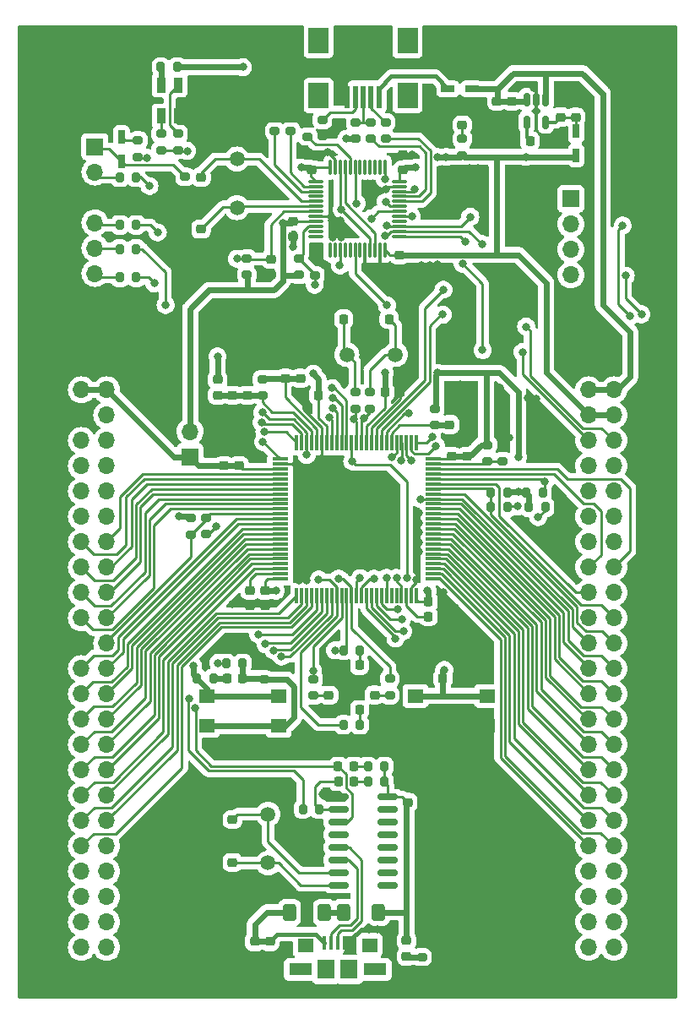
<source format=gbr>
%TF.GenerationSoftware,KiCad,Pcbnew,7.0.1*%
%TF.CreationDate,2023-09-29T14:49:09+07:00*%
%TF.ProjectId,STM32F407xxx,53544d33-3246-4343-9037-7878782e6b69,rev?*%
%TF.SameCoordinates,Original*%
%TF.FileFunction,Copper,L1,Top*%
%TF.FilePolarity,Positive*%
%FSLAX46Y46*%
G04 Gerber Fmt 4.6, Leading zero omitted, Abs format (unit mm)*
G04 Created by KiCad (PCBNEW 7.0.1) date 2023-09-29 14:49:09*
%MOMM*%
%LPD*%
G01*
G04 APERTURE LIST*
G04 Aperture macros list*
%AMRoundRect*
0 Rectangle with rounded corners*
0 $1 Rounding radius*
0 $2 $3 $4 $5 $6 $7 $8 $9 X,Y pos of 4 corners*
0 Add a 4 corners polygon primitive as box body*
4,1,4,$2,$3,$4,$5,$6,$7,$8,$9,$2,$3,0*
0 Add four circle primitives for the rounded corners*
1,1,$1+$1,$2,$3*
1,1,$1+$1,$4,$5*
1,1,$1+$1,$6,$7*
1,1,$1+$1,$8,$9*
0 Add four rect primitives between the rounded corners*
20,1,$1+$1,$2,$3,$4,$5,0*
20,1,$1+$1,$4,$5,$6,$7,0*
20,1,$1+$1,$6,$7,$8,$9,0*
20,1,$1+$1,$8,$9,$2,$3,0*%
G04 Aperture macros list end*
%TA.AperFunction,ComponentPad*%
%ADD10C,1.500000*%
%TD*%
%TA.AperFunction,SMDPad,CuDef*%
%ADD11RoundRect,0.250000X0.400000X0.600000X-0.400000X0.600000X-0.400000X-0.600000X0.400000X-0.600000X0*%
%TD*%
%TA.AperFunction,SMDPad,CuDef*%
%ADD12RoundRect,0.200000X-0.275000X0.200000X-0.275000X-0.200000X0.275000X-0.200000X0.275000X0.200000X0*%
%TD*%
%TA.AperFunction,SMDPad,CuDef*%
%ADD13RoundRect,0.225000X-0.250000X0.225000X-0.250000X-0.225000X0.250000X-0.225000X0.250000X0.225000X0*%
%TD*%
%TA.AperFunction,SMDPad,CuDef*%
%ADD14RoundRect,0.218750X-0.256250X0.218750X-0.256250X-0.218750X0.256250X-0.218750X0.256250X0.218750X0*%
%TD*%
%TA.AperFunction,SMDPad,CuDef*%
%ADD15RoundRect,0.200000X0.200000X0.275000X-0.200000X0.275000X-0.200000X-0.275000X0.200000X-0.275000X0*%
%TD*%
%TA.AperFunction,SMDPad,CuDef*%
%ADD16RoundRect,0.225000X-0.225000X-0.250000X0.225000X-0.250000X0.225000X0.250000X-0.225000X0.250000X0*%
%TD*%
%TA.AperFunction,SMDPad,CuDef*%
%ADD17RoundRect,0.225000X0.250000X-0.225000X0.250000X0.225000X-0.250000X0.225000X-0.250000X-0.225000X0*%
%TD*%
%TA.AperFunction,SMDPad,CuDef*%
%ADD18R,0.650000X1.350000*%
%TD*%
%TA.AperFunction,SMDPad,CuDef*%
%ADD19RoundRect,0.200000X0.275000X-0.200000X0.275000X0.200000X-0.275000X0.200000X-0.275000X-0.200000X0*%
%TD*%
%TA.AperFunction,SMDPad,CuDef*%
%ADD20RoundRect,0.200000X-0.200000X-0.275000X0.200000X-0.275000X0.200000X0.275000X-0.200000X0.275000X0*%
%TD*%
%TA.AperFunction,SMDPad,CuDef*%
%ADD21RoundRect,0.218750X-0.218750X-0.256250X0.218750X-0.256250X0.218750X0.256250X-0.218750X0.256250X0*%
%TD*%
%TA.AperFunction,SMDPad,CuDef*%
%ADD22R,1.350000X0.650000*%
%TD*%
%TA.AperFunction,ComponentPad*%
%ADD23R,1.700000X1.700000*%
%TD*%
%TA.AperFunction,ComponentPad*%
%ADD24O,1.700000X1.700000*%
%TD*%
%TA.AperFunction,SMDPad,CuDef*%
%ADD25RoundRect,0.225000X0.225000X0.250000X-0.225000X0.250000X-0.225000X-0.250000X0.225000X-0.250000X0*%
%TD*%
%TA.AperFunction,SMDPad,CuDef*%
%ADD26RoundRect,0.150000X-0.150000X0.512500X-0.150000X-0.512500X0.150000X-0.512500X0.150000X0.512500X0*%
%TD*%
%TA.AperFunction,SMDPad,CuDef*%
%ADD27R,1.800000X1.900000*%
%TD*%
%TA.AperFunction,SMDPad,CuDef*%
%ADD28R,2.300000X1.300000*%
%TD*%
%TA.AperFunction,SMDPad,CuDef*%
%ADD29R,1.600000X1.400000*%
%TD*%
%TA.AperFunction,SMDPad,CuDef*%
%ADD30R,0.400000X1.350000*%
%TD*%
%TA.AperFunction,SMDPad,CuDef*%
%ADD31RoundRect,0.075000X-0.662500X-0.075000X0.662500X-0.075000X0.662500X0.075000X-0.662500X0.075000X0*%
%TD*%
%TA.AperFunction,SMDPad,CuDef*%
%ADD32RoundRect,0.075000X-0.075000X-0.662500X0.075000X-0.662500X0.075000X0.662500X-0.075000X0.662500X0*%
%TD*%
%TA.AperFunction,SMDPad,CuDef*%
%ADD33R,0.900000X1.500000*%
%TD*%
%TA.AperFunction,SMDPad,CuDef*%
%ADD34RoundRect,0.218750X0.256250X-0.218750X0.256250X0.218750X-0.256250X0.218750X-0.256250X-0.218750X0*%
%TD*%
%TA.AperFunction,SMDPad,CuDef*%
%ADD35R,0.500000X2.250000*%
%TD*%
%TA.AperFunction,SMDPad,CuDef*%
%ADD36R,2.000000X2.500000*%
%TD*%
%TA.AperFunction,SMDPad,CuDef*%
%ADD37RoundRect,0.150000X-0.825000X-0.150000X0.825000X-0.150000X0.825000X0.150000X-0.825000X0.150000X0*%
%TD*%
%TA.AperFunction,SMDPad,CuDef*%
%ADD38RoundRect,0.075000X-0.075000X0.725000X-0.075000X-0.725000X0.075000X-0.725000X0.075000X0.725000X0*%
%TD*%
%TA.AperFunction,SMDPad,CuDef*%
%ADD39RoundRect,0.075000X-0.725000X0.075000X-0.725000X-0.075000X0.725000X-0.075000X0.725000X0.075000X0*%
%TD*%
%TA.AperFunction,ViaPad*%
%ADD40C,0.800000*%
%TD*%
%TA.AperFunction,Conductor*%
%ADD41C,0.250000*%
%TD*%
%TA.AperFunction,Conductor*%
%ADD42C,0.300000*%
%TD*%
%TA.AperFunction,Conductor*%
%ADD43C,0.600000*%
%TD*%
%TA.AperFunction,Conductor*%
%ADD44C,0.400000*%
%TD*%
G04 APERTURE END LIST*
D10*
%TO.P,Y1,1,1*%
%TO.N,Net-(U1-PD0)*%
X135800000Y-52000000D03*
%TO.P,Y1,2,2*%
%TO.N,Net-(U1-PD1)*%
X135800000Y-56880000D03*
%TD*%
D11*
%TO.P,D6,1,K*%
%TO.N,Net-(D6-K)*%
X144575000Y-127500000D03*
%TO.P,D6,2,A*%
%TO.N,+5VA*%
X141075000Y-127500000D03*
%TD*%
D12*
%TO.P,R1,1*%
%TO.N,GND*%
X142900000Y-48105000D03*
%TO.P,R1,2*%
%TO.N,Net-(U1-BOOT0)*%
X142900000Y-49755000D03*
%TD*%
D13*
%TO.P,C11,1*%
%TO.N,+3V0*%
X152100000Y-61625000D03*
%TO.P,C11,2*%
%TO.N,GND*%
X152100000Y-63175000D03*
%TD*%
D14*
%TO.P,D3,1,K*%
%TO.N,GND*%
X145000000Y-104162500D03*
%TO.P,D3,2,A*%
%TO.N,Net-(D3-A)*%
X145000000Y-105737500D03*
%TD*%
D15*
%TO.P,R43,1*%
%TO.N,Net-(D7-K)*%
X150575000Y-114375000D03*
%TO.P,R43,2*%
%TO.N,Net-(D9-A)*%
X148925000Y-114375000D03*
%TD*%
%TO.P,R39,1*%
%TO.N,Net-(C1-Pad2)*%
X133425000Y-104050000D03*
%TO.P,R39,2*%
%TO.N,VDD*%
X131775000Y-104050000D03*
%TD*%
D12*
%TO.P,R2,1*%
%TO.N,Net-(J1-ID)*%
X144370000Y-48095000D03*
%TO.P,R2,2*%
%TO.N,GND*%
X144370000Y-49745000D03*
%TD*%
D16*
%TO.P,C23,1*%
%TO.N,VDD*%
X150625000Y-75350000D03*
%TO.P,C23,2*%
%TO.N,GND*%
X152175000Y-75350000D03*
%TD*%
D17*
%TO.P,C10,1*%
%TO.N,Net-(U4-VOUT)*%
X168270000Y-47805000D03*
%TO.P,C10,2*%
%TO.N,GND*%
X168270000Y-46255000D03*
%TD*%
D18*
%TO.P,U6,A*%
%TO.N,Net-(J2-Pin_1)*%
X124220000Y-52210000D03*
%TO.P,U6,C*%
%TO.N,Net-(R7-Pad1)*%
X124220000Y-49810000D03*
%TD*%
D16*
%TO.P,C20,1*%
%TO.N,Net-(U7-VCAP_2)*%
X154975000Y-97850000D03*
%TO.P,C20,2*%
%TO.N,GND*%
X156525000Y-97850000D03*
%TD*%
D19*
%TO.P,R20,1*%
%TO.N,VDDA*%
X138350000Y-75725000D03*
%TO.P,R20,2*%
%TO.N,Net-(U7-VREF+)*%
X138350000Y-74075000D03*
%TD*%
D15*
%TO.P,R45,1*%
%TO.N,Net-(D7-K)*%
X150575000Y-112875000D03*
%TO.P,R45,2*%
%TO.N,Net-(D10-A)*%
X148925000Y-112875000D03*
%TD*%
D19*
%TO.P,R12,1*%
%TO.N,AIN_1*%
X143600000Y-63635000D03*
%TO.P,R12,2*%
%TO.N,GND*%
X143600000Y-61985000D03*
%TD*%
D20*
%TO.P,R29,1*%
%TO.N,VDD*%
X165075000Y-86900000D03*
%TO.P,R29,2*%
%TO.N,PB6*%
X166725000Y-86900000D03*
%TD*%
D21*
%TO.P,D10,1,K*%
%TO.N,PA2*%
X145950000Y-112875000D03*
%TO.P,D10,2,A*%
%TO.N,Net-(D10-A)*%
X147525000Y-112875000D03*
%TD*%
D17*
%TO.P,C21,1*%
%TO.N,VDD*%
X157325000Y-81800000D03*
%TO.P,C21,2*%
%TO.N,GND*%
X157325000Y-80250000D03*
%TD*%
D19*
%TO.P,R6,1*%
%TO.N,GND*%
X130600000Y-55425000D03*
%TO.P,R6,2*%
%TO.N,Net-(J2-Pin_1)*%
X130600000Y-53775000D03*
%TD*%
%TO.P,R13,1*%
%TO.N,+3V0*%
X136800000Y-63625000D03*
%TO.P,R13,2*%
%TO.N,Net-(SB10-B)*%
X136800000Y-61975000D03*
%TD*%
D20*
%TO.P,R40,1*%
%TO.N,Net-(SB20-B)*%
X134725000Y-102550000D03*
%TO.P,R40,2*%
%TO.N,Net-(C1-Pad1)*%
X136375000Y-102550000D03*
%TD*%
D13*
%TO.P,C6,1*%
%TO.N,+5V*%
X161870000Y-46225000D03*
%TO.P,C6,2*%
%TO.N,GND*%
X161870000Y-47775000D03*
%TD*%
D20*
%TO.P,R34,1*%
%TO.N,Net-(R34-Pad1)*%
X128175000Y-42800000D03*
%TO.P,R34,2*%
%TO.N,+3V0*%
X129825000Y-42800000D03*
%TD*%
D22*
%TO.P,U2,A*%
%TO.N,Net-(J1-VBUS)*%
X156960000Y-44980000D03*
%TO.P,U2,C*%
%TO.N,+5V*%
X159360000Y-44980000D03*
%TD*%
D12*
%TO.P,R27,1*%
%TO.N,Net-(C36-Pad1)*%
X149125000Y-75400000D03*
%TO.P,R27,2*%
%TO.N,MCO*%
X149125000Y-77050000D03*
%TD*%
D13*
%TO.P,C15,1*%
%TO.N,Net-(U1-PD0)*%
X132200000Y-53825000D03*
%TO.P,C15,2*%
%TO.N,GND*%
X132200000Y-55375000D03*
%TD*%
D17*
%TO.P,C24,1*%
%TO.N,VDD*%
X134500000Y-82725000D03*
%TO.P,C24,2*%
%TO.N,GND*%
X134500000Y-81175000D03*
%TD*%
D20*
%TO.P,R18,1*%
%TO.N,Net-(J2-Pin_6)*%
X124065000Y-63870000D03*
%TO.P,R18,2*%
%TO.N,T_SWO*%
X125715000Y-63870000D03*
%TD*%
D13*
%TO.P,C18,1*%
%TO.N,Net-(SB10-B)*%
X139200000Y-62025000D03*
%TO.P,C18,2*%
%TO.N,GND*%
X139200000Y-63575000D03*
%TD*%
D12*
%TO.P,R41,1*%
%TO.N,GND*%
X138575000Y-102500000D03*
%TO.P,R41,2*%
%TO.N,Net-(C1-Pad1)*%
X138575000Y-104150000D03*
%TD*%
D19*
%TO.P,R42,1*%
%TO.N,Net-(D8-K)*%
X154350000Y-131975000D03*
%TO.P,R42,2*%
%TO.N,GND*%
X154350000Y-130325000D03*
%TD*%
%TO.P,R19,1*%
%TO.N,LED_STLINK*%
X128200000Y-51125000D03*
%TO.P,R19,2*%
%TO.N,Net-(R19-Pad2)*%
X128200000Y-49475000D03*
%TD*%
D23*
%TO.P,J4,1,Pin_1*%
%TO.N,VDD*%
X131100000Y-81850000D03*
D24*
%TO.P,J4,2,Pin_2*%
%TO.N,+3V0*%
X131100000Y-79310000D03*
%TD*%
D25*
%TO.P,C1,1*%
%TO.N,Net-(C1-Pad1)*%
X136350000Y-104050000D03*
%TO.P,C1,2*%
%TO.N,Net-(C1-Pad2)*%
X134800000Y-104050000D03*
%TD*%
D17*
%TO.P,C38,1*%
%TO.N,Net-(D7-K)*%
X152920000Y-116475000D03*
%TO.P,C38,2*%
%TO.N,GND*%
X152920000Y-114925000D03*
%TD*%
%TO.P,C30,1*%
%TO.N,Net-(U7-VREF+)*%
X142150000Y-73975000D03*
%TO.P,C30,2*%
%TO.N,GND*%
X142150000Y-72425000D03*
%TD*%
%TO.P,C25,1*%
%TO.N,VDD*%
X136000000Y-82725000D03*
%TO.P,C25,2*%
%TO.N,GND*%
X136000000Y-81175000D03*
%TD*%
D12*
%TO.P,R28,1*%
%TO.N,Net-(C37-Pad1)*%
X147650000Y-75400000D03*
%TO.P,R28,2*%
%TO.N,Net-(SB14-B)*%
X147650000Y-77050000D03*
%TD*%
D15*
%TO.P,R21,1*%
%TO.N,Net-(SB18-A)*%
X162925000Y-86900000D03*
%TO.P,R21,2*%
%TO.N,BOOT0*%
X161275000Y-86900000D03*
%TD*%
D12*
%TO.P,R26,1*%
%TO.N,PB2*%
X132720000Y-87965000D03*
%TO.P,R26,2*%
%TO.N,Net-(SB19-B)*%
X132720000Y-89615000D03*
%TD*%
%TO.P,R23,1*%
%TO.N,VDD*%
X160925000Y-80650000D03*
%TO.P,R23,2*%
%TO.N,Net-(R23-Pad2)*%
X160925000Y-82300000D03*
%TD*%
%TO.P,R9,1*%
%TO.N,GND*%
X139600000Y-47575000D03*
%TO.P,R9,2*%
%TO.N,Net-(U1-PC14)*%
X139600000Y-49225000D03*
%TD*%
D14*
%TO.P,L1,1,1*%
%TO.N,VDD*%
X133850000Y-74112500D03*
%TO.P,L1,2,2*%
%TO.N,VDDA*%
X133850000Y-75687500D03*
%TD*%
D26*
%TO.P,U4,1,VIN*%
%TO.N,+5V*%
X166750000Y-46037500D03*
%TO.P,U4,2,GND*%
%TO.N,GND*%
X165800000Y-46037500D03*
%TO.P,U4,3,INH*%
%TO.N,+5V*%
X164850000Y-46037500D03*
%TO.P,U4,4,BYP*%
%TO.N,Net-(U4-BYP)*%
X164850000Y-48312500D03*
%TO.P,U4,5,VOUT*%
%TO.N,Net-(U4-VOUT)*%
X166750000Y-48312500D03*
%TD*%
D19*
%TO.P,R11,1*%
%TO.N,+3V0*%
X142000000Y-63625000D03*
%TO.P,R11,2*%
%TO.N,AIN_1*%
X142000000Y-61975000D03*
%TD*%
D13*
%TO.P,C3,1*%
%TO.N,+5VA*%
X137600000Y-130425000D03*
%TO.P,C3,2*%
%TO.N,GND*%
X137600000Y-131975000D03*
%TD*%
D25*
%TO.P,C2,1*%
%TO.N,GND*%
X158000000Y-104050000D03*
%TO.P,C2,2*%
%TO.N,VDD*%
X156450000Y-104050000D03*
%TD*%
D13*
%TO.P,C12,1*%
%TO.N,+3V0*%
X141400000Y-58225000D03*
%TO.P,C12,2*%
%TO.N,GND*%
X141400000Y-59775000D03*
%TD*%
D27*
%TO.P,Uart_USB,11*%
%TO.N,N/C*%
X147050000Y-133225000D03*
%TO.P,Uart_USB,10*%
X144750000Y-133225000D03*
D28*
%TO.P,Uart_USB,9*%
X142150000Y-133225000D03*
%TO.P,Uart_USB,8*%
X149650000Y-133225000D03*
D29*
%TO.P,Uart_USB,7*%
X149100000Y-130775000D03*
%TO.P,Uart_USB,6*%
X142700000Y-130775000D03*
D30*
%TO.P,Uart_USB,5,Shield*%
%TO.N,GND*%
X147200000Y-130550000D03*
%TO.P,Uart_USB,4,GND*%
X146550000Y-130550000D03*
%TO.P,Uart_USB,3,D+*%
%TO.N,Net-(J5-D+)*%
X145900000Y-130550000D03*
%TO.P,Uart_USB,2,D-*%
%TO.N,Net-(J5-D-)*%
X145250000Y-130550000D03*
%TO.P,Uart_USB,1,VBUS*%
%TO.N,+5VA*%
X144600000Y-130550000D03*
%TD*%
D23*
%TO.P,P1,1,Pin_1*%
%TO.N,GND*%
X120210000Y-72590000D03*
D24*
%TO.P,P1,2,Pin_2*%
X122750000Y-72590000D03*
%TO.P,P1,3,Pin_3*%
%TO.N,VDD*%
X120210000Y-75130000D03*
%TO.P,P1,4,Pin_4*%
X122750000Y-75130000D03*
%TO.P,P1,5,Pin_5*%
%TO.N,GND*%
X120210000Y-77670000D03*
%TO.P,P1,6,Pin_6*%
%TO.N,NRST*%
X122750000Y-77670000D03*
%TO.P,P1,7,Pin_7*%
%TO.N,PC1*%
X120210000Y-80210000D03*
%TO.P,P1,8,Pin_8*%
%TO.N,PC0*%
X122750000Y-80210000D03*
%TO.P,P1,9,Pin_9*%
%TO.N,PC3*%
X120210000Y-82750000D03*
%TO.P,P1,10,Pin_10*%
%TO.N,PC2*%
X122750000Y-82750000D03*
%TO.P,P1,11,Pin_11*%
%TO.N,PA1*%
X120210000Y-85290000D03*
%TO.P,P1,12,Pin_12*%
%TO.N,PA0*%
X122750000Y-85290000D03*
%TO.P,P1,13,Pin_13*%
%TO.N,PA3*%
X120210000Y-87830000D03*
%TO.P,P1,14,Pin_14*%
%TO.N,PA2*%
X122750000Y-87830000D03*
%TO.P,P1,15,Pin_15*%
%TO.N,PA5*%
X120210000Y-90370000D03*
%TO.P,P1,16,Pin_16*%
%TO.N,PA4*%
X122750000Y-90370000D03*
%TO.P,P1,17,Pin_17*%
%TO.N,PA7*%
X120210000Y-92910000D03*
%TO.P,P1,18,Pin_18*%
%TO.N,PA6*%
X122750000Y-92910000D03*
%TO.P,P1,19,Pin_19*%
%TO.N,PC5*%
X120210000Y-95450000D03*
%TO.P,P1,20,Pin_20*%
%TO.N,PC4*%
X122750000Y-95450000D03*
%TO.P,P1,21,Pin_21*%
%TO.N,PB1*%
X120210000Y-97990000D03*
%TO.P,P1,22,Pin_22*%
%TO.N,PB0*%
X122750000Y-97990000D03*
%TO.P,P1,23,Pin_23*%
%TO.N,GND*%
X120210000Y-100530000D03*
%TO.P,P1,24,Pin_24*%
%TO.N,PB2*%
X122750000Y-100530000D03*
%TO.P,P1,25,Pin_25*%
%TO.N,PE7*%
X120210000Y-103070000D03*
%TO.P,P1,26,Pin_26*%
%TO.N,PE8*%
X122750000Y-103070000D03*
%TO.P,P1,27,Pin_27*%
%TO.N,PE9*%
X120210000Y-105610000D03*
%TO.P,P1,28,Pin_28*%
%TO.N,PE10*%
X122750000Y-105610000D03*
%TO.P,P1,29,Pin_29*%
%TO.N,PE11*%
X120210000Y-108150000D03*
%TO.P,P1,30,Pin_30*%
%TO.N,PE12*%
X122750000Y-108150000D03*
%TO.P,P1,31,Pin_31*%
%TO.N,PE13*%
X120210000Y-110690000D03*
%TO.P,P1,32,Pin_32*%
%TO.N,PE14*%
X122750000Y-110690000D03*
%TO.P,P1,33,Pin_33*%
%TO.N,PE15*%
X120210000Y-113230000D03*
%TO.P,P1,34,Pin_34*%
%TO.N,PB10*%
X122750000Y-113230000D03*
%TO.P,P1,35,Pin_35*%
%TO.N,PB11*%
X120210000Y-115770000D03*
%TO.P,P1,36,Pin_36*%
%TO.N,PB12*%
X122750000Y-115770000D03*
%TO.P,P1,37,Pin_37*%
%TO.N,PB13*%
X120210000Y-118310000D03*
%TO.P,P1,38,Pin_38*%
%TO.N,PB14*%
X122750000Y-118310000D03*
%TO.P,P1,39,Pin_39*%
%TO.N,PB15*%
X120210000Y-120850000D03*
%TO.P,P1,40,Pin_40*%
%TO.N,PD8*%
X122750000Y-120850000D03*
%TO.P,P1,41,Pin_41*%
%TO.N,PD9*%
X120210000Y-123390000D03*
%TO.P,P1,42,Pin_42*%
%TO.N,PD10*%
X122750000Y-123390000D03*
%TO.P,P1,43,Pin_43*%
%TO.N,PD11*%
X120210000Y-125930000D03*
%TO.P,P1,44,Pin_44*%
%TO.N,PD12*%
X122750000Y-125930000D03*
%TO.P,P1,45,Pin_45*%
%TO.N,PD13*%
X120210000Y-128470000D03*
%TO.P,P1,46,Pin_46*%
%TO.N,PD14*%
X122750000Y-128470000D03*
%TO.P,P1,47,Pin_47*%
%TO.N,PD15*%
X120210000Y-131010000D03*
%TO.P,P1,48,Pin_48*%
%TO.N,unconnected-(P1-Pin_48-Pad48)*%
X122750000Y-131010000D03*
%TO.P,P1,49,Pin_49*%
%TO.N,GND*%
X120210000Y-133550000D03*
%TO.P,P1,50,Pin_50*%
X122750000Y-133550000D03*
%TD*%
D31*
%TO.P,U1,1,VBAT*%
%TO.N,+3V0*%
X143737500Y-54250000D03*
%TO.P,U1,2,PC13*%
%TO.N,Net-(U1-PC13)*%
X143737500Y-54750000D03*
%TO.P,U1,3,PC14*%
%TO.N,Net-(U1-PC14)*%
X143737500Y-55250000D03*
%TO.P,U1,4,PC15*%
%TO.N,unconnected-(U1-PC15-Pad4)*%
X143737500Y-55750000D03*
%TO.P,U1,5,PD0*%
%TO.N,Net-(U1-PD0)*%
X143737500Y-56250000D03*
%TO.P,U1,6,PD1*%
%TO.N,Net-(U1-PD1)*%
X143737500Y-56750000D03*
%TO.P,U1,7,NRST*%
%TO.N,Net-(SB10-B)*%
X143737500Y-57250000D03*
%TO.P,U1,8,VSSA*%
%TO.N,GND*%
X143737500Y-57750000D03*
%TO.P,U1,9,VDDA*%
%TO.N,+3V0*%
X143737500Y-58250000D03*
%TO.P,U1,10,PA0*%
%TO.N,AIN_1*%
X143737500Y-58750000D03*
%TO.P,U1,11,PA1*%
%TO.N,unconnected-(U1-PA1-Pad11)*%
X143737500Y-59250000D03*
%TO.P,U1,12,PA2*%
%TO.N,unconnected-(U1-PA2-Pad12)*%
X143737500Y-59750000D03*
D32*
%TO.P,U1,13,PA3*%
%TO.N,unconnected-(U1-PA3-Pad13)*%
X145150000Y-61162500D03*
%TO.P,U1,14,PA4*%
%TO.N,unconnected-(U1-PA4-Pad14)*%
X145650000Y-61162500D03*
%TO.P,U1,15,PA5*%
%TO.N,T_JTCK*%
X146150000Y-61162500D03*
%TO.P,U1,16,PA6*%
%TO.N,T_JTDO*%
X146650000Y-61162500D03*
%TO.P,U1,17,PA7*%
%TO.N,T_JTDI*%
X147150000Y-61162500D03*
%TO.P,U1,18,PB0*%
%TO.N,T_NRST*%
X147650000Y-61162500D03*
%TO.P,U1,19,PB1*%
%TO.N,unconnected-(U1-PB1-Pad19)*%
X148150000Y-61162500D03*
%TO.P,U1,20,PB2*%
%TO.N,GND*%
X148650000Y-61162500D03*
%TO.P,U1,21,PB10*%
%TO.N,SWIM_IN*%
X149150000Y-61162500D03*
%TO.P,U1,22,PB11*%
%TO.N,SWIM*%
X149650000Y-61162500D03*
%TO.P,U1,23,VSS*%
%TO.N,GND*%
X150150000Y-61162500D03*
%TO.P,U1,24,VDD*%
%TO.N,+3V0*%
X150650000Y-61162500D03*
D31*
%TO.P,U1,25,PB12*%
%TO.N,T_SWDIO_IN*%
X152062500Y-59750000D03*
%TO.P,U1,26,PB13*%
%TO.N,T_JTCK*%
X152062500Y-59250000D03*
%TO.P,U1,27,PB14*%
%TO.N,T_JTMS*%
X152062500Y-58750000D03*
%TO.P,U1,28,PB15*%
%TO.N,unconnected-(U1-PB15-Pad28)*%
X152062500Y-58250000D03*
%TO.P,U1,29,PA8*%
%TO.N,Net-(U1-PA8)*%
X152062500Y-57750000D03*
%TO.P,U1,30,PA9*%
%TO.N,LED_STLINK*%
X152062500Y-57250000D03*
%TO.P,U1,31,PA10*%
%TO.N,T_SWO*%
X152062500Y-56750000D03*
%TO.P,U1,32,PA11*%
%TO.N,USB_DM*%
X152062500Y-56250000D03*
%TO.P,U1,33,PA12*%
%TO.N,USB_DP*%
X152062500Y-55750000D03*
%TO.P,U1,34,PA13*%
%TO.N,STM_JTMS*%
X152062500Y-55250000D03*
%TO.P,U1,35,VSS*%
%TO.N,GND*%
X152062500Y-54750000D03*
%TO.P,U1,36,VDD*%
%TO.N,+3V0*%
X152062500Y-54250000D03*
D32*
%TO.P,U1,37,PA14*%
%TO.N,STM_JTCK*%
X150650000Y-52837500D03*
%TO.P,U1,38,PA15*%
%TO.N,unconnected-(U1-PA15-Pad38)*%
X150150000Y-52837500D03*
%TO.P,U1,39,PB3*%
%TO.N,unconnected-(U1-PB3-Pad39)*%
X149650000Y-52837500D03*
%TO.P,U1,40,PB4*%
%TO.N,unconnected-(U1-PB4-Pad40)*%
X149150000Y-52837500D03*
%TO.P,U1,41,PB5*%
%TO.N,SWIM_RST_IN*%
X148650000Y-52837500D03*
%TO.P,U1,42,PB6*%
%TO.N,SWIM_RST*%
X148150000Y-52837500D03*
%TO.P,U1,43,PB7*%
%TO.N,SWIM_IN*%
X147650000Y-52837500D03*
%TO.P,U1,44,BOOT0*%
%TO.N,Net-(U1-BOOT0)*%
X147150000Y-52837500D03*
%TO.P,U1,45,PB8*%
%TO.N,SWIM*%
X146650000Y-52837500D03*
%TO.P,U1,46,PB9*%
%TO.N,SWIM_IN*%
X146150000Y-52837500D03*
%TO.P,U1,47,VSS*%
%TO.N,GND*%
X145650000Y-52837500D03*
%TO.P,U1,48,VDD*%
%TO.N,+3V0*%
X145150000Y-52837500D03*
%TD*%
D13*
%TO.P,C19,1*%
%TO.N,Net-(U7-VCAP_1)*%
X137125000Y-95225000D03*
%TO.P,C19,2*%
%TO.N,GND*%
X137125000Y-96775000D03*
%TD*%
D29*
%TO.P,S1,1*%
%TO.N,VDD*%
X139975000Y-105825000D03*
%TO.P,S1,2*%
X132775000Y-105825000D03*
%TO.P,S1,3*%
%TO.N,Net-(C1-Pad1)*%
X139975000Y-108825000D03*
%TO.P,S1,4*%
X132775000Y-108825000D03*
%TD*%
D23*
%TO.P,J3,1,Pin_1*%
%TO.N,Net-(J3-Pin_1)*%
X169275000Y-56000000D03*
D24*
%TO.P,J3,2,Pin_2*%
%TO.N,Net-(J3-Pin_2)*%
X169275000Y-58540000D03*
%TO.P,J3,3,Pin_3*%
%TO.N,Net-(J3-Pin_3)*%
X169275000Y-61080000D03*
%TO.P,J3,4,Pin_4*%
%TO.N,Net-(J3-Pin_4)*%
X169275000Y-63620000D03*
%TD*%
D15*
%TO.P,R46,1*%
%TO.N,TXD*%
X144050000Y-117150000D03*
%TO.P,R46,2*%
%TO.N,PA3*%
X142400000Y-117150000D03*
%TD*%
D11*
%TO.P,D7,1,K*%
%TO.N,Net-(D7-K)*%
X150000000Y-127500000D03*
%TO.P,D7,2,A*%
%TO.N,Net-(D6-K)*%
X146500000Y-127500000D03*
%TD*%
D20*
%TO.P,R15,1*%
%TO.N,Net-(J2-Pin_2)*%
X124065000Y-53850000D03*
%TO.P,R15,2*%
%TO.N,T_JTCK*%
X125715000Y-53850000D03*
%TD*%
D13*
%TO.P,C27,1*%
%TO.N,VDD*%
X138600000Y-95225000D03*
%TO.P,C27,2*%
%TO.N,GND*%
X138600000Y-96775000D03*
%TD*%
D25*
%TO.P,C22,1*%
%TO.N,VDD*%
X143975000Y-75700000D03*
%TO.P,C22,2*%
%TO.N,GND*%
X142425000Y-75700000D03*
%TD*%
D21*
%TO.P,D4,1,K*%
%TO.N,GND*%
X146512500Y-102725000D03*
%TO.P,D4,2,A*%
%TO.N,Net-(D4-A)*%
X148087500Y-102725000D03*
%TD*%
D17*
%TO.P,C33,1*%
%TO.N,VDDA*%
X136850000Y-75675000D03*
%TO.P,C33,2*%
%TO.N,GND*%
X136850000Y-74125000D03*
%TD*%
%TO.P,C13,1*%
%TO.N,+3V0*%
X152470000Y-53095000D03*
%TO.P,C13,2*%
%TO.N,GND*%
X152470000Y-51545000D03*
%TD*%
D23*
%TO.P,P2,1,Pin_1*%
%TO.N,GND*%
X171060000Y-72590000D03*
D24*
%TO.P,P2,2,Pin_2*%
X173600000Y-72590000D03*
%TO.P,P2,3,Pin_3*%
%TO.N,+5V*%
X171060000Y-75130000D03*
%TO.P,P2,4,Pin_4*%
X173600000Y-75130000D03*
%TO.P,P2,5,Pin_5*%
%TO.N,+3V0*%
X171060000Y-77670000D03*
%TO.P,P2,6,Pin_6*%
X173600000Y-77670000D03*
%TO.P,P2,7,Pin_7*%
%TO.N,PH0*%
X171060000Y-80210000D03*
%TO.P,P2,8,Pin_8*%
%TO.N,PH1*%
X173600000Y-80210000D03*
%TO.P,P2,9,Pin_9*%
%TO.N,PC14*%
X171060000Y-82750000D03*
%TO.P,P2,10,Pin_10*%
%TO.N,PC15*%
X173600000Y-82750000D03*
%TO.P,P2,11,Pin_11*%
%TO.N,PE6*%
X171060000Y-85290000D03*
%TO.P,P2,12,Pin_12*%
%TO.N,PC13*%
X173600000Y-85290000D03*
%TO.P,P2,13,Pin_13*%
%TO.N,PE4*%
X171060000Y-87830000D03*
%TO.P,P2,14,Pin_14*%
%TO.N,PE5*%
X173600000Y-87830000D03*
%TO.P,P2,15,Pin_15*%
%TO.N,PE2*%
X171060000Y-90370000D03*
%TO.P,P2,16,Pin_16*%
%TO.N,PE3*%
X173600000Y-90370000D03*
%TO.P,P2,17,Pin_17*%
%TO.N,PE0*%
X171060000Y-92910000D03*
%TO.P,P2,18,Pin_18*%
%TO.N,PE1*%
X173600000Y-92910000D03*
%TO.P,P2,19,Pin_19*%
%TO.N,PB8*%
X171060000Y-95450000D03*
%TO.P,P2,20,Pin_20*%
%TO.N,PB9*%
X173600000Y-95450000D03*
%TO.P,P2,21,Pin_21*%
%TO.N,VDD*%
X171060000Y-97990000D03*
%TO.P,P2,22,Pin_22*%
%TO.N,BOOT0*%
X173600000Y-97990000D03*
%TO.P,P2,23,Pin_23*%
%TO.N,PB6*%
X171060000Y-100530000D03*
%TO.P,P2,24,Pin_24*%
%TO.N,PB7*%
X173600000Y-100530000D03*
%TO.P,P2,25,Pin_25*%
%TO.N,PB4*%
X171060000Y-103070000D03*
%TO.P,P2,26,Pin_26*%
%TO.N,PB5*%
X173600000Y-103070000D03*
%TO.P,P2,27,Pin_27*%
%TO.N,PD7*%
X171060000Y-105610000D03*
%TO.P,P2,28,Pin_28*%
%TO.N,PB3*%
X173600000Y-105610000D03*
%TO.P,P2,29,Pin_29*%
%TO.N,PD5*%
X171060000Y-108150000D03*
%TO.P,P2,30,Pin_30*%
%TO.N,PD6*%
X173600000Y-108150000D03*
%TO.P,P2,31,Pin_31*%
%TO.N,PD3*%
X171060000Y-110690000D03*
%TO.P,P2,32,Pin_32*%
%TO.N,PD4*%
X173600000Y-110690000D03*
%TO.P,P2,33,Pin_33*%
%TO.N,PD1*%
X171060000Y-113230000D03*
%TO.P,P2,34,Pin_34*%
%TO.N,PD2*%
X173600000Y-113230000D03*
%TO.P,P2,35,Pin_35*%
%TO.N,PC12*%
X171060000Y-115770000D03*
%TO.P,P2,36,Pin_36*%
%TO.N,PD0*%
X173600000Y-115770000D03*
%TO.P,P2,37,Pin_37*%
%TO.N,PC10*%
X171060000Y-118310000D03*
%TO.P,P2,38,Pin_38*%
%TO.N,PC11*%
X173600000Y-118310000D03*
%TO.P,P2,39,Pin_39*%
%TO.N,PA14*%
X171060000Y-120850000D03*
%TO.P,P2,40,Pin_40*%
%TO.N,PA15*%
X173600000Y-120850000D03*
%TO.P,P2,41,Pin_41*%
%TO.N,PA10*%
X171060000Y-123390000D03*
%TO.P,P2,42,Pin_42*%
%TO.N,PA13*%
X173600000Y-123390000D03*
%TO.P,P2,43,Pin_43*%
%TO.N,PA8*%
X171060000Y-125930000D03*
%TO.P,P2,44,Pin_44*%
%TO.N,PA9*%
X173600000Y-125930000D03*
%TO.P,P2,45,Pin_45*%
%TO.N,PC8*%
X171060000Y-128470000D03*
%TO.P,P2,46,Pin_46*%
%TO.N,PC9*%
X173600000Y-128470000D03*
%TO.P,P2,47,Pin_47*%
%TO.N,PC6*%
X171060000Y-131010000D03*
%TO.P,P2,48,Pin_48*%
%TO.N,PC7*%
X173600000Y-131010000D03*
%TO.P,P2,49,Pin_49*%
%TO.N,GND*%
X171060000Y-133550000D03*
%TO.P,P2,50,Pin_50*%
X173600000Y-133550000D03*
%TD*%
D20*
%TO.P,R37,1*%
%TO.N,PD14*%
X146475000Y-101225000D03*
%TO.P,R37,2*%
%TO.N,Net-(D4-A)*%
X148125000Y-101225000D03*
%TD*%
D12*
%TO.P,R7,1*%
%TO.N,Net-(R7-Pad1)*%
X125870000Y-50135000D03*
%TO.P,R7,2*%
%TO.N,AIN_1*%
X125870000Y-51785000D03*
%TD*%
D16*
%TO.P,C37,1*%
%TO.N,Net-(C37-Pad1)*%
X146500000Y-68050000D03*
%TO.P,C37,2*%
%TO.N,GND*%
X148050000Y-68050000D03*
%TD*%
D25*
%TO.P,C8,1*%
%TO.N,Net-(U4-BYP)*%
X165175000Y-50200000D03*
%TO.P,C8,2*%
%TO.N,GND*%
X163625000Y-50200000D03*
%TD*%
D12*
%TO.P,R32,1*%
%TO.N,Net-(J1-D-)*%
X150700000Y-48340000D03*
%TO.P,R32,2*%
%TO.N,USB_DM*%
X150700000Y-49990000D03*
%TD*%
D17*
%TO.P,C5,1*%
%TO.N,Net-(U3-XI)*%
X135350000Y-118200000D03*
%TO.P,C5,2*%
%TO.N,GND*%
X135350000Y-116650000D03*
%TD*%
%TO.P,C28,1*%
%TO.N,VDD*%
X158825000Y-81800000D03*
%TO.P,C28,2*%
%TO.N,GND*%
X158825000Y-80250000D03*
%TD*%
D10*
%TO.P,Y2,1,1*%
%TO.N,Net-(U3-XI)*%
X138925000Y-117675000D03*
%TO.P,Y2,2,2*%
%TO.N,Net-(U3-XO)*%
X138925000Y-122555000D03*
%TD*%
D12*
%TO.P,R36,1*%
%TO.N,PD13*%
X143450000Y-104125000D03*
%TO.P,R36,2*%
%TO.N,Net-(D3-A)*%
X143450000Y-105775000D03*
%TD*%
D33*
%TO.P,U8,1*%
%TO.N,Net-(R34-Pad1)*%
X128200000Y-44600000D03*
%TO.P,U8,2*%
%TO.N,Net-(R5-Pad2)*%
X129900000Y-44600000D03*
%TO.P,U8,3*%
%TO.N,Net-(R19-Pad2)*%
X128200000Y-47700000D03*
%TO.P,U8,4*%
%TO.N,GND*%
X129900000Y-47700000D03*
%TD*%
D20*
%TO.P,R30,1*%
%TO.N,VDD*%
X164825000Y-85400000D03*
%TO.P,R30,2*%
%TO.N,PB9*%
X166475000Y-85400000D03*
%TD*%
D12*
%TO.P,R8,1*%
%TO.N,GND*%
X141200000Y-47575000D03*
%TO.P,R8,2*%
%TO.N,Net-(U1-PC13)*%
X141200000Y-49225000D03*
%TD*%
%TO.P,R4,1*%
%TO.N,VDD*%
X155625000Y-77025000D03*
%TO.P,R4,2*%
%TO.N,VBAT*%
X155625000Y-78675000D03*
%TD*%
D20*
%TO.P,R16,1*%
%TO.N,Net-(J2-Pin_4)*%
X124065000Y-58600000D03*
%TO.P,R16,2*%
%TO.N,T_JTMS*%
X125715000Y-58600000D03*
%TD*%
D14*
%TO.P,D1,1,K*%
%TO.N,GND*%
X158400000Y-47012500D03*
%TO.P,D1,2,A*%
%TO.N,Net-(D1-A)*%
X158400000Y-48587500D03*
%TD*%
D20*
%TO.P,R17,1*%
%TO.N,Net-(J2-Pin_5)*%
X124035000Y-61020000D03*
%TO.P,R17,2*%
%TO.N,T_NRST*%
X125685000Y-61020000D03*
%TD*%
D13*
%TO.P,C4,1*%
%TO.N,+5VA*%
X139100000Y-130425000D03*
%TO.P,C4,2*%
%TO.N,GND*%
X139100000Y-131975000D03*
%TD*%
D17*
%TO.P,C31,1*%
%TO.N,Net-(U7-VREF+)*%
X140650000Y-73975000D03*
%TO.P,C31,2*%
%TO.N,GND*%
X140650000Y-72425000D03*
%TD*%
D25*
%TO.P,C36,1*%
%TO.N,Net-(C36-Pad1)*%
X151050000Y-68050000D03*
%TO.P,C36,2*%
%TO.N,GND*%
X149500000Y-68050000D03*
%TD*%
D34*
%TO.P,D8,1,K*%
%TO.N,Net-(D8-K)*%
X152800000Y-131912500D03*
%TO.P,D8,2,A*%
%TO.N,Net-(D7-K)*%
X152800000Y-130337500D03*
%TD*%
D10*
%TO.P,Y3,1,1*%
%TO.N,Net-(C36-Pad1)*%
X151700000Y-71600000D03*
%TO.P,Y3,2,2*%
%TO.N,Net-(C37-Pad1)*%
X146820000Y-71600000D03*
%TD*%
D14*
%TO.P,D5,1,K*%
%TO.N,GND*%
X149600000Y-104137500D03*
%TO.P,D5,2,A*%
%TO.N,Net-(D5-A)*%
X149600000Y-105712500D03*
%TD*%
D35*
%TO.P,J1,1,VBUS*%
%TO.N,Net-(J1-VBUS)*%
X150050000Y-45770000D03*
%TO.P,J1,2,D-*%
%TO.N,Net-(J1-D-)*%
X149250000Y-45770000D03*
%TO.P,J1,3,D+*%
%TO.N,Net-(J1-D+)*%
X148450000Y-45770000D03*
%TO.P,J1,4,ID*%
%TO.N,Net-(J1-ID)*%
X147650000Y-45770000D03*
%TO.P,J1,5,GND*%
%TO.N,GND*%
X146850000Y-45770000D03*
D36*
%TO.P,J1,S1*%
%TO.N,N/C*%
X152900000Y-45645000D03*
%TO.P,J1,S2*%
X144000000Y-45645000D03*
%TO.P,J1,S3*%
X152900000Y-40145000D03*
%TO.P,J1,S4*%
X144000000Y-40145000D03*
%TD*%
D29*
%TO.P,S2,1*%
%TO.N,VDD*%
X160900000Y-105825000D03*
%TO.P,S2,2*%
X153700000Y-105825000D03*
%TO.P,S2,3*%
%TO.N,GND*%
X160900000Y-108825000D03*
%TO.P,S2,4*%
X153700000Y-108825000D03*
%TD*%
D13*
%TO.P,C7,1*%
%TO.N,+5V*%
X163360000Y-46215000D03*
%TO.P,C7,2*%
%TO.N,GND*%
X163360000Y-47765000D03*
%TD*%
D23*
%TO.P,J7,1,Pin_1*%
%TO.N,GND*%
X175260000Y-43175000D03*
D24*
%TO.P,J7,2,Pin_2*%
X175260000Y-45715000D03*
%TD*%
D23*
%TO.P,J2,1,Pin_1*%
%TO.N,Net-(J2-Pin_1)*%
X121560000Y-50770000D03*
D24*
%TO.P,J2,2,Pin_2*%
%TO.N,Net-(J2-Pin_2)*%
X121560000Y-53310000D03*
%TO.P,J2,3,Pin_3*%
%TO.N,GND*%
X121560000Y-55850000D03*
%TO.P,J2,4,Pin_4*%
%TO.N,Net-(J2-Pin_4)*%
X121560000Y-58390000D03*
%TO.P,J2,5,Pin_5*%
%TO.N,Net-(J2-Pin_5)*%
X121560000Y-60930000D03*
%TO.P,J2,6,Pin_6*%
%TO.N,Net-(J2-Pin_6)*%
X121560000Y-63470000D03*
%TD*%
D19*
%TO.P,R24,1*%
%TO.N,Net-(R23-Pad2)*%
X162450000Y-82300000D03*
%TO.P,R24,2*%
%TO.N,GND*%
X162450000Y-80650000D03*
%TD*%
D17*
%TO.P,C32,1*%
%TO.N,VDDA*%
X135350000Y-75675000D03*
%TO.P,C32,2*%
%TO.N,GND*%
X135350000Y-74125000D03*
%TD*%
D20*
%TO.P,R35,1*%
%TO.N,PD12*%
X146475000Y-108700000D03*
%TO.P,R35,2*%
%TO.N,Net-(D2-A)*%
X148125000Y-108700000D03*
%TD*%
D15*
%TO.P,R22,1*%
%TO.N,VDD*%
X162925000Y-85400000D03*
%TO.P,R22,2*%
%TO.N,BOOT0*%
X161275000Y-85400000D03*
%TD*%
D12*
%TO.P,R25,1*%
%TO.N,VDD*%
X131200000Y-87975000D03*
%TO.P,R25,2*%
%TO.N,PB2*%
X131200000Y-89625000D03*
%TD*%
D37*
%TO.P,U3,1,GND*%
%TO.N,GND*%
X145975000Y-115910000D03*
%TO.P,U3,2,TXD*%
%TO.N,TXD*%
X145975000Y-117180000D03*
%TO.P,U3,3,RXD*%
%TO.N,PA2*%
X145975000Y-118450000D03*
%TO.P,U3,4,V3*%
%TO.N,unconnected-(U3-V3-Pad4)*%
X145975000Y-119720000D03*
%TO.P,U3,5,UD+*%
%TO.N,Net-(J5-D+)*%
X145975000Y-120990000D03*
%TO.P,U3,6,UD-*%
%TO.N,Net-(J5-D-)*%
X145975000Y-122260000D03*
%TO.P,U3,7,XI*%
%TO.N,Net-(U3-XI)*%
X145975000Y-123530000D03*
%TO.P,U3,8,XO*%
%TO.N,Net-(U3-XO)*%
X145975000Y-124800000D03*
%TO.P,U3,9,~{CTS}*%
%TO.N,unconnected-(U3-~{CTS}-Pad9)*%
X150925000Y-124800000D03*
%TO.P,U3,10,~{DSR}*%
%TO.N,unconnected-(U3-~{DSR}-Pad10)*%
X150925000Y-123530000D03*
%TO.P,U3,11,~{RI}*%
%TO.N,unconnected-(U3-~{RI}-Pad11)*%
X150925000Y-122260000D03*
%TO.P,U3,12,~{DCD}*%
%TO.N,unconnected-(U3-~{DCD}-Pad12)*%
X150925000Y-120990000D03*
%TO.P,U3,13,~{DTR}*%
%TO.N,unconnected-(U3-~{DTR}-Pad13)*%
X150925000Y-119720000D03*
%TO.P,U3,14,~{RTS}*%
%TO.N,unconnected-(U3-~{RTS}-Pad14)*%
X150925000Y-118450000D03*
%TO.P,U3,15,R232*%
%TO.N,unconnected-(U3-R232-Pad15)*%
X150925000Y-117180000D03*
%TO.P,U3,16,VCC*%
%TO.N,Net-(D7-K)*%
X150925000Y-115910000D03*
%TD*%
D12*
%TO.P,R38,1*%
%TO.N,PD15*%
X151125000Y-104100000D03*
%TO.P,R38,2*%
%TO.N,Net-(D5-A)*%
X151125000Y-105750000D03*
%TD*%
D16*
%TO.P,C26,1*%
%TO.N,VDD*%
X154975000Y-96350000D03*
%TO.P,C26,2*%
%TO.N,GND*%
X156525000Y-96350000D03*
%TD*%
D21*
%TO.P,D2,1,K*%
%TO.N,GND*%
X146512500Y-107200000D03*
%TO.P,D2,2,A*%
%TO.N,Net-(D2-A)*%
X148087500Y-107200000D03*
%TD*%
D12*
%TO.P,R33,1*%
%TO.N,Net-(J1-D+)*%
X149220000Y-48340000D03*
%TO.P,R33,2*%
%TO.N,USB_DP*%
X149220000Y-49990000D03*
%TD*%
D38*
%TO.P,U7,1,PE2*%
%TO.N,PE2*%
X153800000Y-80400000D03*
%TO.P,U7,2,PE3*%
%TO.N,PE3*%
X153300000Y-80400000D03*
%TO.P,U7,3,PE4*%
%TO.N,PE4*%
X152800000Y-80400000D03*
%TO.P,U7,4,PE5*%
%TO.N,PE5*%
X152300000Y-80400000D03*
%TO.P,U7,5,PE6*%
%TO.N,PE6*%
X151800000Y-80400000D03*
%TO.P,U7,6,VBAT*%
%TO.N,VBAT*%
X151300000Y-80400000D03*
%TO.P,U7,7,PC13*%
%TO.N,PC13*%
X150800000Y-80400000D03*
%TO.P,U7,8,PC14*%
%TO.N,Net-(SB16-A)*%
X150300000Y-80400000D03*
%TO.P,U7,9,PC15*%
%TO.N,Net-(SB15-A)*%
X149800000Y-80400000D03*
%TO.P,U7,10,VSS*%
%TO.N,GND*%
X149300000Y-80400000D03*
%TO.P,U7,11,VDD*%
%TO.N,VDD*%
X148800000Y-80400000D03*
%TO.P,U7,12,PH0*%
%TO.N,MCO*%
X148300000Y-80400000D03*
%TO.P,U7,13,PH1*%
%TO.N,Net-(SB14-B)*%
X147800000Y-80400000D03*
%TO.P,U7,14,NRST*%
%TO.N,NRST*%
X147300000Y-80400000D03*
%TO.P,U7,15,PC0*%
%TO.N,PC0*%
X146800000Y-80400000D03*
%TO.P,U7,16,PC1*%
%TO.N,PC1*%
X146300000Y-80400000D03*
%TO.P,U7,17,PC2*%
%TO.N,PC2*%
X145800000Y-80400000D03*
%TO.P,U7,18,PC3*%
%TO.N,PC3*%
X145300000Y-80400000D03*
%TO.P,U7,19,VDD*%
%TO.N,VDD*%
X144800000Y-80400000D03*
%TO.P,U7,20,VSSA*%
%TO.N,GND*%
X144300000Y-80400000D03*
%TO.P,U7,21,VREF+*%
%TO.N,Net-(U7-VREF+)*%
X143800000Y-80400000D03*
%TO.P,U7,22,VDDA*%
%TO.N,VDDA*%
X143300000Y-80400000D03*
%TO.P,U7,23,PA0*%
%TO.N,PA0*%
X142800000Y-80400000D03*
%TO.P,U7,24,PA1*%
%TO.N,PA1*%
X142300000Y-80400000D03*
%TO.P,U7,25,PA2*%
%TO.N,PA2*%
X141800000Y-80400000D03*
D39*
%TO.P,U7,26,PA3*%
%TO.N,PA3*%
X140125000Y-82075000D03*
%TO.P,U7,27,VSS*%
%TO.N,GND*%
X140125000Y-82575000D03*
%TO.P,U7,28,VDD*%
%TO.N,VDD*%
X140125000Y-83075000D03*
%TO.P,U7,29,PA4*%
%TO.N,PA4*%
X140125000Y-83575000D03*
%TO.P,U7,30,PA5*%
%TO.N,PA5*%
X140125000Y-84075000D03*
%TO.P,U7,31,PA6*%
%TO.N,PA6*%
X140125000Y-84575000D03*
%TO.P,U7,32,PA7*%
%TO.N,PA7*%
X140125000Y-85075000D03*
%TO.P,U7,33,PC4*%
%TO.N,PC4*%
X140125000Y-85575000D03*
%TO.P,U7,34,PC5*%
%TO.N,PC5*%
X140125000Y-86075000D03*
%TO.P,U7,35,PB0*%
%TO.N,PB0*%
X140125000Y-86575000D03*
%TO.P,U7,36,PB1*%
%TO.N,PB1*%
X140125000Y-87075000D03*
%TO.P,U7,37,PB2*%
%TO.N,PB2*%
X140125000Y-87575000D03*
%TO.P,U7,38,PE7*%
%TO.N,PE7*%
X140125000Y-88075000D03*
%TO.P,U7,39,PE8*%
%TO.N,PE8*%
X140125000Y-88575000D03*
%TO.P,U7,40,PE9*%
%TO.N,PE9*%
X140125000Y-89075000D03*
%TO.P,U7,41,PE10*%
%TO.N,PE10*%
X140125000Y-89575000D03*
%TO.P,U7,42,PE11*%
%TO.N,PE11*%
X140125000Y-90075000D03*
%TO.P,U7,43,PE12*%
%TO.N,PE12*%
X140125000Y-90575000D03*
%TO.P,U7,44,PE13*%
%TO.N,PE13*%
X140125000Y-91075000D03*
%TO.P,U7,45,PE14*%
%TO.N,PE14*%
X140125000Y-91575000D03*
%TO.P,U7,46,PE15*%
%TO.N,PE15*%
X140125000Y-92075000D03*
%TO.P,U7,47,PB10*%
%TO.N,PB10*%
X140125000Y-92575000D03*
%TO.P,U7,48,PB11*%
%TO.N,PB11*%
X140125000Y-93075000D03*
%TO.P,U7,49,VCAP_1*%
%TO.N,Net-(U7-VCAP_1)*%
X140125000Y-93575000D03*
%TO.P,U7,50,VDD*%
%TO.N,VDD*%
X140125000Y-94075000D03*
D38*
%TO.P,U7,51,PB12*%
%TO.N,PB12*%
X141800000Y-95750000D03*
%TO.P,U7,52,PB13*%
%TO.N,PB13*%
X142300000Y-95750000D03*
%TO.P,U7,53,PB14*%
%TO.N,PB14*%
X142800000Y-95750000D03*
%TO.P,U7,54,PB15*%
%TO.N,PB15*%
X143300000Y-95750000D03*
%TO.P,U7,55,PD8*%
%TO.N,PD8*%
X143800000Y-95750000D03*
%TO.P,U7,56,PD9*%
%TO.N,PD9*%
X144300000Y-95750000D03*
%TO.P,U7,57,PD10*%
%TO.N,PD10*%
X144800000Y-95750000D03*
%TO.P,U7,58,PD11*%
%TO.N,PD11*%
X145300000Y-95750000D03*
%TO.P,U7,59,PD12*%
%TO.N,PD12*%
X145800000Y-95750000D03*
%TO.P,U7,60,PD13*%
%TO.N,PD13*%
X146300000Y-95750000D03*
%TO.P,U7,61,PD14*%
%TO.N,PD14*%
X146800000Y-95750000D03*
%TO.P,U7,62,PD15*%
%TO.N,PD15*%
X147300000Y-95750000D03*
%TO.P,U7,63,PC6*%
%TO.N,PC6*%
X147800000Y-95750000D03*
%TO.P,U7,64,PC7*%
%TO.N,PC7*%
X148300000Y-95750000D03*
%TO.P,U7,65,PC8*%
%TO.N,PC8*%
X148800000Y-95750000D03*
%TO.P,U7,66,PC9*%
%TO.N,PC9*%
X149300000Y-95750000D03*
%TO.P,U7,67,PA8*%
%TO.N,PA8*%
X149800000Y-95750000D03*
%TO.P,U7,68,PA9*%
%TO.N,PA9*%
X150300000Y-95750000D03*
%TO.P,U7,69,PA10*%
%TO.N,PA10*%
X150800000Y-95750000D03*
%TO.P,U7,70,PA11*%
%TO.N,unconnected-(U7-PA11-Pad70)*%
X151300000Y-95750000D03*
%TO.P,U7,71,PA12*%
%TO.N,unconnected-(U7-PA12-Pad71)*%
X151800000Y-95750000D03*
%TO.P,U7,72,PA13*%
%TO.N,PA13*%
X152300000Y-95750000D03*
%TO.P,U7,73,VCAP_2*%
%TO.N,Net-(U7-VCAP_2)*%
X152800000Y-95750000D03*
%TO.P,U7,74,VSS*%
%TO.N,GND*%
X153300000Y-95750000D03*
%TO.P,U7,75,VDD*%
%TO.N,VDD*%
X153800000Y-95750000D03*
D39*
%TO.P,U7,76,PA14*%
%TO.N,PA14*%
X155475000Y-94075000D03*
%TO.P,U7,77,PA15*%
%TO.N,PA15*%
X155475000Y-93575000D03*
%TO.P,U7,78,PC10*%
%TO.N,PC10*%
X155475000Y-93075000D03*
%TO.P,U7,79,PC11*%
%TO.N,PC11*%
X155475000Y-92575000D03*
%TO.P,U7,80,PC12*%
%TO.N,PC12*%
X155475000Y-92075000D03*
%TO.P,U7,81,PD0*%
%TO.N,PD0*%
X155475000Y-91575000D03*
%TO.P,U7,82,PD1*%
%TO.N,PD1*%
X155475000Y-91075000D03*
%TO.P,U7,83,PD2*%
%TO.N,PD2*%
X155475000Y-90575000D03*
%TO.P,U7,84,PD3*%
%TO.N,PD3*%
X155475000Y-90075000D03*
%TO.P,U7,85,PD4*%
%TO.N,PD4*%
X155475000Y-89575000D03*
%TO.P,U7,86,PD5*%
%TO.N,PD5*%
X155475000Y-89075000D03*
%TO.P,U7,87,PD6*%
%TO.N,PD6*%
X155475000Y-88575000D03*
%TO.P,U7,88,PD7*%
%TO.N,PD7*%
X155475000Y-88075000D03*
%TO.P,U7,89,PB3*%
%TO.N,PB3*%
X155475000Y-87575000D03*
%TO.P,U7,90,PB4*%
%TO.N,PB4*%
X155475000Y-87075000D03*
%TO.P,U7,91,PB5*%
%TO.N,PB5*%
X155475000Y-86575000D03*
%TO.P,U7,92,PB6*%
%TO.N,PB6*%
X155475000Y-86075000D03*
%TO.P,U7,93,PB7*%
%TO.N,PB7*%
X155475000Y-85575000D03*
%TO.P,U7,94,BOOT0*%
%TO.N,BOOT0*%
X155475000Y-85075000D03*
%TO.P,U7,95,PB8*%
%TO.N,PB8*%
X155475000Y-84575000D03*
%TO.P,U7,96,PB9*%
%TO.N,PB9*%
X155475000Y-84075000D03*
%TO.P,U7,97,PE0*%
%TO.N,PE0*%
X155475000Y-83575000D03*
%TO.P,U7,98,PE1*%
%TO.N,PE1*%
X155475000Y-83075000D03*
%TO.P,U7,99,VSS*%
%TO.N,Net-(R23-Pad2)*%
X155475000Y-82575000D03*
%TO.P,U7,100,VDD*%
%TO.N,VDD*%
X155475000Y-82075000D03*
%TD*%
D19*
%TO.P,R31,1*%
%TO.N,+3V0*%
X158400000Y-51625000D03*
%TO.P,R31,2*%
%TO.N,Net-(D1-A)*%
X158400000Y-49975000D03*
%TD*%
D21*
%TO.P,D9,1,K*%
%TO.N,TXD*%
X145962500Y-114375000D03*
%TO.P,D9,2,A*%
%TO.N,Net-(D9-A)*%
X147537500Y-114375000D03*
%TD*%
D17*
%TO.P,C9,1*%
%TO.N,Net-(U4-VOUT)*%
X169760000Y-47815000D03*
%TO.P,C9,2*%
%TO.N,GND*%
X169760000Y-46265000D03*
%TD*%
%TO.P,C29,1*%
%TO.N,VBAT*%
X157125000Y-78625000D03*
%TO.P,C29,2*%
%TO.N,GND*%
X157125000Y-77075000D03*
%TD*%
D23*
%TO.P,J6,1,Pin_1*%
%TO.N,GND*%
X118540000Y-43055000D03*
D24*
%TO.P,J6,2,Pin_2*%
X118540000Y-45595000D03*
%TD*%
D12*
%TO.P,R3,1*%
%TO.N,Net-(J1-D+)*%
X147710000Y-48340000D03*
%TO.P,R3,2*%
%TO.N,+3V0*%
X147710000Y-49990000D03*
%TD*%
D19*
%TO.P,R5,1*%
%TO.N,LED_STLINK*%
X129900000Y-51125000D03*
%TO.P,R5,2*%
%TO.N,Net-(R5-Pad2)*%
X129900000Y-49475000D03*
%TD*%
D17*
%TO.P,C34,1*%
%TO.N,Net-(U3-XO)*%
X135350000Y-122500000D03*
%TO.P,C34,2*%
%TO.N,GND*%
X135350000Y-120950000D03*
%TD*%
D13*
%TO.P,C16,1*%
%TO.N,Net-(U1-PD1)*%
X132200000Y-59025000D03*
%TO.P,C16,2*%
%TO.N,GND*%
X132200000Y-60575000D03*
%TD*%
D17*
%TO.P,C14,1*%
%TO.N,+3V0*%
X143320000Y-53075000D03*
%TO.P,C14,2*%
%TO.N,GND*%
X143320000Y-51525000D03*
%TD*%
D18*
%TO.P,U5,A*%
%TO.N,Net-(U4-VOUT)*%
X169810000Y-49230000D03*
%TO.P,U5,C*%
%TO.N,+3V0*%
X169810000Y-51630000D03*
%TD*%
D40*
%TO.N,GND*%
X150720000Y-129230000D03*
X149910000Y-129190000D03*
X168310000Y-50160000D03*
X167480000Y-50180000D03*
X166660000Y-50170000D03*
X169880000Y-45150000D03*
X169050000Y-45160000D03*
X169140000Y-53290000D03*
X168320000Y-53270000D03*
X157030000Y-71430000D03*
X156230000Y-71410000D03*
X148870000Y-55140000D03*
X149710000Y-55150000D03*
X149320000Y-63610000D03*
X150170000Y-63600000D03*
X154290000Y-62670000D03*
X155110000Y-62640000D03*
X158800000Y-108740000D03*
X157900000Y-108760000D03*
X156970000Y-108810000D03*
X146220000Y-103900000D03*
X146580000Y-105990000D03*
X147180000Y-64610000D03*
X145160000Y-82120000D03*
X148175000Y-70400000D03*
X149925000Y-70325000D03*
X158150000Y-100350000D03*
X127525000Y-73250000D03*
X144650000Y-62540000D03*
X131550000Y-47725000D03*
X146090000Y-48540000D03*
X160625000Y-102025000D03*
X136100000Y-96560000D03*
X156210000Y-40260000D03*
X158300000Y-52975000D03*
X137520000Y-69520000D03*
X137830000Y-41140000D03*
X154025000Y-88454781D03*
X127700000Y-70350000D03*
X158925000Y-55975000D03*
X128500000Y-70340000D03*
X149000000Y-70360000D03*
X131550000Y-46900000D03*
X148520000Y-104170000D03*
X143600000Y-60800000D03*
X144925685Y-51310000D03*
X134200000Y-135255000D03*
X157800000Y-135290000D03*
X135550000Y-100670000D03*
X136230000Y-41170000D03*
X132600000Y-135245000D03*
X135920000Y-70370000D03*
X159750000Y-56000000D03*
X136610000Y-135250000D03*
X159400000Y-134440000D03*
X159125000Y-52950000D03*
X164825000Y-88825000D03*
X137125000Y-54700000D03*
X158210000Y-74630000D03*
X141850000Y-83560000D03*
X158975000Y-100350000D03*
X144310000Y-82110000D03*
X141986043Y-94261043D03*
X159420000Y-41060000D03*
X165575000Y-89400000D03*
X138630000Y-41160000D03*
X161460000Y-48900000D03*
X158620000Y-41070000D03*
X128350000Y-73200000D03*
X162250000Y-48900000D03*
X135000000Y-134415000D03*
X157000000Y-135270000D03*
X138210000Y-134400000D03*
X161000000Y-134440000D03*
X138200000Y-63600000D03*
X162170000Y-74940000D03*
X161000000Y-135260000D03*
X135475000Y-54750000D03*
X145420000Y-59824500D03*
X135800000Y-134405000D03*
X157000000Y-134450000D03*
X163040000Y-48910000D03*
X158600000Y-135270000D03*
X137410000Y-134410000D03*
X159000000Y-101175000D03*
X149080000Y-129170000D03*
X156210000Y-41080000D03*
X157010000Y-41070000D03*
X140230000Y-41130000D03*
X156200000Y-134460000D03*
X141840000Y-85300000D03*
X159825000Y-101175000D03*
X156200000Y-135280000D03*
X153814623Y-94126709D03*
X136720000Y-70350000D03*
X155410000Y-41100000D03*
X158600000Y-134450000D03*
X141850000Y-82570000D03*
X159800000Y-100350000D03*
X151675000Y-91725000D03*
X163325000Y-59800000D03*
X153520000Y-71350000D03*
X168230000Y-45150000D03*
X165832701Y-76007299D03*
X144850000Y-71180000D03*
X158950000Y-102000000D03*
X135000000Y-135235000D03*
X160200000Y-135280000D03*
X157820000Y-41090000D03*
X138630000Y-40340000D03*
X131550000Y-46075000D03*
X157650000Y-96950000D03*
X136300000Y-54700000D03*
X136610000Y-134430000D03*
X157010000Y-40250000D03*
X134650000Y-54750000D03*
X136720000Y-69530000D03*
X155925000Y-62600000D03*
X140230000Y-40310000D03*
X131800000Y-134445000D03*
X137410000Y-135230000D03*
X153370000Y-51530000D03*
X159400000Y-135260000D03*
X139430000Y-41140000D03*
X155410000Y-40280000D03*
X137030000Y-41150000D03*
X158100000Y-56000000D03*
X158125000Y-101175000D03*
X141400000Y-60800000D03*
X145350000Y-58200000D03*
X159420000Y-40240000D03*
X144375000Y-91725000D03*
X128500000Y-69520000D03*
X144350000Y-115650000D03*
X132600000Y-134425000D03*
X149800000Y-91725000D03*
X160200000Y-134460000D03*
X131800000Y-135265000D03*
X155400000Y-134480000D03*
X133400000Y-135235000D03*
X146360000Y-64600000D03*
X135310000Y-96580000D03*
X154025000Y-91400000D03*
X157380000Y-74640000D03*
X157820000Y-40270000D03*
X142600000Y-91740000D03*
X139430000Y-40320000D03*
X159950000Y-52950000D03*
X166675000Y-53325000D03*
X134540000Y-100720000D03*
X150740000Y-91710000D03*
X167500000Y-53325000D03*
X137030000Y-40330000D03*
X162260000Y-75860000D03*
X146170000Y-58200000D03*
X146230000Y-59824500D03*
X165870000Y-81000000D03*
X158620000Y-40250000D03*
X163100500Y-79949500D03*
X165420000Y-81720000D03*
X126900000Y-70370000D03*
X134200000Y-134435000D03*
X133400000Y-134415000D03*
X154025000Y-87473042D03*
X165590000Y-44880000D03*
X137830000Y-40320000D03*
X158125000Y-102000000D03*
X157800000Y-134470000D03*
X142790000Y-94230000D03*
X159800000Y-102000000D03*
X135920000Y-69550000D03*
X150150000Y-62780000D03*
X137520000Y-70340000D03*
X156500201Y-95424799D03*
X138210000Y-135220000D03*
X143480000Y-91730000D03*
X160650000Y-100300000D03*
X161800000Y-134430000D03*
X161800000Y-135250000D03*
X141840000Y-84440000D03*
X154025000Y-90418259D03*
X148810000Y-62850000D03*
X164970000Y-75950000D03*
X136230000Y-40350000D03*
X127700000Y-69530000D03*
X126900000Y-69550000D03*
X129175000Y-73175000D03*
X155400000Y-135300000D03*
X160650000Y-101200000D03*
X135800000Y-135225000D03*
X150740632Y-55032927D03*
X166260000Y-81740000D03*
X154025000Y-89436520D03*
X135010000Y-100040000D03*
%TO.N,+3V0*%
X164775000Y-51800000D03*
X142250000Y-52875000D03*
X153725000Y-52875000D03*
X140400000Y-58400000D03*
X136400000Y-42800000D03*
X146780000Y-49980000D03*
X156790000Y-51800000D03*
X155924500Y-51800000D03*
%TO.N,Net-(SB10-B)*%
X135800000Y-62000000D03*
%TO.N,LED_STLINK*%
X149260000Y-57960000D03*
X130800000Y-51200000D03*
%TO.N,AIN_1*%
X126750000Y-51875500D03*
X143600000Y-64600000D03*
%TO.N,Net-(U1-PA8)*%
X153325000Y-57750000D03*
%TO.N,T_SWDIO_IN*%
X158724500Y-60299598D03*
%TO.N,T_JTMS*%
X159200000Y-57800000D03*
X127865500Y-59370000D03*
X150821754Y-58672250D03*
%TO.N,T_JTCK*%
X127035000Y-54715000D03*
X160375000Y-60550000D03*
X150625500Y-59667096D03*
X146123875Y-62676125D03*
%TO.N,T_NRST*%
X128652701Y-66627299D03*
X150840000Y-66670000D03*
%TO.N,T_SWO*%
X127520000Y-64470000D03*
X150725500Y-56290000D03*
%TO.N,SWIM_IN*%
X146283265Y-57071468D03*
X147810000Y-56440000D03*
%TO.N,STM_JTMS*%
X153600000Y-55000000D03*
%TO.N,STM_JTCK*%
X150629700Y-54039600D03*
%TO.N,VDD*%
X139700000Y-95275000D03*
X154925000Y-95275000D03*
X164000000Y-85325500D03*
X143450000Y-73525500D03*
X155925000Y-73450000D03*
X156600000Y-103200000D03*
X130030747Y-87830247D03*
X131400000Y-102800000D03*
X150625000Y-73450000D03*
X164000000Y-81875500D03*
X133850000Y-71800000D03*
%TO.N,PA14*%
X174475000Y-58675000D03*
X175225000Y-67725000D03*
%TO.N,PA13*%
X176350500Y-67575000D03*
X151800000Y-93975000D03*
X174775000Y-63700000D03*
%TO.N,NRST*%
X152823187Y-94000000D03*
X147350000Y-82300000D03*
%TO.N,MCO*%
X160425000Y-71150000D03*
X158425000Y-62499500D03*
X148545757Y-77994520D03*
%TO.N,PB6*%
X154225901Y-86074585D03*
X166000000Y-87900000D03*
%TO.N,PB9*%
X166697531Y-84299500D03*
%TO.N,PE2*%
X155362299Y-79837299D03*
%TO.N,PE3*%
X155753077Y-80757244D03*
%TO.N,PE4*%
X153314035Y-82236597D03*
%TO.N,PE5*%
X152273649Y-82220414D03*
%TO.N,PE6*%
X151321452Y-81916561D03*
%TO.N,PC13*%
X153050000Y-77500000D03*
%TO.N,PC0*%
X145350000Y-74974500D03*
%TO.N,PC1*%
X145374811Y-75973693D03*
%TO.N,PC2*%
X145375500Y-76978350D03*
%TO.N,PC3*%
X145066660Y-77928940D03*
%TO.N,PA0*%
X142786967Y-81659073D03*
X138337701Y-77412299D03*
%TO.N,PA1*%
X138259231Y-78408717D03*
%TO.N,PA2*%
X138561551Y-79361401D03*
X131624500Y-107011366D03*
%TO.N,PA3*%
X138417654Y-80350491D03*
X130997292Y-106125000D03*
%TO.N,PD8*%
X137950000Y-99624500D03*
%TO.N,PD9*%
X138655712Y-100622449D03*
%TO.N,PD10*%
X139475000Y-101244637D03*
%TO.N,PD11*%
X140258004Y-101865853D03*
%TO.N,PD12*%
X144000000Y-94150000D03*
%TO.N,PD13*%
X143425000Y-103275000D03*
%TO.N,PD14*%
X145625000Y-101250000D03*
%TO.N,PD15*%
X145985410Y-94045127D03*
%TO.N,PC6*%
X148154859Y-94004858D03*
%TO.N,PC7*%
X149525000Y-94050000D03*
%TO.N,PC8*%
X151692670Y-100058741D03*
%TO.N,PC9*%
X152485293Y-99334490D03*
%TO.N,PA8*%
X152333305Y-98157903D03*
%TO.N,PA9*%
X151952314Y-97145055D03*
%TO.N,PA10*%
X150800000Y-93975000D03*
%TO.N,PH0*%
X164450000Y-71350000D03*
%TO.N,PH1*%
X164800000Y-68800000D03*
%TO.N,Net-(SB18-A)*%
X163950000Y-86824500D03*
%TO.N,Net-(SB19-B)*%
X133710000Y-88830000D03*
%TO.N,Net-(SB14-B)*%
X147549500Y-78075000D03*
%TO.N,Net-(SB15-A)*%
X156500000Y-65100000D03*
%TO.N,Net-(SB16-A)*%
X156425000Y-67600000D03*
%TO.N,Net-(SB20-B)*%
X133925000Y-102500000D03*
%TD*%
D41*
%TO.N,USB_DM*%
X155200000Y-51180000D02*
X153970000Y-49950000D01*
X154350000Y-56250000D02*
X155200000Y-55400000D01*
X153970000Y-49950000D02*
X150705000Y-49950000D01*
X152062500Y-56250000D02*
X154350000Y-56250000D01*
X155200000Y-55400000D02*
X155200000Y-51180000D01*
X150705000Y-49950000D02*
X150690000Y-49935000D01*
D42*
%TO.N,GND*%
X165590000Y-44880000D02*
X165800000Y-45090000D01*
X165800000Y-45090000D02*
X165800000Y-46037500D01*
D43*
%TO.N,VDD*%
X164000000Y-75340000D02*
X164000000Y-81875500D01*
X162110000Y-73450000D02*
X164000000Y-75340000D01*
X160725000Y-73450000D02*
X162110000Y-73450000D01*
D41*
%TO.N,PH1*%
X170446396Y-78960000D02*
X172350000Y-78960000D01*
X165200000Y-69200000D02*
X165200000Y-73713604D01*
X165200000Y-73713604D02*
X170446396Y-78960000D01*
X172350000Y-78960000D02*
X173600000Y-80210000D01*
X164800000Y-68800000D02*
X165200000Y-69200000D01*
%TO.N,GND*%
X145650000Y-52034315D02*
X145650000Y-52837500D01*
X144925685Y-51310000D02*
X145650000Y-52034315D01*
D42*
X148650000Y-62690000D02*
X148650000Y-61162500D01*
X148810000Y-62850000D02*
X148650000Y-62690000D01*
X150150000Y-61162500D02*
X150150000Y-62780000D01*
D44*
X147200000Y-130235000D02*
X147200000Y-130250000D01*
X148265000Y-129170000D02*
X147200000Y-130235000D01*
X149080000Y-129170000D02*
X148265000Y-129170000D01*
D41*
X147200000Y-130250000D02*
X147200000Y-130550000D01*
X144310000Y-82110000D02*
X144300000Y-82100000D01*
X144300000Y-82100000D02*
X144300000Y-80400000D01*
X141845000Y-82575000D02*
X140125000Y-82575000D01*
X141850000Y-82570000D02*
X141845000Y-82575000D01*
D43*
%TO.N,+5V*%
X159380000Y-45000000D02*
X161910000Y-45000000D01*
X166750000Y-46037500D02*
X166750000Y-43420000D01*
X163360000Y-46215000D02*
X164672500Y-46215000D01*
X166770000Y-43400000D02*
X170420000Y-43400000D01*
X161910000Y-46185000D02*
X161870000Y-46225000D01*
X161880000Y-46215000D02*
X161870000Y-46225000D01*
X161910000Y-45000000D02*
X161910000Y-46185000D01*
X175220000Y-69330000D02*
X175220000Y-73860000D01*
X164672500Y-46215000D02*
X164850000Y-46037500D01*
X159360000Y-44980000D02*
X159380000Y-45000000D01*
X163360000Y-46215000D02*
X161880000Y-46215000D01*
X173950000Y-75130000D02*
X173600000Y-75130000D01*
X172490000Y-45470000D02*
X172490000Y-66600000D01*
X170420000Y-43400000D02*
X172490000Y-45470000D01*
X161910000Y-45000000D02*
X163510000Y-43400000D01*
X175220000Y-73860000D02*
X173950000Y-75130000D01*
X166750000Y-43420000D02*
X166770000Y-43400000D01*
X172490000Y-66600000D02*
X175220000Y-69330000D01*
X171060000Y-75130000D02*
X173600000Y-75130000D01*
X163510000Y-43400000D02*
X166770000Y-43400000D01*
D41*
%TO.N,GND*%
X153300000Y-94884315D02*
X153300000Y-95750000D01*
X144300000Y-80400000D02*
X144300000Y-78913604D01*
D42*
X141400000Y-59775000D02*
X141400000Y-60800000D01*
D41*
X149300000Y-80400000D02*
X149300000Y-78901978D01*
X152175000Y-76026978D02*
X152175000Y-75350000D01*
X150740632Y-55032927D02*
X151008959Y-54764600D01*
X151008959Y-54764600D02*
X152047900Y-54764600D01*
D42*
X146090000Y-48540000D02*
X144885000Y-49745000D01*
X144885000Y-49745000D02*
X144370000Y-49745000D01*
D41*
X142425000Y-77038604D02*
X142425000Y-75700000D01*
D42*
X139200000Y-63575000D02*
X138225000Y-63575000D01*
D41*
X144300000Y-78913604D02*
X142425000Y-77038604D01*
X157300000Y-80250000D02*
X157325000Y-80250000D01*
X149300000Y-78901978D02*
X152175000Y-76026978D01*
D42*
X143600000Y-61985000D02*
X143600000Y-60800000D01*
D41*
X143737500Y-57750000D02*
X144900000Y-57750000D01*
X144900000Y-57750000D02*
X145350000Y-58200000D01*
X152047900Y-54764600D02*
X152062500Y-54750000D01*
X153814623Y-94126709D02*
X153814623Y-94369692D01*
D42*
X152100000Y-63175000D02*
X152075000Y-63150000D01*
D41*
X153814623Y-94369692D02*
X153300000Y-94884315D01*
D42*
X138225000Y-63575000D02*
X138200000Y-63600000D01*
D41*
%TO.N,Net-(U7-VCAP_1)*%
X137125000Y-94154692D02*
X137125000Y-95225000D01*
X137704692Y-93575000D02*
X137125000Y-94154692D01*
X140125000Y-93575000D02*
X137704692Y-93575000D01*
%TO.N,Net-(U7-VCAP_2)*%
X153900000Y-97850000D02*
X154975000Y-97850000D01*
X152800000Y-96750000D02*
X153900000Y-97850000D01*
X152800000Y-95750000D02*
X152800000Y-96750000D01*
D42*
%TO.N,Net-(U4-BYP)*%
X164850000Y-48312500D02*
X164850000Y-49875000D01*
X164850000Y-49875000D02*
X165175000Y-50200000D01*
D41*
%TO.N,Net-(U4-VOUT)*%
X169750000Y-47805000D02*
X168270000Y-47805000D01*
X169760000Y-47815000D02*
X169810000Y-47865000D01*
X169760000Y-47815000D02*
X169750000Y-47805000D01*
D42*
X167762500Y-48312500D02*
X168270000Y-47805000D01*
X166750000Y-48312500D02*
X167762500Y-48312500D01*
D41*
X169810000Y-47865000D02*
X169810000Y-49230000D01*
%TO.N,+3V0*%
X152062500Y-54250000D02*
X152062500Y-53502500D01*
D43*
X132980000Y-65140000D02*
X131100000Y-67020000D01*
X166800000Y-64400000D02*
X164000000Y-61600000D01*
X140400000Y-58400000D02*
X140400000Y-63650000D01*
X166800000Y-73410000D02*
X166800000Y-64400000D01*
X152100000Y-61625000D02*
X152125000Y-61600000D01*
X131100000Y-67020000D02*
X131100000Y-79310000D01*
X169640000Y-51800000D02*
X158575000Y-51800000D01*
X140400000Y-64230000D02*
X139490000Y-65140000D01*
X156790000Y-51800000D02*
X155924500Y-51800000D01*
X152125000Y-61600000D02*
X161775000Y-61600000D01*
D41*
X143180000Y-53215000D02*
X143180000Y-53692500D01*
D43*
X169810000Y-51630000D02*
X169640000Y-51800000D01*
D41*
X151043750Y-61556250D02*
X150650000Y-61162500D01*
D43*
X139490000Y-65140000D02*
X132980000Y-65140000D01*
D41*
X145147500Y-52840000D02*
X145150000Y-52837500D01*
X143555000Y-52840000D02*
X145147500Y-52840000D01*
D43*
X136860000Y-65140000D02*
X136860000Y-63685000D01*
X136860000Y-63685000D02*
X136800000Y-63625000D01*
X143120000Y-52875000D02*
X143320000Y-53075000D01*
D41*
X151112500Y-61625000D02*
X151043750Y-61556250D01*
D43*
X161840000Y-61535000D02*
X161840000Y-51820000D01*
D41*
X143320000Y-53075000D02*
X143180000Y-53215000D01*
X143737500Y-58250000D02*
X141425000Y-58250000D01*
D43*
X147700000Y-49980000D02*
X147710000Y-49990000D01*
X146780000Y-49980000D02*
X147700000Y-49980000D01*
X142250000Y-52875000D02*
X143120000Y-52875000D01*
X158575000Y-51800000D02*
X158400000Y-51625000D01*
D41*
X141425000Y-58250000D02*
X141400000Y-58225000D01*
X152100000Y-61625000D02*
X151112500Y-61625000D01*
D43*
X171060000Y-77670000D02*
X173600000Y-77670000D01*
X152690000Y-52875000D02*
X152470000Y-53095000D01*
X140400000Y-58400000D02*
X141225000Y-58400000D01*
D41*
X143180000Y-53692500D02*
X143737500Y-54250000D01*
D43*
X156790000Y-51800000D02*
X158225000Y-51800000D01*
X136400000Y-42800000D02*
X129825000Y-42800000D01*
D41*
X152062500Y-53502500D02*
X152470000Y-53095000D01*
D43*
X140400000Y-63650000D02*
X141975000Y-63650000D01*
X164000000Y-61600000D02*
X161775000Y-61600000D01*
X153725000Y-52875000D02*
X152690000Y-52875000D01*
X161775000Y-61600000D02*
X161840000Y-61535000D01*
X161840000Y-51820000D02*
X161820000Y-51800000D01*
X158225000Y-51800000D02*
X158400000Y-51625000D01*
X141225000Y-58400000D02*
X141400000Y-58225000D01*
X140400000Y-63650000D02*
X140400000Y-64230000D01*
X171060000Y-77670000D02*
X166800000Y-73410000D01*
X141975000Y-63650000D02*
X142000000Y-63625000D01*
D41*
%TO.N,Net-(U1-PD0)*%
X132200000Y-53400000D02*
X132200000Y-53825000D01*
X135800000Y-52000000D02*
X133600000Y-52000000D01*
X142250000Y-56250000D02*
X138000000Y-52000000D01*
X143737500Y-56250000D02*
X142250000Y-56250000D01*
X133600000Y-52000000D02*
X132200000Y-53400000D01*
X138000000Y-52000000D02*
X135800000Y-52000000D01*
%TO.N,Net-(U1-PD1)*%
X134425000Y-56800000D02*
X132200000Y-59025000D01*
X143737500Y-56750000D02*
X135930000Y-56750000D01*
X135720000Y-56800000D02*
X134425000Y-56800000D01*
X135930000Y-56750000D02*
X135800000Y-56880000D01*
X135800000Y-56880000D02*
X135720000Y-56800000D01*
%TO.N,Net-(SB10-B)*%
X135825000Y-61975000D02*
X135800000Y-62000000D01*
X136850000Y-62025000D02*
X139200000Y-62025000D01*
X136800000Y-61975000D02*
X135825000Y-61975000D01*
X136800000Y-61975000D02*
X136850000Y-62025000D01*
X140524695Y-57250000D02*
X139200000Y-58574695D01*
X139200000Y-58574695D02*
X139200000Y-62025000D01*
X143737500Y-57250000D02*
X140524695Y-57250000D01*
D44*
%TO.N,Net-(J1-VBUS)*%
X155700000Y-43720000D02*
X151280000Y-43720000D01*
X151280000Y-43720000D02*
X150050000Y-44950000D01*
X150050000Y-44950000D02*
X150050000Y-45770000D01*
X156960000Y-44980000D02*
X155700000Y-43720000D01*
D41*
%TO.N,USB_DP*%
X154750000Y-55050000D02*
X154750000Y-51414695D01*
X154750000Y-51414695D02*
X154085305Y-50750000D01*
X154050000Y-55750000D02*
X154750000Y-55050000D01*
X154085305Y-50750000D02*
X150035000Y-50750000D01*
X150035000Y-50750000D02*
X149210000Y-49925000D01*
X152062500Y-55750000D02*
X154050000Y-55750000D01*
%TO.N,Net-(J1-ID)*%
X147350000Y-47300000D02*
X145165000Y-47300000D01*
X147650000Y-45770000D02*
X147650000Y-47000000D01*
X145165000Y-47300000D02*
X144370000Y-48095000D01*
X147650000Y-47000000D02*
X147350000Y-47300000D01*
%TO.N,Net-(J2-Pin_1)*%
X123010000Y-51000000D02*
X124220000Y-52210000D01*
X124610000Y-52600000D02*
X129425000Y-52600000D01*
X124220000Y-52210000D02*
X124610000Y-52600000D01*
X121560000Y-50770000D02*
X121790000Y-51000000D01*
X129425000Y-52600000D02*
X130600000Y-53775000D01*
X121790000Y-51000000D02*
X123010000Y-51000000D01*
%TO.N,Net-(J2-Pin_2)*%
X124065000Y-53850000D02*
X122100000Y-53850000D01*
X122100000Y-53850000D02*
X121560000Y-53310000D01*
%TO.N,Net-(J2-Pin_4)*%
X121790000Y-58620000D02*
X121560000Y-58390000D01*
X124045000Y-58620000D02*
X121790000Y-58620000D01*
X124065000Y-58600000D02*
X124045000Y-58620000D01*
%TO.N,Net-(J2-Pin_5)*%
X123975000Y-60960000D02*
X121590000Y-60960000D01*
X121590000Y-60960000D02*
X121560000Y-60930000D01*
X124035000Y-61020000D02*
X123975000Y-60960000D01*
%TO.N,Net-(J2-Pin_6)*%
X124045000Y-63850000D02*
X121940000Y-63850000D01*
X121940000Y-63850000D02*
X121560000Y-63470000D01*
X124065000Y-63870000D02*
X124045000Y-63850000D01*
%TO.N,Net-(U1-BOOT0)*%
X145830000Y-50560000D02*
X147150000Y-51880000D01*
X142900000Y-49755000D02*
X143705000Y-50560000D01*
X147150000Y-51880000D02*
X147150000Y-52837500D01*
X143705000Y-50560000D02*
X145830000Y-50560000D01*
%TO.N,Net-(R5-Pad2)*%
X129060000Y-45440000D02*
X129900000Y-44600000D01*
X129900000Y-49475000D02*
X129060000Y-48635000D01*
X129060000Y-48635000D02*
X129060000Y-45440000D01*
%TO.N,LED_STLINK*%
X129900000Y-51125000D02*
X128200000Y-51125000D01*
X130800000Y-51200000D02*
X129975000Y-51200000D01*
X129975000Y-51200000D02*
X129900000Y-51125000D01*
X149970000Y-57250000D02*
X152062500Y-57250000D01*
X149260000Y-57960000D02*
X149970000Y-57250000D01*
%TO.N,Net-(R19-Pad2)*%
X128200000Y-47700000D02*
X128200000Y-49475000D01*
%TO.N,Net-(R7-Pad1)*%
X125870000Y-50135000D02*
X124545000Y-50135000D01*
X124545000Y-50135000D02*
X124220000Y-49810000D01*
%TO.N,AIN_1*%
X142400000Y-61575000D02*
X142000000Y-61975000D01*
X142400000Y-59284315D02*
X142400000Y-61575000D01*
X143600000Y-63635000D02*
X143600000Y-63575000D01*
X126750000Y-51875500D02*
X125960500Y-51875500D01*
X143600000Y-63575000D02*
X142000000Y-61975000D01*
X142934315Y-58750000D02*
X142400000Y-59284315D01*
X143737500Y-58750000D02*
X142934315Y-58750000D01*
X143600000Y-63635000D02*
X143600000Y-64600000D01*
X125960500Y-51875500D02*
X125870000Y-51785000D01*
%TO.N,Net-(U1-PC13)*%
X141200000Y-49225000D02*
X141170000Y-49255000D01*
X142550000Y-54750000D02*
X143737500Y-54750000D01*
X141170000Y-49255000D02*
X141170000Y-53370000D01*
X141170000Y-53370000D02*
X142550000Y-54750000D01*
%TO.N,Net-(U1-PC14)*%
X142250000Y-55250000D02*
X143737500Y-55250000D01*
X139600000Y-52600000D02*
X142250000Y-55250000D01*
X139600000Y-49225000D02*
X139600000Y-52600000D01*
%TO.N,Net-(U1-PA8)*%
X153325000Y-57750000D02*
X152062500Y-57750000D01*
%TO.N,T_SWDIO_IN*%
X158724500Y-60299598D02*
X158174902Y-59750000D01*
X158174902Y-59750000D02*
X152062500Y-59750000D01*
%TO.N,T_JTMS*%
X150899504Y-58750000D02*
X152062500Y-58750000D01*
X150821754Y-58672250D02*
X150821754Y-58678344D01*
X127095500Y-58600000D02*
X125715000Y-58600000D01*
X158250000Y-58750000D02*
X159200000Y-57800000D01*
X127865500Y-59370000D02*
X127095500Y-58600000D01*
X150821754Y-58678344D02*
X150868410Y-58725000D01*
X152062500Y-58750000D02*
X158250000Y-58750000D01*
X150821754Y-58672250D02*
X150899504Y-58750000D01*
%TO.N,T_JTCK*%
X127035000Y-54715000D02*
X126120000Y-53800000D01*
X125765000Y-53800000D02*
X125715000Y-53850000D01*
X151259315Y-59250000D02*
X152062500Y-59250000D01*
X159075000Y-59250000D02*
X152062500Y-59250000D01*
X126120000Y-53800000D02*
X125765000Y-53800000D01*
X160375000Y-60550000D02*
X159075000Y-59250000D01*
X150625500Y-59667096D02*
X150842219Y-59667096D01*
X146150000Y-62650000D02*
X146150000Y-61162500D01*
X150842219Y-59667096D02*
X151259315Y-59250000D01*
X146123875Y-62676125D02*
X146150000Y-62650000D01*
%TO.N,T_NRST*%
X126310000Y-61020000D02*
X125685000Y-61020000D01*
X128630000Y-63340000D02*
X126310000Y-61020000D01*
X147650000Y-63480000D02*
X150840000Y-66670000D01*
X128630000Y-66604598D02*
X128630000Y-63340000D01*
X147650000Y-61162500D02*
X147650000Y-63480000D01*
X128652701Y-66627299D02*
X128630000Y-66604598D01*
%TO.N,T_SWO*%
X151185500Y-56750000D02*
X152062500Y-56750000D01*
X126920000Y-63870000D02*
X125715000Y-63870000D01*
X127520000Y-64470000D02*
X126920000Y-63870000D01*
X150725500Y-56290000D02*
X151185500Y-56750000D01*
%TO.N,SWIM_IN*%
X149150000Y-59938203D02*
X146283265Y-57071468D01*
X147650000Y-56280000D02*
X147650000Y-52837500D01*
X146150000Y-56938203D02*
X146283265Y-57071468D01*
X146150000Y-52837500D02*
X146150000Y-56938203D01*
X149150000Y-61162500D02*
X149150000Y-59938203D01*
X147810000Y-56440000D02*
X147650000Y-56280000D01*
%TO.N,SWIM*%
X149650000Y-59413604D02*
X149650000Y-61162500D01*
X146650000Y-52837500D02*
X146650000Y-56413604D01*
X146650000Y-56413604D02*
X149650000Y-59413604D01*
%TO.N,STM_JTMS*%
X153350000Y-55250000D02*
X153600000Y-55000000D01*
X152062500Y-55250000D02*
X153350000Y-55250000D01*
%TO.N,STM_JTCK*%
X150650000Y-52837500D02*
X150650000Y-54019300D01*
X150650000Y-54019300D02*
X150629700Y-54039600D01*
%TO.N,Net-(J1-D-)*%
X149250000Y-46910000D02*
X150625000Y-48285000D01*
X150625000Y-48285000D02*
X150690000Y-48285000D01*
X149250000Y-45770000D02*
X149250000Y-46910000D01*
%TO.N,Net-(J1-D+)*%
X147700000Y-48075000D02*
X147700000Y-48265000D01*
X148450000Y-45770000D02*
X148450000Y-48340000D01*
X149220000Y-48340000D02*
X148450000Y-48340000D01*
X148450000Y-48340000D02*
X147710000Y-48340000D01*
X149210000Y-48275000D02*
X149210000Y-48085000D01*
D43*
%TO.N,VDD*%
X130030747Y-87830247D02*
X131055247Y-87830247D01*
D41*
X150625000Y-76940582D02*
X150625000Y-75350000D01*
D43*
X156450000Y-104050000D02*
X156450000Y-103350000D01*
X160300000Y-80650000D02*
X159150000Y-81800000D01*
X158825000Y-81800000D02*
X157325000Y-81800000D01*
D41*
X140125000Y-83075000D02*
X136350000Y-83075000D01*
D43*
X131400000Y-102800000D02*
X131400000Y-103675000D01*
X156550000Y-105825000D02*
X160900000Y-105825000D01*
X132775000Y-105825000D02*
X132775000Y-105050000D01*
D41*
X148800000Y-78765582D02*
X150625000Y-76940582D01*
X153925000Y-96350000D02*
X154975000Y-96350000D01*
D43*
X156450000Y-104050000D02*
X156450000Y-105725000D01*
X138650000Y-95275000D02*
X138600000Y-95225000D01*
X164750500Y-85325500D02*
X164825000Y-85400000D01*
X131055247Y-87830247D02*
X131200000Y-87975000D01*
X155750000Y-76900000D02*
X155625000Y-77025000D01*
X139700000Y-95275000D02*
X138650000Y-95275000D01*
X122750000Y-75130000D02*
X129470000Y-81850000D01*
D41*
X138875000Y-94075000D02*
X140125000Y-94075000D01*
X153800000Y-96225000D02*
X153925000Y-96350000D01*
D43*
X129470000Y-81850000D02*
X131100000Y-81850000D01*
D41*
X155475000Y-82075000D02*
X157050000Y-82075000D01*
D43*
X122750000Y-75350000D02*
X122750000Y-75130000D01*
X156450000Y-105725000D02*
X156550000Y-105825000D01*
X164000000Y-85325500D02*
X163074500Y-85325500D01*
X155750000Y-73625000D02*
X155750000Y-76900000D01*
X159150000Y-81800000D02*
X158825000Y-81800000D01*
X122750000Y-75130000D02*
X120210000Y-75130000D01*
X160925000Y-80650000D02*
X160800000Y-80525000D01*
D41*
X138600000Y-95225000D02*
X138600000Y-94350000D01*
X144000000Y-77977208D02*
X144000000Y-75725000D01*
D43*
X132775000Y-105050000D02*
X131775000Y-104050000D01*
X155925000Y-73450000D02*
X155750000Y-73625000D01*
D41*
X144800000Y-80400000D02*
X144800000Y-78777208D01*
X153800000Y-95750000D02*
X153800000Y-96225000D01*
D43*
X160800000Y-80525000D02*
X160800000Y-73525000D01*
X150625000Y-73450000D02*
X150625000Y-75350000D01*
D41*
X136350000Y-83075000D02*
X136000000Y-82725000D01*
D43*
X132775000Y-105825000D02*
X139975000Y-105825000D01*
X133850000Y-71800000D02*
X133850000Y-74112500D01*
X153700000Y-105825000D02*
X156550000Y-105825000D01*
D41*
X148800000Y-80400000D02*
X148800000Y-78765582D01*
D43*
X160925000Y-80650000D02*
X160300000Y-80650000D01*
X131400000Y-103675000D02*
X131775000Y-104050000D01*
D41*
X138600000Y-94350000D02*
X138875000Y-94075000D01*
D43*
X155925000Y-73450000D02*
X160725000Y-73450000D01*
X164825000Y-85400000D02*
X165075000Y-85650000D01*
X131975000Y-82725000D02*
X131100000Y-81850000D01*
X164000000Y-85325500D02*
X164750500Y-85325500D01*
X160800000Y-73525000D02*
X160725000Y-73450000D01*
D41*
X144800000Y-78777208D02*
X144000000Y-77977208D01*
D43*
X143975000Y-74050500D02*
X143975000Y-75700000D01*
X154975000Y-95325000D02*
X154975000Y-96350000D01*
X136000000Y-82725000D02*
X131975000Y-82725000D01*
D41*
X157050000Y-82075000D02*
X157325000Y-81800000D01*
D43*
X154925000Y-95275000D02*
X154975000Y-95325000D01*
D41*
X144000000Y-75725000D02*
X143975000Y-75700000D01*
D43*
X156450000Y-103350000D02*
X156600000Y-103200000D01*
X143450000Y-73525500D02*
X143975000Y-74050500D01*
X165075000Y-85650000D02*
X165075000Y-86900000D01*
D41*
%TO.N,Net-(D1-A)*%
X158400000Y-48587500D02*
X158400000Y-49975000D01*
%TO.N,PA14*%
X174050000Y-59100000D02*
X174050000Y-66550000D01*
X156175000Y-94075000D02*
X162235000Y-100135000D01*
X174050000Y-66550000D02*
X175225000Y-67725000D01*
X171060000Y-120836396D02*
X171060000Y-120850000D01*
X162235000Y-100135000D02*
X162235000Y-112011396D01*
X155475000Y-94075000D02*
X156175000Y-94075000D01*
X162235000Y-112011396D02*
X171060000Y-120836396D01*
X174475000Y-58675000D02*
X174050000Y-59100000D01*
%TO.N,PA13*%
X151800000Y-93975000D02*
X151800000Y-94301354D01*
X174775000Y-63700000D02*
X174775000Y-65999500D01*
X151800000Y-94301354D02*
X152300000Y-94801354D01*
X174775000Y-65999500D02*
X176350500Y-67575000D01*
X152300000Y-94801354D02*
X152300000Y-95750000D01*
%TO.N,NRST*%
X147300000Y-80400000D02*
X147300000Y-82250000D01*
X147300000Y-82250000D02*
X147350000Y-82300000D01*
X152823187Y-84323187D02*
X152823187Y-94000000D01*
X147350000Y-82300000D02*
X147691561Y-82641561D01*
X151141561Y-82641561D02*
X152823187Y-84323187D01*
X147691561Y-82641561D02*
X151141561Y-82641561D01*
%TO.N,PB3*%
X155475000Y-87575000D02*
X157977437Y-87575000D01*
X170475000Y-104350000D02*
X172340000Y-104350000D01*
X157977437Y-87575000D02*
X168085000Y-97682563D01*
X172340000Y-104350000D02*
X173600000Y-105610000D01*
X168085000Y-97682563D02*
X168085000Y-101960000D01*
X168085000Y-101960000D02*
X170475000Y-104350000D01*
%TO.N,MCO*%
X148545757Y-77994520D02*
X149125000Y-77415277D01*
X148275000Y-78265277D02*
X148275000Y-80375000D01*
X160425000Y-71150000D02*
X160425000Y-64499500D01*
X148545757Y-77994520D02*
X148275000Y-78265277D01*
X149125000Y-77415277D02*
X149125000Y-77050000D01*
X148275000Y-80375000D02*
X148300000Y-80400000D01*
X160425000Y-64499500D02*
X158425000Y-62499500D01*
D43*
%TO.N,Net-(R34-Pad1)*%
X128200000Y-42825000D02*
X128175000Y-42800000D01*
X128200000Y-44600000D02*
X128200000Y-42825000D01*
%TO.N,VBAT*%
X155675000Y-78625000D02*
X155625000Y-78675000D01*
D41*
X152134315Y-78700000D02*
X155600000Y-78700000D01*
X151300000Y-80400000D02*
X151300000Y-79534315D01*
X155600000Y-78700000D02*
X155625000Y-78675000D01*
X151300000Y-79534315D02*
X152134315Y-78700000D01*
D43*
X157125000Y-78625000D02*
X155675000Y-78625000D01*
%TO.N,Net-(U7-VREF+)*%
X138350000Y-74075000D02*
X138450000Y-73975000D01*
X142150000Y-73975000D02*
X140650000Y-73975000D01*
D41*
X143800000Y-80400000D02*
X143800000Y-79050000D01*
X140650000Y-75900000D02*
X140650000Y-73975000D01*
X143800000Y-79050000D02*
X140650000Y-75900000D01*
D43*
X138450000Y-73975000D02*
X140650000Y-73975000D01*
D41*
%TO.N,VDDA*%
X143300000Y-80400000D02*
X143300000Y-79261523D01*
X138350000Y-76400000D02*
X138350000Y-75725000D01*
D43*
X138312500Y-75687500D02*
X133850000Y-75687500D01*
X138350000Y-75725000D02*
X138312500Y-75687500D01*
D41*
X139350000Y-77400000D02*
X138350000Y-76400000D01*
X143300000Y-79261523D02*
X141438477Y-77400000D01*
D43*
X135350000Y-75675000D02*
X135337500Y-75687500D01*
D41*
X141438477Y-77400000D02*
X139350000Y-77400000D01*
%TO.N,Net-(C36-Pad1)*%
X149125000Y-73125000D02*
X149125000Y-75400000D01*
X150650000Y-71600000D02*
X149125000Y-73125000D01*
X151100000Y-68050000D02*
X151700000Y-68650000D01*
X151700000Y-68650000D02*
X151700000Y-71600000D01*
X151700000Y-71600000D02*
X150650000Y-71600000D01*
%TO.N,Net-(C37-Pad1)*%
X146850000Y-71600000D02*
X146820000Y-71600000D01*
X146525000Y-68125000D02*
X146400000Y-68000000D01*
X146820000Y-71600000D02*
X146525000Y-71305000D01*
X147650000Y-75400000D02*
X147600000Y-75350000D01*
X147600000Y-72350000D02*
X146850000Y-71600000D01*
X146525000Y-71305000D02*
X146525000Y-68125000D01*
X147600000Y-75350000D02*
X147600000Y-72350000D01*
%TO.N,PB2*%
X122750000Y-100336396D02*
X122750000Y-100530000D01*
X140125000Y-87575000D02*
X133110000Y-87575000D01*
X133110000Y-87575000D02*
X132720000Y-87965000D01*
X132720000Y-88105000D02*
X131200000Y-89625000D01*
X131200000Y-91886396D02*
X122750000Y-100336396D01*
X131200000Y-89625000D02*
X131200000Y-91886396D01*
X132720000Y-87965000D02*
X132720000Y-88105000D01*
%TO.N,PB6*%
X154226316Y-86075000D02*
X155475000Y-86075000D01*
X158386625Y-86075000D02*
X169435000Y-97123375D01*
X169435000Y-97123375D02*
X169435000Y-98905000D01*
X155475000Y-86075000D02*
X158386625Y-86075000D01*
X154225901Y-86074585D02*
X154226316Y-86075000D01*
X169435000Y-98905000D02*
X171060000Y-100530000D01*
X166725000Y-87175000D02*
X166000000Y-87900000D01*
X166725000Y-86900000D02*
X166725000Y-87175000D01*
%TO.N,PB9*%
X166697531Y-85177469D02*
X166475000Y-85400000D01*
X166697531Y-84299500D02*
X166697531Y-85177469D01*
X166473031Y-84075000D02*
X155475000Y-84075000D01*
X166697531Y-84299500D02*
X166473031Y-84075000D01*
%TO.N,PE2*%
X154799598Y-80400000D02*
X153800000Y-80400000D01*
X155362299Y-79837299D02*
X154799598Y-80400000D01*
%TO.N,PE3*%
X155753077Y-80757244D02*
X154935321Y-81575000D01*
X154935321Y-81575000D02*
X153609315Y-81575000D01*
X153300000Y-81265685D02*
X153300000Y-80400000D01*
X153609315Y-81575000D02*
X153300000Y-81265685D01*
%TO.N,PE4*%
X152800000Y-81722562D02*
X152800000Y-80400000D01*
X153314035Y-82236597D02*
X152800000Y-81722562D01*
%TO.N,PE5*%
X152307429Y-80407429D02*
X152300000Y-80400000D01*
X152273649Y-82220414D02*
X152307429Y-82186634D01*
X152307429Y-82186634D02*
X152307429Y-80407429D01*
%TO.N,PE6*%
X151321452Y-81916561D02*
X151800000Y-81438013D01*
X151800000Y-81438013D02*
X151800000Y-80400000D01*
%TO.N,PC13*%
X152611166Y-77500000D02*
X150800000Y-79311166D01*
X150800000Y-79311166D02*
X150800000Y-80400000D01*
X153050000Y-77500000D02*
X152611166Y-77500000D01*
%TO.N,PC0*%
X145574500Y-74974500D02*
X146800000Y-76200000D01*
X146800000Y-76200000D02*
X146800000Y-80400000D01*
X145350000Y-74974500D02*
X145574500Y-74974500D01*
%TO.N,PC1*%
X146300000Y-76700000D02*
X146300000Y-80400000D01*
X145374811Y-75973693D02*
X145573693Y-75973693D01*
X145573693Y-75973693D02*
X146300000Y-76700000D01*
%TO.N,PC2*%
X145375500Y-76978350D02*
X145800000Y-77402850D01*
X145800000Y-77402850D02*
X145800000Y-80400000D01*
%TO.N,PC3*%
X145066660Y-77928940D02*
X145300000Y-78162280D01*
X145300000Y-78162280D02*
X145300000Y-80400000D01*
%TO.N,PA0*%
X141502081Y-78100000D02*
X142800000Y-79397919D01*
X138337701Y-77412299D02*
X139025402Y-78100000D01*
X142800000Y-79397919D02*
X142800000Y-80400000D01*
X142800000Y-81646040D02*
X142800000Y-80400000D01*
X139025402Y-78100000D02*
X141502081Y-78100000D01*
X142786967Y-81659073D02*
X142800000Y-81646040D01*
%TO.N,PA1*%
X142300000Y-79534315D02*
X142300000Y-80400000D01*
X138259231Y-78408717D02*
X138425514Y-78575000D01*
X141340685Y-78575000D02*
X142300000Y-79534315D01*
X138425514Y-78575000D02*
X141340685Y-78575000D01*
%TO.N,PA2*%
X131624500Y-107011366D02*
X131650000Y-107036866D01*
X131650000Y-111275000D02*
X133250000Y-112875000D01*
X140761401Y-79361401D02*
X141800000Y-80400000D01*
X133250000Y-112875000D02*
X145950000Y-112875000D01*
X147350000Y-117925000D02*
X146825000Y-118450000D01*
X146725000Y-115013249D02*
X147350000Y-115638249D01*
X146825000Y-118450000D02*
X145975000Y-118450000D01*
X138561551Y-79361401D02*
X140761401Y-79361401D01*
X145950000Y-112875000D02*
X146725000Y-113650000D01*
X146725000Y-113650000D02*
X146725000Y-115013249D01*
X131650000Y-107036866D02*
X131650000Y-111275000D01*
X147350000Y-115638249D02*
X147350000Y-117925000D01*
%TO.N,PA3*%
X141500000Y-113325000D02*
X142400000Y-114225000D01*
X138417654Y-80350491D02*
X138417654Y-80367654D01*
X142400000Y-114225000D02*
X142400000Y-117150000D01*
X130900000Y-111250000D02*
X132975000Y-113325000D01*
X138417654Y-80367654D02*
X140125000Y-82075000D01*
X130900000Y-106222292D02*
X130900000Y-111250000D01*
X130997292Y-106125000D02*
X130900000Y-106222292D01*
X132975000Y-113325000D02*
X141500000Y-113325000D01*
%TO.N,PA4*%
X124100000Y-89020000D02*
X122750000Y-90370000D01*
X140125000Y-83575000D02*
X126350000Y-83575000D01*
X126350000Y-83575000D02*
X124100000Y-85825000D01*
X124100000Y-85825000D02*
X124100000Y-89020000D01*
%TO.N,PA5*%
X128400000Y-84075000D02*
X126486396Y-84075000D01*
X140125000Y-84075000D02*
X128261396Y-84075000D01*
X121440000Y-91600000D02*
X120210000Y-90370000D01*
X126486396Y-84075000D02*
X124675000Y-85886396D01*
X124675000Y-85886396D02*
X124675000Y-90650000D01*
X124675000Y-90650000D02*
X123725000Y-91600000D01*
X123725000Y-91600000D02*
X121440000Y-91600000D01*
%TO.N,PA6*%
X123165000Y-92910000D02*
X122750000Y-92910000D01*
X125225000Y-90850000D02*
X123165000Y-92910000D01*
X140125000Y-84575000D02*
X126800000Y-84575000D01*
X125225000Y-86150000D02*
X125225000Y-90850000D01*
X126800000Y-84575000D02*
X125225000Y-86150000D01*
%TO.N,PA7*%
X125675000Y-86650000D02*
X125675000Y-91925000D01*
X140125000Y-85075000D02*
X127250000Y-85075000D01*
X123400000Y-94200000D02*
X121500000Y-94200000D01*
X127250000Y-85075000D02*
X125675000Y-86650000D01*
X121500000Y-94200000D02*
X120210000Y-92910000D01*
X125675000Y-91925000D02*
X123400000Y-94200000D01*
%TO.N,PC4*%
X126125000Y-92400000D02*
X123075000Y-95450000D01*
X126125000Y-86836396D02*
X126125000Y-92400000D01*
X123075000Y-95450000D02*
X122750000Y-95450000D01*
X127386396Y-85575000D02*
X126125000Y-86836396D01*
X140125000Y-85575000D02*
X127386396Y-85575000D01*
%TO.N,PC5*%
X140125000Y-86075000D02*
X129397792Y-86075000D01*
X121560000Y-96800000D02*
X120210000Y-95450000D01*
X127950000Y-86075000D02*
X126575000Y-87450000D01*
X129397792Y-86075000D02*
X127950000Y-86075000D01*
X129600000Y-86075000D02*
X129397792Y-86075000D01*
X126575000Y-93350000D02*
X123125000Y-96800000D01*
X123125000Y-96800000D02*
X121560000Y-96800000D01*
X126575000Y-87450000D02*
X126575000Y-93350000D01*
%TO.N,PB0*%
X140125000Y-86575000D02*
X128600000Y-86575000D01*
X128600000Y-86575000D02*
X127025000Y-88150000D01*
X127025000Y-93715000D02*
X122750000Y-97990000D01*
X127025000Y-88150000D02*
X127025000Y-93715000D01*
%TO.N,PB1*%
X123285000Y-99165000D02*
X121385000Y-99165000D01*
X129150000Y-87075000D02*
X127475000Y-88750000D01*
X121385000Y-99165000D02*
X120210000Y-97990000D01*
X127475000Y-94975000D02*
X123285000Y-99165000D01*
X127475000Y-88750000D02*
X127475000Y-94975000D01*
X140125000Y-87075000D02*
X129861396Y-87075000D01*
X130200000Y-87075000D02*
X129150000Y-87075000D01*
%TO.N,PE7*%
X123925000Y-99900000D02*
X123925000Y-101175000D01*
X123925000Y-101175000D02*
X123300000Y-101800000D01*
X121480000Y-101800000D02*
X120210000Y-103070000D01*
X135750000Y-88075000D02*
X123925000Y-99900000D01*
X140125000Y-88075000D02*
X135750000Y-88075000D01*
X123300000Y-101800000D02*
X121480000Y-101800000D01*
%TO.N,PE8*%
X124375000Y-100086396D02*
X124375000Y-101445000D01*
X124375000Y-101445000D02*
X122750000Y-103070000D01*
X135886396Y-88575000D02*
X124375000Y-100086396D01*
X140125000Y-88575000D02*
X135886396Y-88575000D01*
%TO.N,PE9*%
X123236701Y-104435000D02*
X121385000Y-104435000D01*
X140125000Y-89075000D02*
X136306624Y-89075000D01*
X136306624Y-89075000D02*
X124825000Y-100556624D01*
X124825000Y-102846701D02*
X123236701Y-104435000D01*
X121385000Y-104435000D02*
X120210000Y-105610000D01*
X124825000Y-100556624D02*
X124825000Y-102846701D01*
%TO.N,PE10*%
X139234315Y-89600000D02*
X136418020Y-89600000D01*
X125275000Y-100743020D02*
X125275000Y-103085000D01*
X125275000Y-103085000D02*
X122750000Y-105610000D01*
X139259315Y-89575000D02*
X139234315Y-89600000D01*
X136418020Y-89600000D02*
X125275000Y-100743020D01*
X140125000Y-89575000D02*
X139259315Y-89575000D01*
%TO.N,PE11*%
X123325000Y-106875000D02*
X121485000Y-106875000D01*
X125725000Y-104475000D02*
X123325000Y-106875000D01*
X125725000Y-100929416D02*
X125725000Y-104475000D01*
X140125000Y-90075000D02*
X136579416Y-90075000D01*
X121485000Y-106875000D02*
X120210000Y-108150000D01*
X136579416Y-90075000D02*
X125725000Y-100929416D01*
%TO.N,PE12*%
X140125000Y-90575000D02*
X136715812Y-90575000D01*
X136715812Y-90575000D02*
X126175000Y-101115812D01*
X126175000Y-104725000D02*
X122750000Y-108150000D01*
X126175000Y-101115812D02*
X126175000Y-104725000D01*
%TO.N,PE13*%
X140125000Y-91075000D02*
X136852208Y-91075000D01*
X123250000Y-109400000D02*
X121500000Y-109400000D01*
X126625000Y-106025000D02*
X123250000Y-109400000D01*
X126625000Y-101302208D02*
X126625000Y-106025000D01*
X136852208Y-91075000D02*
X126625000Y-101302208D01*
X121500000Y-109400000D02*
X120210000Y-110690000D01*
%TO.N,PE14*%
X136988604Y-91575000D02*
X127075000Y-101488604D01*
X127075000Y-101488604D02*
X127075000Y-106325000D01*
X127075000Y-106325000D02*
X122750000Y-110650000D01*
X140125000Y-91575000D02*
X136988604Y-91575000D01*
X122750000Y-110650000D02*
X122750000Y-110690000D01*
%TO.N,PE15*%
X127525000Y-101675000D02*
X127525000Y-107700000D01*
X137125000Y-92075000D02*
X127525000Y-101675000D01*
X127525000Y-107700000D02*
X123275000Y-111950000D01*
X121490000Y-111950000D02*
X120210000Y-113230000D01*
X123275000Y-111950000D02*
X121490000Y-111950000D01*
X140125000Y-92075000D02*
X137125000Y-92075000D01*
%TO.N,PB10*%
X137261396Y-92575000D02*
X127975000Y-101861396D01*
X127975000Y-108035000D02*
X122780000Y-113230000D01*
X140125000Y-92575000D02*
X137261396Y-92575000D01*
X122780000Y-113230000D02*
X122750000Y-113230000D01*
X127975000Y-101861396D02*
X127975000Y-108035000D01*
%TO.N,PB11*%
X140125000Y-93075000D02*
X137525000Y-93075000D01*
X137525000Y-93075000D02*
X128425000Y-102175000D01*
X128425000Y-102175000D02*
X128425000Y-109400000D01*
X123350000Y-114475000D02*
X121505000Y-114475000D01*
X128425000Y-109400000D02*
X123350000Y-114475000D01*
X121505000Y-114475000D02*
X120210000Y-115770000D01*
%TO.N,PB12*%
X140000000Y-97550000D02*
X133686396Y-97550000D01*
X128875000Y-102361396D02*
X128875000Y-109650000D01*
X122755000Y-115770000D02*
X122750000Y-115770000D01*
X128875000Y-109650000D02*
X122755000Y-115770000D01*
X133686396Y-97550000D02*
X128875000Y-102361396D01*
X141800000Y-95750000D02*
X140000000Y-97550000D01*
%TO.N,PB13*%
X142300000Y-96615685D02*
X140915685Y-98000000D01*
X129336396Y-110938604D02*
X123250000Y-117025000D01*
X140915685Y-98000000D02*
X133872792Y-98000000D01*
X121495000Y-117025000D02*
X120210000Y-118310000D01*
X123250000Y-117025000D02*
X121495000Y-117025000D01*
X142300000Y-95750000D02*
X142300000Y-96615685D01*
X133872792Y-98000000D02*
X129336396Y-102536396D01*
X129336396Y-102536396D02*
X129336396Y-110938604D01*
%TO.N,PB14*%
X129786396Y-111273604D02*
X122750000Y-118310000D01*
X142800000Y-96752081D02*
X141102081Y-98450000D01*
X129786396Y-102722792D02*
X129786396Y-111273604D01*
X134059188Y-98450000D02*
X129786396Y-102722792D01*
X142800000Y-95750000D02*
X142800000Y-96752081D01*
X141102081Y-98450000D02*
X134059188Y-98450000D01*
%TO.N,PB15*%
X143300000Y-95750000D02*
X143300000Y-96888477D01*
X123675000Y-119600000D02*
X121460000Y-119600000D01*
X121460000Y-119600000D02*
X120210000Y-120850000D01*
X130272792Y-113002208D02*
X123675000Y-119600000D01*
X143300000Y-96888477D02*
X141288477Y-98900000D01*
X141288477Y-98900000D02*
X134245584Y-98900000D01*
X134245584Y-98900000D02*
X130272792Y-102872792D01*
X130272792Y-102872792D02*
X130272792Y-113002208D01*
%TO.N,PD8*%
X143800000Y-97200000D02*
X143800000Y-95750000D01*
X141375500Y-99624500D02*
X143800000Y-97200000D01*
X137950000Y-99624500D02*
X141375500Y-99624500D01*
%TO.N,PD9*%
X138655712Y-100622449D02*
X138758024Y-100520137D01*
X138758024Y-100520137D02*
X141179863Y-100520137D01*
X144300000Y-97400000D02*
X144300000Y-95750000D01*
X141179863Y-100520137D02*
X144300000Y-97400000D01*
%TO.N,PD10*%
X144800000Y-97536396D02*
X144800000Y-95750000D01*
X141195543Y-101140853D02*
X144800000Y-97536396D01*
X139475000Y-101244637D02*
X139578784Y-101140853D01*
X139578784Y-101140853D02*
X141195543Y-101140853D01*
%TO.N,PD11*%
X141106939Y-101865853D02*
X145300000Y-97672792D01*
X145300000Y-97672792D02*
X145300000Y-95750000D01*
X140258004Y-101865853D02*
X141106939Y-101865853D01*
%TO.N,PD12*%
X144000000Y-94150000D02*
X145065685Y-94150000D01*
X142200000Y-106950000D02*
X143950000Y-108700000D01*
X145800000Y-94884315D02*
X145800000Y-95750000D01*
X145065685Y-94150000D02*
X145800000Y-94884315D01*
X145800000Y-97809188D02*
X142200000Y-101409188D01*
X143950000Y-108700000D02*
X146475000Y-108700000D01*
X142200000Y-101409188D02*
X142200000Y-106950000D01*
X145800000Y-95750000D02*
X145800000Y-97809188D01*
%TO.N,PD13*%
X146300000Y-97945584D02*
X143425000Y-100820584D01*
X146300000Y-95750000D02*
X146300000Y-97945584D01*
X143450000Y-103300000D02*
X143425000Y-103275000D01*
X143450000Y-104125000D02*
X143450000Y-103300000D01*
X143425000Y-100820584D02*
X143425000Y-103275000D01*
X143425000Y-104100000D02*
X143450000Y-104125000D01*
%TO.N,PD14*%
X145650000Y-101225000D02*
X145625000Y-101250000D01*
X146475000Y-101225000D02*
X145650000Y-101225000D01*
X146800000Y-95750000D02*
X146800000Y-100900000D01*
X146800000Y-100900000D02*
X146475000Y-101225000D01*
%TO.N,PD15*%
X147300000Y-99025000D02*
X151125000Y-102850000D01*
X145985410Y-94045127D02*
X146460812Y-94045127D01*
X151125000Y-102850000D02*
X151125000Y-104100000D01*
X147300000Y-94884315D02*
X147300000Y-95750000D01*
X146460812Y-94045127D02*
X147300000Y-94884315D01*
X147300000Y-95750000D02*
X147300000Y-99025000D01*
%TO.N,PC6*%
X148154859Y-94004858D02*
X147800000Y-94359717D01*
X147800000Y-94359717D02*
X147800000Y-95750000D01*
%TO.N,PC7*%
X149525000Y-94050000D02*
X149134315Y-94050000D01*
X149134315Y-94050000D02*
X148300000Y-94884315D01*
X148300000Y-94884315D02*
X148300000Y-95750000D01*
%TO.N,PC8*%
X148800000Y-97059188D02*
X148800000Y-95750000D01*
X151692670Y-99951858D02*
X148800000Y-97059188D01*
X151692670Y-100058741D02*
X151692670Y-99951858D01*
%TO.N,PC9*%
X149300000Y-96922792D02*
X149300000Y-95750000D01*
X152485293Y-99334490D02*
X151711698Y-99334490D01*
X151711698Y-99334490D02*
X149300000Y-96922792D01*
%TO.N,PA8*%
X151171507Y-98157903D02*
X149800000Y-96786396D01*
X149800000Y-96786396D02*
X149800000Y-95750000D01*
X152333305Y-98157903D02*
X151171507Y-98157903D01*
%TO.N,PA9*%
X150300000Y-96650000D02*
X150300000Y-95750000D01*
X150795055Y-97145055D02*
X150300000Y-96650000D01*
X151952314Y-97145055D02*
X150795055Y-97145055D01*
%TO.N,PA10*%
X150800000Y-93975000D02*
X150800000Y-95750000D01*
%TO.N,PA15*%
X155475000Y-93575000D02*
X156340685Y-93575000D01*
X156340685Y-93575000D02*
X162685000Y-99919315D01*
X170385000Y-119525000D02*
X172275000Y-119525000D01*
X162685000Y-99919315D02*
X162685000Y-111825000D01*
X162685000Y-111825000D02*
X170385000Y-119525000D01*
X172275000Y-119525000D02*
X173600000Y-120850000D01*
%TO.N,PC10*%
X155475000Y-93075000D02*
X156477081Y-93075000D01*
X163135000Y-110435000D02*
X171010000Y-118310000D01*
X171010000Y-118310000D02*
X171060000Y-118310000D01*
X156477081Y-93075000D02*
X163135000Y-99732919D01*
X163135000Y-99732919D02*
X163135000Y-110435000D01*
%TO.N,PC11*%
X170560000Y-117050000D02*
X172340000Y-117050000D01*
X155475000Y-92575000D02*
X156613477Y-92575000D01*
X172340000Y-117050000D02*
X173600000Y-118310000D01*
X163585000Y-99546523D02*
X163585000Y-110075000D01*
X163585000Y-110075000D02*
X170560000Y-117050000D01*
X156613477Y-92575000D02*
X163585000Y-99546523D01*
%TO.N,PC12*%
X164035000Y-108671396D02*
X171060000Y-115696396D01*
X155475000Y-92075000D02*
X156749873Y-92075000D01*
X171060000Y-115696396D02*
X171060000Y-115770000D01*
X156749873Y-92075000D02*
X164035000Y-99360127D01*
X164035000Y-99360127D02*
X164035000Y-108671396D01*
%TO.N,PD0*%
X155475000Y-91575000D02*
X156886269Y-91575000D01*
X172280000Y-114450000D02*
X173600000Y-115770000D01*
X164485000Y-99173731D02*
X164485000Y-108485000D01*
X164485000Y-108485000D02*
X170450000Y-114450000D01*
X170450000Y-114450000D02*
X172280000Y-114450000D01*
X156886269Y-91575000D02*
X164485000Y-99173731D01*
%TO.N,PD1*%
X155475000Y-91075000D02*
X157022665Y-91075000D01*
X164935000Y-98987335D02*
X164935000Y-107071396D01*
X164935000Y-107071396D02*
X171060000Y-113196396D01*
X157022665Y-91075000D02*
X164935000Y-98987335D01*
X171060000Y-113196396D02*
X171060000Y-113230000D01*
%TO.N,PD2*%
X165385000Y-106885000D02*
X170475000Y-111975000D01*
X157159061Y-90575000D02*
X165385000Y-98800939D01*
X172345000Y-111975000D02*
X173600000Y-113230000D01*
X165385000Y-98800939D02*
X165385000Y-106885000D01*
X155475000Y-90575000D02*
X157159061Y-90575000D01*
X170475000Y-111975000D02*
X172345000Y-111975000D01*
%TO.N,PD3*%
X155475000Y-90075000D02*
X157295457Y-90075000D01*
X171060000Y-110586396D02*
X171060000Y-110690000D01*
X165835000Y-98614543D02*
X165835000Y-105361396D01*
X157295457Y-90075000D02*
X165835000Y-98614543D01*
X165835000Y-105361396D02*
X171060000Y-110586396D01*
%TO.N,PD4*%
X166285000Y-105175000D02*
X170510000Y-109400000D01*
X172310000Y-109400000D02*
X173600000Y-110690000D01*
X155475000Y-89575000D02*
X157431853Y-89575000D01*
X157431853Y-89575000D02*
X166285000Y-98428147D01*
X170510000Y-109400000D02*
X172310000Y-109400000D01*
X166285000Y-98428147D02*
X166285000Y-105175000D01*
%TO.N,PD5*%
X166735000Y-98241751D02*
X166735000Y-103951396D01*
X157568249Y-89075000D02*
X166735000Y-98241751D01*
X155475000Y-89075000D02*
X157568249Y-89075000D01*
X166735000Y-103951396D02*
X170933604Y-108150000D01*
X170933604Y-108150000D02*
X171060000Y-108150000D01*
%TO.N,PD6*%
X167185000Y-98055355D02*
X167185000Y-103765000D01*
X155475000Y-88575000D02*
X157704645Y-88575000D01*
X170320000Y-106900000D02*
X172350000Y-106900000D01*
X172350000Y-106900000D02*
X173600000Y-108150000D01*
X157704645Y-88575000D02*
X167185000Y-98055355D01*
X167185000Y-103765000D02*
X170320000Y-106900000D01*
%TO.N,PD7*%
X167635000Y-102146396D02*
X171060000Y-105571396D01*
X171060000Y-105571396D02*
X171060000Y-105610000D01*
X155475000Y-88075000D02*
X157841041Y-88075000D01*
X167635000Y-97868959D02*
X167635000Y-102146396D01*
X157841041Y-88075000D02*
X167635000Y-97868959D01*
%TO.N,PB4*%
X168535000Y-100446396D02*
X171060000Y-102971396D01*
X171060000Y-102971396D02*
X171060000Y-103070000D01*
X155475000Y-87075000D02*
X158113833Y-87075000D01*
X168535000Y-97496167D02*
X168535000Y-100446396D01*
X158113833Y-87075000D02*
X168535000Y-97496167D01*
%TO.N,PB5*%
X158250229Y-86575000D02*
X168985000Y-97309771D01*
X155475000Y-86575000D02*
X158250229Y-86575000D01*
X168985000Y-97309771D02*
X168985000Y-100260000D01*
X170525000Y-101800000D02*
X172330000Y-101800000D01*
X168985000Y-100260000D02*
X170525000Y-101800000D01*
X172330000Y-101800000D02*
X173600000Y-103070000D01*
%TO.N,PB7*%
X155475000Y-85575000D02*
X158575000Y-85575000D01*
X169885000Y-96885000D02*
X169885000Y-98476701D01*
X172425000Y-99355000D02*
X173600000Y-100530000D01*
X170763299Y-99355000D02*
X172425000Y-99355000D01*
X158575000Y-85575000D02*
X169885000Y-96885000D01*
X169885000Y-98476701D02*
X170763299Y-99355000D01*
%TO.N,PB8*%
X161750000Y-84575000D02*
X162100000Y-84925000D01*
X169750000Y-95450000D02*
X171060000Y-95450000D01*
X162100000Y-84925000D02*
X162100000Y-87800000D01*
X155475000Y-84575000D02*
X161750000Y-84575000D01*
X162100000Y-87800000D02*
X169750000Y-95450000D01*
%TO.N,PE0*%
X170910000Y-92910000D02*
X171060000Y-92910000D01*
X171575000Y-86550000D02*
X172300000Y-87275000D01*
X172300000Y-91670000D02*
X171060000Y-92910000D01*
X172300000Y-87275000D02*
X172300000Y-91670000D01*
X170550000Y-86550000D02*
X171575000Y-86550000D01*
X155475000Y-83575000D02*
X167575000Y-83575000D01*
X167575000Y-83575000D02*
X170550000Y-86550000D01*
%TO.N,PE1*%
X168900000Y-84075000D02*
X174300000Y-84075000D01*
X167900000Y-83075000D02*
X168900000Y-84075000D01*
X175200000Y-84975000D02*
X175200000Y-91310000D01*
X155475000Y-83075000D02*
X167900000Y-83075000D01*
X174300000Y-84075000D02*
X175200000Y-84975000D01*
X175200000Y-91310000D02*
X173600000Y-92910000D01*
%TO.N,PH0*%
X164450000Y-73600000D02*
X171060000Y-80210000D01*
X164450000Y-71350000D02*
X164450000Y-73600000D01*
%TO.N,BOOT0*%
X155475000Y-85075000D02*
X155500000Y-85050000D01*
X161275000Y-86900000D02*
X161275000Y-87638604D01*
X161275000Y-87638604D02*
X170336396Y-96700000D01*
X170336396Y-96700000D02*
X172310000Y-96700000D01*
X155500000Y-85050000D02*
X160925000Y-85050000D01*
X172310000Y-96700000D02*
X173600000Y-97990000D01*
X160925000Y-85050000D02*
X161275000Y-85400000D01*
X161275000Y-86900000D02*
X161275000Y-85400000D01*
%TO.N,Net-(SB18-A)*%
X163950000Y-86824500D02*
X163000500Y-86824500D01*
X163000500Y-86824500D02*
X162925000Y-86900000D01*
%TO.N,Net-(SB19-B)*%
X132925000Y-89615000D02*
X132720000Y-89615000D01*
X133710000Y-88830000D02*
X132925000Y-89615000D01*
%TO.N,Net-(SB14-B)*%
X147800000Y-78325500D02*
X147800000Y-80400000D01*
X147549500Y-78075000D02*
X147650000Y-77974500D01*
X147549500Y-78075000D02*
X147800000Y-78325500D01*
X147800000Y-79534315D02*
X147800000Y-80400000D01*
X147650000Y-77974500D02*
X147650000Y-77050000D01*
%TO.N,Net-(SB15-A)*%
X149800000Y-80400000D02*
X149800000Y-79038374D01*
X154650000Y-66950000D02*
X156500000Y-65100000D01*
X154650000Y-74188374D02*
X154650000Y-66950000D01*
X149800000Y-79038374D02*
X154650000Y-74188374D01*
%TO.N,Net-(SB16-A)*%
X156250000Y-67600000D02*
X155100000Y-68750000D01*
X155100000Y-74374770D02*
X150300000Y-79174770D01*
X156425000Y-67600000D02*
X156250000Y-67600000D01*
X155100000Y-68750000D02*
X155100000Y-74374770D01*
X150300000Y-79174770D02*
X150300000Y-80400000D01*
%TO.N,Net-(R23-Pad2)*%
X160650000Y-82575000D02*
X160925000Y-82300000D01*
X155475000Y-82575000D02*
X160650000Y-82575000D01*
X162450000Y-82300000D02*
X160925000Y-82300000D01*
%TO.N,Net-(D2-A)*%
X148087500Y-107200000D02*
X148087500Y-108662500D01*
X148087500Y-108662500D02*
X148125000Y-108700000D01*
%TO.N,Net-(D3-A)*%
X143487500Y-105737500D02*
X143450000Y-105775000D01*
X145000000Y-105737500D02*
X143487500Y-105737500D01*
%TO.N,Net-(D4-A)*%
X148125000Y-101225000D02*
X148125000Y-102687500D01*
X148125000Y-102687500D02*
X148087500Y-102725000D01*
%TO.N,Net-(D5-A)*%
X151125000Y-105750000D02*
X149637500Y-105750000D01*
X149637500Y-105750000D02*
X149600000Y-105712500D01*
D43*
%TO.N,Net-(C1-Pad2)*%
X134800000Y-104050000D02*
X133425000Y-104050000D01*
D41*
%TO.N,Net-(SB20-B)*%
X133925000Y-102500000D02*
X134675000Y-102500000D01*
X134675000Y-102500000D02*
X134725000Y-102550000D01*
D43*
X134775000Y-102500000D02*
X134800000Y-102500000D01*
%TO.N,Net-(C1-Pad1)*%
X136375000Y-104025000D02*
X136350000Y-104050000D01*
X141550000Y-107925000D02*
X140650000Y-108825000D01*
X141550000Y-104900000D02*
X141550000Y-107925000D01*
X138575000Y-104150000D02*
X138450000Y-104025000D01*
X139975000Y-108825000D02*
X132775000Y-108825000D01*
X140800000Y-104150000D02*
X141550000Y-104900000D01*
X138575000Y-104150000D02*
X140800000Y-104150000D01*
X140650000Y-108825000D02*
X139975000Y-108825000D01*
X136375000Y-102550000D02*
X136375000Y-104025000D01*
X138450000Y-104025000D02*
X136375000Y-104025000D01*
D41*
%TO.N,Net-(U3-XI)*%
X135875000Y-117675000D02*
X135350000Y-118200000D01*
X138925000Y-117675000D02*
X135875000Y-117675000D01*
X138925000Y-120400000D02*
X142055000Y-123530000D01*
X138925000Y-117675000D02*
X138925000Y-120400000D01*
X142055000Y-123530000D02*
X145975000Y-123530000D01*
%TO.N,Net-(U3-XO)*%
X135405000Y-122555000D02*
X135350000Y-122500000D01*
X139980000Y-122555000D02*
X142225000Y-124800000D01*
X138925000Y-122555000D02*
X139980000Y-122555000D01*
X142225000Y-124800000D02*
X145975000Y-124800000D01*
X138925000Y-122555000D02*
X135405000Y-122555000D01*
D43*
%TO.N,Net-(D6-K)*%
X144575000Y-127500000D02*
X146500000Y-127500000D01*
D41*
%TO.N,Net-(J5-D-)*%
X146088604Y-128800000D02*
X145250000Y-129638604D01*
X147850000Y-128140000D02*
X147190000Y-128800000D01*
X145975000Y-122260000D02*
X147010000Y-122260000D01*
X147010000Y-122260000D02*
X147850000Y-123100000D01*
X147850000Y-123100000D02*
X147850000Y-128140000D01*
X147190000Y-128800000D02*
X146088604Y-128800000D01*
X145250000Y-129638604D02*
X145250000Y-130550000D01*
%TO.N,Net-(J5-D+)*%
X147376396Y-129250000D02*
X148300000Y-128326396D01*
X145900000Y-129625000D02*
X146275000Y-129250000D01*
X145900000Y-130550000D02*
X145900000Y-129625000D01*
X148300000Y-128326396D02*
X148300000Y-122230000D01*
X147060000Y-120990000D02*
X145975000Y-120990000D01*
X148300000Y-122230000D02*
X147060000Y-120990000D01*
X146275000Y-129250000D02*
X147376396Y-129250000D01*
%TO.N,TXD*%
X144050000Y-117150000D02*
X145945000Y-117150000D01*
X145962500Y-114375000D02*
X144150000Y-114375000D01*
X143625000Y-114900000D02*
X143625000Y-116725000D01*
X145945000Y-117150000D02*
X145975000Y-117180000D01*
X144150000Y-114375000D02*
X143625000Y-114900000D01*
X143625000Y-116725000D02*
X144050000Y-117150000D01*
D43*
%TO.N,+5VA*%
X141075000Y-127500000D02*
X138800000Y-127500000D01*
X137600000Y-130425000D02*
X139100000Y-130425000D01*
X137600000Y-128700000D02*
X137600000Y-130425000D01*
D44*
X143725000Y-129675000D02*
X139850000Y-129675000D01*
X139850000Y-129675000D02*
X139100000Y-130425000D01*
X144600000Y-130550000D02*
X143725000Y-129675000D01*
D43*
X138800000Y-127500000D02*
X137600000Y-128700000D01*
D41*
%TO.N,Net-(D7-K)*%
X150925000Y-114725000D02*
X150575000Y-114375000D01*
D43*
X152800000Y-127500000D02*
X152810000Y-127490000D01*
D41*
X152355000Y-115910000D02*
X152920000Y-116475000D01*
X150925000Y-115910000D02*
X150925000Y-114725000D01*
X150575000Y-112875000D02*
X150575000Y-114375000D01*
X150925000Y-115910000D02*
X152355000Y-115910000D01*
D43*
X152810000Y-116585000D02*
X152920000Y-116475000D01*
X152800000Y-130337500D02*
X152800000Y-127500000D01*
X152810000Y-127490000D02*
X152810000Y-116585000D01*
X152800000Y-127500000D02*
X150000000Y-127500000D01*
%TO.N,Net-(D8-K)*%
X152862500Y-131975000D02*
X152800000Y-131912500D01*
X154350000Y-131975000D02*
X152862500Y-131975000D01*
D41*
%TO.N,Net-(D9-A)*%
X148925000Y-114375000D02*
X147537500Y-114375000D01*
%TO.N,Net-(D10-A)*%
X148925000Y-112875000D02*
X147525000Y-112875000D01*
%TD*%
%TA.AperFunction,Conductor*%
%TO.N,GND*%
G36*
X147738188Y-129826952D02*
G01*
X147784544Y-129865615D01*
X147807153Y-129921584D01*
X147803899Y-129951635D01*
X147807574Y-129952031D01*
X147805909Y-129967516D01*
X147805909Y-129967517D01*
X147802471Y-129999500D01*
X147799500Y-130027130D01*
X147799500Y-131522869D01*
X147805909Y-131582486D01*
X147815115Y-131607168D01*
X147821966Y-131665955D01*
X147800789Y-131721221D01*
X147756408Y-131760376D01*
X147698933Y-131774500D01*
X146561571Y-131774500D01*
X146496404Y-131755995D01*
X146450687Y-131706004D01*
X146438065Y-131639447D01*
X146462303Y-131576191D01*
X146543796Y-131467331D01*
X146594091Y-131332483D01*
X146600500Y-131272873D01*
X146600499Y-129999499D01*
X146617112Y-129937500D01*
X146662499Y-129892113D01*
X146724499Y-129875500D01*
X147293652Y-129875500D01*
X147314158Y-129877764D01*
X147317061Y-129877672D01*
X147317063Y-129877673D01*
X147384268Y-129875561D01*
X147388164Y-129875500D01*
X147415745Y-129875500D01*
X147415746Y-129875500D01*
X147419715Y-129874998D01*
X147431361Y-129874080D01*
X147475023Y-129872709D01*
X147494255Y-129867120D01*
X147513314Y-129863174D01*
X147519592Y-129862381D01*
X147533188Y-129860664D01*
X147573803Y-129844582D01*
X147584840Y-129840803D01*
X147626786Y-129828618D01*
X147626787Y-129828617D01*
X147641830Y-129824247D01*
X147642246Y-129825679D01*
X147679070Y-129814758D01*
X147738188Y-129826952D01*
G37*
%TD.AperFunction*%
%TA.AperFunction,Conductor*%
G36*
X145117665Y-115016222D02*
G01*
X145162772Y-115059402D01*
X145175719Y-115080392D01*
X145294606Y-115199279D01*
X145294608Y-115199280D01*
X145294609Y-115199281D01*
X145437713Y-115287549D01*
X145496189Y-115306926D01*
X145597314Y-115340436D01*
X145695826Y-115350500D01*
X146127023Y-115350500D01*
X146188463Y-115366791D01*
X146213199Y-115391143D01*
X146215752Y-115388591D01*
X146226829Y-115399667D01*
X146226830Y-115399669D01*
X146240995Y-115413834D01*
X146253627Y-115428624D01*
X146265406Y-115444836D01*
X146299058Y-115472675D01*
X146307699Y-115480538D01*
X146688181Y-115861021D01*
X146715061Y-115901249D01*
X146724500Y-115948702D01*
X146724500Y-116255500D01*
X146707887Y-116317500D01*
X146662500Y-116362887D01*
X146600500Y-116379500D01*
X145084306Y-116379500D01*
X145072014Y-116380467D01*
X145047427Y-116382402D01*
X144885877Y-116429338D01*
X144820445Y-116430366D01*
X144763601Y-116397943D01*
X144685186Y-116319528D01*
X144579270Y-116255500D01*
X144539606Y-116231522D01*
X144377196Y-116180914D01*
X144377193Y-116180913D01*
X144363276Y-116179649D01*
X144306128Y-116159605D01*
X144265289Y-116114886D01*
X144250500Y-116056158D01*
X144250500Y-115210453D01*
X144259939Y-115163000D01*
X144286819Y-115122771D01*
X144372773Y-115036818D01*
X144413002Y-115009939D01*
X144460454Y-115000500D01*
X145057234Y-115000500D01*
X145117665Y-115016222D01*
G37*
%TD.AperFunction*%
%TA.AperFunction,Conductor*%
G36*
X146123385Y-99154719D02*
G01*
X146160985Y-99198742D01*
X146174500Y-99255037D01*
X146174500Y-100156354D01*
X146163576Y-100207245D01*
X146132727Y-100249169D01*
X146087390Y-100274739D01*
X145985395Y-100306521D01*
X145905625Y-100354743D01*
X145862107Y-100370897D01*
X145815697Y-100369915D01*
X145719649Y-100349500D01*
X145719646Y-100349500D01*
X145530354Y-100349500D01*
X145530352Y-100349500D01*
X145345197Y-100388855D01*
X145172269Y-100465848D01*
X145019129Y-100577110D01*
X144892466Y-100717783D01*
X144797820Y-100881715D01*
X144739326Y-101061742D01*
X144719540Y-101250000D01*
X144739326Y-101438257D01*
X144797820Y-101618284D01*
X144892466Y-101782216D01*
X145019129Y-101922889D01*
X145172269Y-102034151D01*
X145345197Y-102111144D01*
X145530352Y-102150500D01*
X145530354Y-102150500D01*
X145719646Y-102150500D01*
X145719648Y-102150500D01*
X145876890Y-102117077D01*
X145923301Y-102116095D01*
X145966820Y-102132249D01*
X145985394Y-102143478D01*
X146147804Y-102194086D01*
X146194857Y-102198361D01*
X146218383Y-102200500D01*
X146218384Y-102200500D01*
X146731616Y-102200500D01*
X146731617Y-102200500D01*
X146752546Y-102198598D01*
X146802196Y-102194086D01*
X146964606Y-102143478D01*
X146994963Y-102125126D01*
X147052064Y-102107444D01*
X147110808Y-102118535D01*
X147157535Y-102155822D01*
X147181386Y-102210640D01*
X147176816Y-102270246D01*
X147159564Y-102322310D01*
X147149500Y-102420826D01*
X147149500Y-103029174D01*
X147159563Y-103127685D01*
X147212450Y-103287285D01*
X147212451Y-103287287D01*
X147224316Y-103306523D01*
X147300720Y-103430393D01*
X147419606Y-103549279D01*
X147419608Y-103549280D01*
X147419609Y-103549281D01*
X147562713Y-103637549D01*
X147642513Y-103663992D01*
X147722314Y-103690436D01*
X147820826Y-103700500D01*
X148354174Y-103700500D01*
X148452685Y-103690436D01*
X148452685Y-103690435D01*
X148612287Y-103637549D01*
X148755391Y-103549281D01*
X148874281Y-103430391D01*
X148962549Y-103287287D01*
X149015436Y-103127685D01*
X149025500Y-103029174D01*
X149025500Y-102420826D01*
X149015436Y-102322315D01*
X149015434Y-102322310D01*
X148986216Y-102234135D01*
X148962549Y-102162713D01*
X148891384Y-102047337D01*
X148872924Y-101982795D01*
X148890806Y-101918090D01*
X148891148Y-101917525D01*
X148966298Y-101793211D01*
X149005086Y-101753234D01*
X149057465Y-101734269D01*
X149112861Y-101740148D01*
X149160093Y-101769684D01*
X150463181Y-103072772D01*
X150490061Y-103113000D01*
X150499500Y-103160453D01*
X150499500Y-103223398D01*
X150483506Y-103284314D01*
X150439650Y-103329514D01*
X150423973Y-103338991D01*
X150414811Y-103344530D01*
X150294528Y-103464813D01*
X150212568Y-103600392D01*
X150206522Y-103610394D01*
X150197469Y-103639447D01*
X150155913Y-103772806D01*
X150149500Y-103843383D01*
X150149500Y-104356617D01*
X150155913Y-104427193D01*
X150206522Y-104589606D01*
X150231135Y-104630321D01*
X150248817Y-104687427D01*
X150237725Y-104746170D01*
X150200437Y-104792897D01*
X150145619Y-104816747D01*
X150086013Y-104812176D01*
X150002685Y-104784563D01*
X149904174Y-104774500D01*
X149295826Y-104774500D01*
X149197314Y-104784563D01*
X149037714Y-104837450D01*
X148894606Y-104925720D01*
X148775720Y-105044606D01*
X148687450Y-105187714D01*
X148634563Y-105347314D01*
X148624500Y-105445826D01*
X148624500Y-105979174D01*
X148634563Y-106077683D01*
X148637731Y-106087242D01*
X148640683Y-106154843D01*
X148607707Y-106213928D01*
X148548622Y-106246904D01*
X148481022Y-106243953D01*
X148452687Y-106234563D01*
X148354174Y-106224500D01*
X147820826Y-106224500D01*
X147722314Y-106234563D01*
X147562714Y-106287450D01*
X147419606Y-106375720D01*
X147300720Y-106494606D01*
X147212450Y-106637714D01*
X147159563Y-106797314D01*
X147149500Y-106895826D01*
X147149500Y-107504174D01*
X147159563Y-107602687D01*
X147176816Y-107654752D01*
X147181386Y-107714358D01*
X147157536Y-107769176D01*
X147110809Y-107806463D01*
X147052066Y-107817555D01*
X146994960Y-107799872D01*
X146964606Y-107781522D01*
X146802196Y-107730914D01*
X146802193Y-107730913D01*
X146731617Y-107724500D01*
X146731616Y-107724500D01*
X146218384Y-107724500D01*
X146218383Y-107724500D01*
X146147806Y-107730913D01*
X146066599Y-107756217D01*
X145985394Y-107781522D01*
X145985392Y-107781522D01*
X145985392Y-107781523D01*
X145839813Y-107869528D01*
X145719530Y-107989811D01*
X145719528Y-107989815D01*
X145704514Y-108014650D01*
X145659314Y-108058506D01*
X145598398Y-108074500D01*
X144260452Y-108074500D01*
X144212999Y-108065061D01*
X144172771Y-108038181D01*
X143021441Y-106886850D01*
X142990515Y-106835341D01*
X142987433Y-106775341D01*
X143012917Y-106720934D01*
X143060986Y-106684893D01*
X143112761Y-106676858D01*
X143112761Y-106675500D01*
X143781617Y-106675500D01*
X143799261Y-106673896D01*
X143852196Y-106669086D01*
X144014606Y-106618478D01*
X144160185Y-106530472D01*
X144160187Y-106530469D01*
X144168340Y-106525541D01*
X144233046Y-106507658D01*
X144297588Y-106526119D01*
X144437710Y-106612548D01*
X144597314Y-106665436D01*
X144695826Y-106675500D01*
X145304174Y-106675500D01*
X145402685Y-106665436D01*
X145407227Y-106663931D01*
X145562287Y-106612549D01*
X145705391Y-106524281D01*
X145824281Y-106405391D01*
X145912549Y-106262287D01*
X145965436Y-106102685D01*
X145975500Y-106004174D01*
X145975500Y-105470826D01*
X145965436Y-105372315D01*
X145957151Y-105347314D01*
X145912549Y-105212714D01*
X145912549Y-105212713D01*
X145824281Y-105069609D01*
X145824280Y-105069608D01*
X145824279Y-105069606D01*
X145705393Y-104950720D01*
X145595065Y-104882669D01*
X145562287Y-104862451D01*
X145562286Y-104862450D01*
X145562285Y-104862450D01*
X145402685Y-104809563D01*
X145304174Y-104799500D01*
X144695826Y-104799500D01*
X144597312Y-104809563D01*
X144482722Y-104847535D01*
X144423116Y-104852105D01*
X144368298Y-104828255D01*
X144331010Y-104781528D01*
X144319919Y-104722784D01*
X144337602Y-104665680D01*
X144368478Y-104614606D01*
X144419086Y-104452196D01*
X144425500Y-104381616D01*
X144425500Y-103868384D01*
X144419086Y-103797804D01*
X144368478Y-103635394D01*
X144323841Y-103561557D01*
X144306773Y-103511604D01*
X144310304Y-103476323D01*
X144309311Y-103476219D01*
X144310673Y-103463258D01*
X144310674Y-103463256D01*
X144330460Y-103275000D01*
X144310674Y-103086744D01*
X144271724Y-102966870D01*
X144252179Y-102906715D01*
X144157535Y-102742786D01*
X144112894Y-102693208D01*
X144082347Y-102659282D01*
X144058736Y-102620751D01*
X144050500Y-102576313D01*
X144050500Y-101131036D01*
X144059939Y-101083583D01*
X144086819Y-101043355D01*
X145962819Y-99167356D01*
X146012182Y-99137106D01*
X146069898Y-99132564D01*
X146123385Y-99154719D01*
G37*
%TD.AperFunction*%
%TA.AperFunction,Conductor*%
G36*
X136980700Y-99540015D02*
G01*
X137025286Y-99580160D01*
X137045805Y-99636536D01*
X137058635Y-99758604D01*
X137064326Y-99812757D01*
X137122820Y-99992784D01*
X137217466Y-100156716D01*
X137344129Y-100297389D01*
X137497267Y-100408650D01*
X137538538Y-100427025D01*
X137670197Y-100485644D01*
X137670198Y-100485644D01*
X137678106Y-100489165D01*
X137719820Y-100519472D01*
X137745601Y-100564125D01*
X137750992Y-100615403D01*
X137750251Y-100622446D01*
X137770038Y-100810706D01*
X137828532Y-100990733D01*
X137923178Y-101154665D01*
X138049841Y-101295338D01*
X138202981Y-101406600D01*
X138375909Y-101483593D01*
X138552827Y-101521198D01*
X138610018Y-101550337D01*
X138644977Y-101604169D01*
X138647821Y-101612922D01*
X138742466Y-101776853D01*
X138869129Y-101917526D01*
X139022269Y-102028788D01*
X139191633Y-102104194D01*
X139195197Y-102105781D01*
X139295552Y-102127112D01*
X139333477Y-102135173D01*
X139390668Y-102164312D01*
X139425627Y-102218143D01*
X139430823Y-102234135D01*
X139525470Y-102398069D01*
X139652133Y-102538742D01*
X139805273Y-102650004D01*
X139978201Y-102726997D01*
X140163356Y-102766353D01*
X140163358Y-102766353D01*
X140352650Y-102766353D01*
X140352652Y-102766353D01*
X140476087Y-102740115D01*
X140537807Y-102726997D01*
X140710734Y-102650004D01*
X140863875Y-102538741D01*
X140869602Y-102532379D01*
X140911316Y-102502073D01*
X140961751Y-102491353D01*
X141024195Y-102491353D01*
X141044701Y-102493617D01*
X141047604Y-102493525D01*
X141047606Y-102493526D01*
X141114811Y-102491414D01*
X141118707Y-102491353D01*
X141146288Y-102491353D01*
X141146289Y-102491353D01*
X141150258Y-102490851D01*
X141161904Y-102489933D01*
X141205566Y-102488562D01*
X141224798Y-102482973D01*
X141243857Y-102479027D01*
X141252685Y-102477912D01*
X141263731Y-102476517D01*
X141304346Y-102460435D01*
X141315383Y-102456656D01*
X141357329Y-102444471D01*
X141374568Y-102434275D01*
X141392040Y-102425716D01*
X141404853Y-102420643D01*
X141464107Y-102412684D01*
X141520198Y-102433377D01*
X141560087Y-102477912D01*
X141574500Y-102535935D01*
X141574500Y-103493060D01*
X141560985Y-103549355D01*
X141523385Y-103593378D01*
X141469898Y-103615533D01*
X141412182Y-103610991D01*
X141362819Y-103580741D01*
X141302262Y-103520184D01*
X141269850Y-103499818D01*
X141258510Y-103491772D01*
X141228586Y-103467908D01*
X141194095Y-103451298D01*
X141181933Y-103444576D01*
X141159358Y-103430391D01*
X141149520Y-103424209D01*
X141113398Y-103411570D01*
X141100553Y-103406250D01*
X141066058Y-103389638D01*
X141028736Y-103381119D01*
X141015380Y-103377272D01*
X140979252Y-103364631D01*
X140941219Y-103360345D01*
X140927518Y-103358017D01*
X140890196Y-103349500D01*
X140890194Y-103349500D01*
X140844954Y-103349500D01*
X139245268Y-103349500D01*
X139181118Y-103331617D01*
X139139606Y-103306522D01*
X138989686Y-103259806D01*
X138977193Y-103255913D01*
X138906617Y-103249500D01*
X138906616Y-103249500D01*
X138678524Y-103249500D01*
X138637569Y-103242541D01*
X138629255Y-103239632D01*
X138629254Y-103239631D01*
X138629252Y-103239631D01*
X138591218Y-103235345D01*
X138577517Y-103233017D01*
X138540195Y-103224500D01*
X138540194Y-103224500D01*
X138494954Y-103224500D01*
X137352754Y-103224500D01*
X137296793Y-103211154D01*
X137252878Y-103173990D01*
X137230462Y-103121007D01*
X137234367Y-103063612D01*
X137269086Y-102952196D01*
X137275500Y-102881616D01*
X137275500Y-102218384D01*
X137269086Y-102147804D01*
X137218478Y-101985394D01*
X137130472Y-101839815D01*
X137130471Y-101839813D01*
X137010186Y-101719528D01*
X136922179Y-101666326D01*
X136864606Y-101631522D01*
X136702196Y-101580914D01*
X136702193Y-101580913D01*
X136631617Y-101574500D01*
X136631616Y-101574500D01*
X136118384Y-101574500D01*
X136118383Y-101574500D01*
X136047806Y-101580913D01*
X135988158Y-101599500D01*
X135885394Y-101631522D01*
X135885392Y-101631522D01*
X135885392Y-101631523D01*
X135739813Y-101719528D01*
X135637681Y-101821661D01*
X135582094Y-101853755D01*
X135517906Y-101853755D01*
X135462319Y-101821661D01*
X135360186Y-101719528D01*
X135272179Y-101666326D01*
X135214606Y-101631522D01*
X135052196Y-101580914D01*
X135052193Y-101580913D01*
X134981617Y-101574500D01*
X134981616Y-101574500D01*
X134468384Y-101574500D01*
X134468383Y-101574500D01*
X134397804Y-101580914D01*
X134239950Y-101630102D01*
X134177280Y-101633005D01*
X134082792Y-101612922D01*
X134019647Y-101599500D01*
X134019646Y-101599500D01*
X133830354Y-101599500D01*
X133830352Y-101599500D01*
X133645197Y-101638855D01*
X133472269Y-101715848D01*
X133319129Y-101827110D01*
X133192466Y-101967783D01*
X133097820Y-102131715D01*
X133039326Y-102311742D01*
X133019540Y-102500000D01*
X133039326Y-102688257D01*
X133097820Y-102868283D01*
X133124345Y-102914226D01*
X133140604Y-102966870D01*
X133132450Y-103021362D01*
X133101494Y-103066941D01*
X133053847Y-103094610D01*
X132935396Y-103131520D01*
X132789813Y-103219528D01*
X132687681Y-103321661D01*
X132632094Y-103353755D01*
X132567906Y-103353755D01*
X132512319Y-103321661D01*
X132410186Y-103219528D01*
X132327483Y-103169532D01*
X132287910Y-103131367D01*
X132268726Y-103079846D01*
X132273702Y-103025099D01*
X132285674Y-102988256D01*
X132305460Y-102800000D01*
X132285674Y-102611744D01*
X132247292Y-102493617D01*
X132227179Y-102431715D01*
X132132535Y-102267786D01*
X132070237Y-102198598D01*
X132035895Y-102160457D01*
X132007225Y-102105381D01*
X132008851Y-102043308D01*
X132040364Y-101989808D01*
X134468355Y-99561819D01*
X134508584Y-99534939D01*
X134556037Y-99525500D01*
X136922485Y-99525500D01*
X136980700Y-99540015D01*
G37*
%TD.AperFunction*%
%TA.AperFunction,Conductor*%
G36*
X141115997Y-94718058D02*
G01*
X141156936Y-94758995D01*
X141174829Y-94814056D01*
X141165773Y-94871238D01*
X141164313Y-94874762D01*
X141149500Y-94987279D01*
X141149500Y-95464547D01*
X141140061Y-95512000D01*
X141113181Y-95552228D01*
X139777228Y-96888181D01*
X139737000Y-96915061D01*
X139689547Y-96924500D01*
X134859453Y-96924500D01*
X134803158Y-96910985D01*
X134759135Y-96873385D01*
X134736980Y-96819898D01*
X134741522Y-96762182D01*
X134771772Y-96712819D01*
X134996100Y-96488491D01*
X135949851Y-95534738D01*
X136010250Y-95501459D01*
X136079089Y-95505593D01*
X136135074Y-95545862D01*
X136151338Y-95586155D01*
X136155379Y-95584816D01*
X136212997Y-95758699D01*
X136302031Y-95903044D01*
X136421955Y-96022968D01*
X136566300Y-96112002D01*
X136566302Y-96112002D01*
X136566303Y-96112003D01*
X136727292Y-96165349D01*
X136826655Y-96175500D01*
X137423344Y-96175499D01*
X137522708Y-96165349D01*
X137683697Y-96112003D01*
X137797403Y-96041867D01*
X137862500Y-96023406D01*
X137927596Y-96041867D01*
X138041303Y-96112003D01*
X138202292Y-96165349D01*
X138301655Y-96175500D01*
X138898344Y-96175499D01*
X138997708Y-96165349D01*
X139158697Y-96112003D01*
X139187946Y-96093961D01*
X139253043Y-96075500D01*
X139257633Y-96075500D01*
X139308069Y-96086221D01*
X139420197Y-96136144D01*
X139605352Y-96175500D01*
X139605354Y-96175500D01*
X139794646Y-96175500D01*
X139794648Y-96175500D01*
X139918084Y-96149262D01*
X139979803Y-96136144D01*
X140152730Y-96059151D01*
X140249957Y-95988512D01*
X140305870Y-95947889D01*
X140432533Y-95807216D01*
X140527179Y-95643284D01*
X140536078Y-95615895D01*
X140585674Y-95463256D01*
X140605460Y-95275000D01*
X140585674Y-95086744D01*
X140527179Y-94906716D01*
X140523152Y-94894321D01*
X140525163Y-94893667D01*
X140513328Y-94849505D01*
X140529939Y-94787503D01*
X140575326Y-94742114D01*
X140637328Y-94725500D01*
X140887721Y-94725500D01*
X140910223Y-94722537D01*
X141000236Y-94710687D01*
X141003757Y-94709228D01*
X141060935Y-94700170D01*
X141115997Y-94718058D01*
G37*
%TD.AperFunction*%
%TA.AperFunction,Conductor*%
G36*
X167677158Y-84584108D02*
G01*
X167731181Y-84615771D01*
X168869071Y-85753662D01*
X169969554Y-86854145D01*
X169999579Y-86902822D01*
X170004564Y-86959797D01*
X169983448Y-87012949D01*
X169885965Y-87152169D01*
X169786097Y-87366336D01*
X169724936Y-87594592D01*
X169704340Y-87830000D01*
X169724936Y-88065407D01*
X169739789Y-88120838D01*
X169786097Y-88293663D01*
X169885965Y-88507830D01*
X170021505Y-88701401D01*
X170188599Y-88868495D01*
X170374160Y-88998426D01*
X170413024Y-89042743D01*
X170427035Y-89100000D01*
X170413024Y-89157257D01*
X170374158Y-89201575D01*
X170236727Y-89297806D01*
X170188595Y-89331508D01*
X170021505Y-89498598D01*
X169885965Y-89692170D01*
X169786097Y-89906336D01*
X169724936Y-90134592D01*
X169704340Y-90370000D01*
X169724936Y-90605407D01*
X169746992Y-90687720D01*
X169786097Y-90833663D01*
X169885965Y-91047830D01*
X170021505Y-91241401D01*
X170188599Y-91408495D01*
X170374160Y-91538426D01*
X170413024Y-91582743D01*
X170427035Y-91640000D01*
X170413024Y-91697257D01*
X170374158Y-91741575D01*
X170219649Y-91849764D01*
X170188595Y-91871508D01*
X170021505Y-92038598D01*
X169885965Y-92232170D01*
X169786097Y-92446336D01*
X169724936Y-92674592D01*
X169704340Y-92909999D01*
X169724936Y-93145407D01*
X169768941Y-93309637D01*
X169786097Y-93373663D01*
X169885965Y-93587830D01*
X170021505Y-93781401D01*
X170188599Y-93948495D01*
X170374160Y-94078426D01*
X170413024Y-94122743D01*
X170427035Y-94180000D01*
X170413024Y-94237257D01*
X170374158Y-94281575D01*
X170215893Y-94392394D01*
X170188595Y-94411508D01*
X170021505Y-94578598D01*
X169999880Y-94609481D01*
X169960305Y-94645743D01*
X169909113Y-94661883D01*
X169855896Y-94654877D01*
X169810626Y-94626036D01*
X163245883Y-88061292D01*
X163214118Y-88006909D01*
X163213167Y-87943935D01*
X163243275Y-87888617D01*
X163296671Y-87855227D01*
X163414606Y-87818478D01*
X163560185Y-87730472D01*
X163568833Y-87721823D01*
X163621294Y-87690612D01*
X163682292Y-87688215D01*
X163779878Y-87708957D01*
X163855353Y-87725000D01*
X163855354Y-87725000D01*
X164044646Y-87725000D01*
X164044648Y-87725000D01*
X164092710Y-87714783D01*
X164229803Y-87685644D01*
X164266243Y-87669419D01*
X164314512Y-87658717D01*
X164363128Y-87667727D01*
X164404359Y-87695017D01*
X164439813Y-87730471D01*
X164439815Y-87730472D01*
X164585394Y-87818478D01*
X164747804Y-87869086D01*
X164791215Y-87873031D01*
X164818383Y-87875500D01*
X164818384Y-87875500D01*
X164980315Y-87875500D01*
X165038530Y-87890015D01*
X165083116Y-87930160D01*
X165103635Y-87986536D01*
X165106995Y-88018503D01*
X165114326Y-88088257D01*
X165172820Y-88268284D01*
X165267466Y-88432216D01*
X165394129Y-88572889D01*
X165547269Y-88684151D01*
X165720197Y-88761144D01*
X165905352Y-88800500D01*
X165905354Y-88800500D01*
X166094646Y-88800500D01*
X166094648Y-88800500D01*
X166218084Y-88774262D01*
X166279803Y-88761144D01*
X166452730Y-88684151D01*
X166605871Y-88572888D01*
X166732533Y-88432216D01*
X166827179Y-88268284D01*
X166885674Y-88088256D01*
X166896677Y-87983558D01*
X166915150Y-87930318D01*
X166955280Y-87890751D01*
X167008773Y-87873032D01*
X167052196Y-87869086D01*
X167214606Y-87818478D01*
X167360185Y-87730472D01*
X167480472Y-87610185D01*
X167568478Y-87464606D01*
X167619086Y-87302196D01*
X167625500Y-87231616D01*
X167625500Y-86568384D01*
X167619086Y-86497804D01*
X167568478Y-86335394D01*
X167480472Y-86189815D01*
X167360185Y-86069528D01*
X167360182Y-86069526D01*
X167356464Y-86065808D01*
X167323748Y-86007802D01*
X167325760Y-85941236D01*
X167342604Y-85887181D01*
X167369086Y-85802196D01*
X167375500Y-85731616D01*
X167375500Y-85068384D01*
X167369086Y-84997804D01*
X167367317Y-84992130D01*
X167364570Y-84928725D01*
X167393553Y-84872265D01*
X167430064Y-84831716D01*
X167524710Y-84667784D01*
X167525569Y-84665139D01*
X167559325Y-84612401D01*
X167614550Y-84582880D01*
X167677158Y-84584108D01*
G37*
%TD.AperFunction*%
%TA.AperFunction,Conductor*%
G36*
X153645572Y-86766031D02*
G01*
X153773170Y-86858736D01*
X153946098Y-86935729D01*
X154076280Y-86963400D01*
X154126842Y-86986976D01*
X154161950Y-87030332D01*
X154174500Y-87084690D01*
X154174500Y-87187723D01*
X154190441Y-87308816D01*
X154190441Y-87341184D01*
X154174500Y-87462277D01*
X154174500Y-87687721D01*
X154190442Y-87808812D01*
X154190442Y-87841182D01*
X154174500Y-87962279D01*
X154174500Y-88187721D01*
X154190442Y-88308812D01*
X154190442Y-88341182D01*
X154174500Y-88462279D01*
X154174500Y-88687721D01*
X154190442Y-88808812D01*
X154190442Y-88841182D01*
X154174500Y-88962279D01*
X154174500Y-89187721D01*
X154190442Y-89308812D01*
X154190442Y-89341182D01*
X154174500Y-89462279D01*
X154174500Y-89687723D01*
X154190441Y-89808815D01*
X154190441Y-89841183D01*
X154174500Y-89962277D01*
X154174500Y-90187723D01*
X154190441Y-90308816D01*
X154190441Y-90341184D01*
X154174500Y-90462277D01*
X154174500Y-90687723D01*
X154190441Y-90808816D01*
X154190441Y-90841184D01*
X154174500Y-90962277D01*
X154174500Y-91187723D01*
X154190441Y-91308816D01*
X154190441Y-91341184D01*
X154174500Y-91462277D01*
X154174500Y-91687723D01*
X154190441Y-91808815D01*
X154190441Y-91841183D01*
X154174500Y-91962277D01*
X154174500Y-92187721D01*
X154190442Y-92308812D01*
X154190442Y-92341182D01*
X154174500Y-92462279D01*
X154174500Y-92687721D01*
X154190442Y-92808812D01*
X154190442Y-92841182D01*
X154174500Y-92962279D01*
X154174500Y-93187723D01*
X154190441Y-93308816D01*
X154190441Y-93341184D01*
X154174500Y-93462277D01*
X154174500Y-93687723D01*
X154190441Y-93808816D01*
X154190441Y-93841184D01*
X154174500Y-93962277D01*
X154174500Y-94187721D01*
X154179147Y-94223018D01*
X154189313Y-94300236D01*
X154190770Y-94303753D01*
X154190772Y-94303758D01*
X154199829Y-94360940D01*
X154181938Y-94416001D01*
X154141001Y-94456938D01*
X154085940Y-94474829D01*
X154028758Y-94465772D01*
X154027959Y-94465441D01*
X154025236Y-94464313D01*
X153968978Y-94456906D01*
X153912721Y-94449500D01*
X153912720Y-94449500D01*
X153794649Y-94449500D01*
X153738354Y-94435985D01*
X153694331Y-94398386D01*
X153672176Y-94344898D01*
X153676718Y-94287182D01*
X153684120Y-94264398D01*
X153708861Y-94188256D01*
X153728647Y-94000000D01*
X153708861Y-93811744D01*
X153659991Y-93661338D01*
X153650366Y-93631715D01*
X153555722Y-93467786D01*
X153532954Y-93442500D01*
X153480534Y-93384282D01*
X153456923Y-93345751D01*
X153448687Y-93301313D01*
X153448687Y-86866349D01*
X153466960Y-86801559D01*
X153516392Y-86755864D01*
X153582416Y-86742731D01*
X153645572Y-86766031D01*
G37*
%TD.AperFunction*%
%TA.AperFunction,Conductor*%
G36*
X144375483Y-81582207D02*
G01*
X144434767Y-81627698D01*
X144549374Y-81675170D01*
X144574764Y-81685687D01*
X144687279Y-81700500D01*
X144687280Y-81700500D01*
X144912720Y-81700500D01*
X145025236Y-81685687D01*
X145025238Y-81685686D01*
X145033814Y-81684557D01*
X145066186Y-81684557D01*
X145074761Y-81685686D01*
X145074764Y-81685687D01*
X145187280Y-81700500D01*
X145412720Y-81700500D01*
X145525236Y-81685687D01*
X145525238Y-81685686D01*
X145533814Y-81684557D01*
X145566186Y-81684557D01*
X145574761Y-81685686D01*
X145574764Y-81685687D01*
X145687280Y-81700500D01*
X145912720Y-81700500D01*
X146025236Y-81685687D01*
X146025238Y-81685686D01*
X146033814Y-81684557D01*
X146066186Y-81684557D01*
X146074761Y-81685686D01*
X146074764Y-81685687D01*
X146187280Y-81700500D01*
X146412715Y-81700500D01*
X146412720Y-81700500D01*
X146427056Y-81698612D01*
X146494414Y-81708602D01*
X146546342Y-81752658D01*
X146567175Y-81817492D01*
X146550629Y-81883550D01*
X146522820Y-81931716D01*
X146464326Y-82111742D01*
X146444540Y-82300000D01*
X146464326Y-82488257D01*
X146522820Y-82668284D01*
X146617466Y-82832216D01*
X146744129Y-82972889D01*
X146897269Y-83084151D01*
X147070197Y-83161144D01*
X147255352Y-83200500D01*
X147255354Y-83200500D01*
X147378049Y-83200500D01*
X147437788Y-83215839D01*
X147459468Y-83227758D01*
X147467971Y-83229940D01*
X147478869Y-83232739D01*
X147497274Y-83239039D01*
X147515665Y-83246998D01*
X147558811Y-83253831D01*
X147570229Y-83256196D01*
X147612542Y-83267061D01*
X147632577Y-83267061D01*
X147651976Y-83268588D01*
X147671757Y-83271721D01*
X147715235Y-83267611D01*
X147726905Y-83267061D01*
X150831109Y-83267061D01*
X150878562Y-83276500D01*
X150918790Y-83303380D01*
X152161368Y-84545959D01*
X152188248Y-84586187D01*
X152197687Y-84633640D01*
X152197687Y-92985786D01*
X152185608Y-93039169D01*
X152151723Y-93082152D01*
X152102634Y-93106360D01*
X152047906Y-93107076D01*
X151894648Y-93074500D01*
X151894646Y-93074500D01*
X151705354Y-93074500D01*
X151705352Y-93074500D01*
X151520199Y-93113854D01*
X151350435Y-93189439D01*
X151300000Y-93200159D01*
X151249565Y-93189439D01*
X151079800Y-93113854D01*
X150894648Y-93074500D01*
X150894646Y-93074500D01*
X150705354Y-93074500D01*
X150705352Y-93074500D01*
X150520197Y-93113855D01*
X150347269Y-93190848D01*
X150183770Y-93309637D01*
X150136666Y-93330609D01*
X150085104Y-93330609D01*
X150037999Y-93309637D01*
X150009396Y-93288856D01*
X149977730Y-93265849D01*
X149977729Y-93265848D01*
X149977727Y-93265847D01*
X149804802Y-93188855D01*
X149619648Y-93149500D01*
X149619646Y-93149500D01*
X149430354Y-93149500D01*
X149430352Y-93149500D01*
X149245197Y-93188855D01*
X149072269Y-93265848D01*
X148938270Y-93363204D01*
X148882642Y-93385679D01*
X148822974Y-93379408D01*
X148773235Y-93345858D01*
X148760729Y-93331968D01*
X148607589Y-93220706D01*
X148434661Y-93143713D01*
X148249507Y-93104358D01*
X148249505Y-93104358D01*
X148060213Y-93104358D01*
X148060211Y-93104358D01*
X147875056Y-93143713D01*
X147702128Y-93220706D01*
X147548988Y-93331968D01*
X147422325Y-93472641D01*
X147327679Y-93636573D01*
X147294363Y-93739112D01*
X147260603Y-93791850D01*
X147205379Y-93821368D01*
X147142773Y-93820138D01*
X147088751Y-93788475D01*
X146961614Y-93661338D01*
X146948718Y-93645240D01*
X146897587Y-93597225D01*
X146894790Y-93594514D01*
X146875282Y-93575006D01*
X146872102Y-93572539D01*
X146863236Y-93564966D01*
X146831394Y-93535065D01*
X146813836Y-93525412D01*
X146797576Y-93514731D01*
X146781748Y-93502454D01*
X146741663Y-93485107D01*
X146731173Y-93479968D01*
X146685812Y-93455030D01*
X146665113Y-93446329D01*
X146637200Y-93423237D01*
X146591280Y-93372237D01*
X146438140Y-93260975D01*
X146265212Y-93183982D01*
X146080058Y-93144627D01*
X146080056Y-93144627D01*
X145890764Y-93144627D01*
X145890762Y-93144627D01*
X145705607Y-93183982D01*
X145532679Y-93260975D01*
X145379542Y-93372236D01*
X145379539Y-93372238D01*
X145379539Y-93372239D01*
X145368692Y-93384286D01*
X145274339Y-93489075D01*
X145218030Y-93524809D01*
X145151355Y-93526207D01*
X145144706Y-93524500D01*
X145144704Y-93524500D01*
X145124669Y-93524500D01*
X145105271Y-93522973D01*
X145090995Y-93520712D01*
X145085490Y-93519840D01*
X145085489Y-93519840D01*
X145052436Y-93522964D01*
X145042010Y-93523950D01*
X145030341Y-93524500D01*
X144703747Y-93524500D01*
X144653312Y-93513780D01*
X144611598Y-93483473D01*
X144605871Y-93477112D01*
X144452730Y-93365849D01*
X144452729Y-93365848D01*
X144452727Y-93365847D01*
X144279802Y-93288855D01*
X144094648Y-93249500D01*
X144094646Y-93249500D01*
X143905354Y-93249500D01*
X143905352Y-93249500D01*
X143720197Y-93288855D01*
X143547269Y-93365848D01*
X143394129Y-93477110D01*
X143267466Y-93617783D01*
X143172820Y-93781715D01*
X143114326Y-93961742D01*
X143110305Y-93999999D01*
X143094540Y-94150000D01*
X143110700Y-94303758D01*
X143112570Y-94321544D01*
X143105863Y-94376661D01*
X143075775Y-94423326D01*
X143028338Y-94452183D01*
X142973064Y-94457444D01*
X142912721Y-94449500D01*
X142912720Y-94449500D01*
X142687280Y-94449500D01*
X142687277Y-94449500D01*
X142566184Y-94465441D01*
X142533816Y-94465441D01*
X142412723Y-94449500D01*
X142412720Y-94449500D01*
X142187280Y-94449500D01*
X142187277Y-94449500D01*
X142066184Y-94465441D01*
X142033816Y-94465441D01*
X141912723Y-94449500D01*
X141912720Y-94449500D01*
X141687280Y-94449500D01*
X141687279Y-94449500D01*
X141574762Y-94464313D01*
X141571238Y-94465773D01*
X141514056Y-94474829D01*
X141458995Y-94456936D01*
X141418058Y-94415997D01*
X141400170Y-94360935D01*
X141409228Y-94303757D01*
X141410687Y-94300236D01*
X141422537Y-94210223D01*
X141425500Y-94187721D01*
X141425500Y-93962280D01*
X141417598Y-93902262D01*
X141410687Y-93849764D01*
X141410686Y-93849762D01*
X141409557Y-93841185D01*
X141409557Y-93808813D01*
X141410685Y-93800238D01*
X141410687Y-93800236D01*
X141425500Y-93687720D01*
X141425500Y-93462280D01*
X141410687Y-93349764D01*
X141410686Y-93349762D01*
X141409557Y-93341185D01*
X141409557Y-93308813D01*
X141410685Y-93300238D01*
X141410687Y-93300236D01*
X141425500Y-93187720D01*
X141425500Y-92962280D01*
X141410687Y-92849764D01*
X141410686Y-92849761D01*
X141409557Y-92841186D01*
X141409557Y-92808814D01*
X141410686Y-92800238D01*
X141410687Y-92800236D01*
X141425500Y-92687720D01*
X141425500Y-92462280D01*
X141410687Y-92349764D01*
X141410686Y-92349761D01*
X141409557Y-92341186D01*
X141409557Y-92308814D01*
X141410686Y-92300238D01*
X141410687Y-92300236D01*
X141425500Y-92187720D01*
X141425500Y-91962280D01*
X141410687Y-91849764D01*
X141410686Y-91849761D01*
X141409557Y-91841186D01*
X141409557Y-91808814D01*
X141410686Y-91800238D01*
X141410687Y-91800236D01*
X141425500Y-91687720D01*
X141425500Y-91462280D01*
X141410687Y-91349764D01*
X141410686Y-91349762D01*
X141409557Y-91341185D01*
X141409557Y-91308813D01*
X141410685Y-91300238D01*
X141410687Y-91300236D01*
X141425500Y-91187720D01*
X141425500Y-90962280D01*
X141410687Y-90849764D01*
X141410686Y-90849761D01*
X141409557Y-90841186D01*
X141409557Y-90808814D01*
X141410686Y-90800238D01*
X141410687Y-90800236D01*
X141425500Y-90687720D01*
X141425500Y-90462280D01*
X141410687Y-90349764D01*
X141410686Y-90349762D01*
X141409557Y-90341185D01*
X141409557Y-90308813D01*
X141410685Y-90300238D01*
X141410687Y-90300236D01*
X141425500Y-90187720D01*
X141425500Y-89962280D01*
X141410687Y-89849764D01*
X141410686Y-89849761D01*
X141409557Y-89841186D01*
X141409557Y-89808814D01*
X141410686Y-89800238D01*
X141410687Y-89800236D01*
X141425500Y-89687720D01*
X141425500Y-89462280D01*
X141410687Y-89349764D01*
X141410686Y-89349761D01*
X141409557Y-89341186D01*
X141409557Y-89308814D01*
X141410686Y-89300238D01*
X141410687Y-89300236D01*
X141425500Y-89187720D01*
X141425500Y-88962280D01*
X141410687Y-88849764D01*
X141410686Y-88849761D01*
X141409557Y-88841186D01*
X141409557Y-88808814D01*
X141410686Y-88800238D01*
X141410687Y-88800236D01*
X141425500Y-88687720D01*
X141425500Y-88462280D01*
X141410687Y-88349764D01*
X141410686Y-88349761D01*
X141409557Y-88341186D01*
X141409557Y-88308814D01*
X141410686Y-88300238D01*
X141410687Y-88300236D01*
X141425500Y-88187720D01*
X141425500Y-87962280D01*
X141410687Y-87849764D01*
X141410686Y-87849762D01*
X141409557Y-87841185D01*
X141409557Y-87808813D01*
X141410685Y-87800238D01*
X141410687Y-87800236D01*
X141425500Y-87687720D01*
X141425500Y-87462280D01*
X141410687Y-87349764D01*
X141410686Y-87349761D01*
X141409557Y-87341186D01*
X141409557Y-87308814D01*
X141410686Y-87300238D01*
X141410687Y-87300236D01*
X141425500Y-87187720D01*
X141425500Y-86962280D01*
X141410687Y-86849764D01*
X141410686Y-86849761D01*
X141409557Y-86841186D01*
X141409557Y-86808814D01*
X141410686Y-86800238D01*
X141410687Y-86800236D01*
X141425500Y-86687720D01*
X141425500Y-86462280D01*
X141410687Y-86349764D01*
X141410686Y-86349762D01*
X141409557Y-86341185D01*
X141409557Y-86308813D01*
X141410685Y-86300238D01*
X141410687Y-86300236D01*
X141425500Y-86187720D01*
X141425500Y-85962280D01*
X141410687Y-85849764D01*
X141410686Y-85849761D01*
X141409557Y-85841186D01*
X141409557Y-85808814D01*
X141410686Y-85800238D01*
X141410687Y-85800236D01*
X141425500Y-85687720D01*
X141425500Y-85462280D01*
X141410687Y-85349764D01*
X141410686Y-85349762D01*
X141409557Y-85341185D01*
X141409557Y-85308813D01*
X141410685Y-85300238D01*
X141410687Y-85300236D01*
X141425500Y-85187720D01*
X141425500Y-84962280D01*
X141410687Y-84849764D01*
X141410686Y-84849762D01*
X141409557Y-84841185D01*
X141409557Y-84808813D01*
X141410685Y-84800238D01*
X141410687Y-84800236D01*
X141425500Y-84687720D01*
X141425500Y-84462280D01*
X141410687Y-84349764D01*
X141410686Y-84349761D01*
X141409557Y-84341186D01*
X141409557Y-84308814D01*
X141410686Y-84300238D01*
X141410687Y-84300236D01*
X141425500Y-84187720D01*
X141425500Y-83962280D01*
X141410687Y-83849764D01*
X141410686Y-83849762D01*
X141409557Y-83841185D01*
X141409557Y-83808813D01*
X141410685Y-83800238D01*
X141410687Y-83800236D01*
X141425500Y-83687720D01*
X141425500Y-83462280D01*
X141410687Y-83349764D01*
X141410686Y-83349761D01*
X141409557Y-83341186D01*
X141409557Y-83308814D01*
X141410686Y-83300238D01*
X141410687Y-83300236D01*
X141425500Y-83187720D01*
X141425500Y-82962280D01*
X141423817Y-82949500D01*
X141410687Y-82849764D01*
X141403418Y-82832216D01*
X141352698Y-82709767D01*
X141307210Y-82650486D01*
X141284524Y-82601837D01*
X141284525Y-82548159D01*
X141307209Y-82499514D01*
X141352698Y-82440233D01*
X141410687Y-82300236D01*
X141425500Y-82187720D01*
X141425500Y-81962280D01*
X141410687Y-81849764D01*
X141409227Y-81846240D01*
X141400170Y-81789061D01*
X141418060Y-81733999D01*
X141458999Y-81693060D01*
X141514061Y-81675170D01*
X141571240Y-81684227D01*
X141574764Y-81685687D01*
X141630768Y-81693060D01*
X141687279Y-81700500D01*
X141687280Y-81700500D01*
X141774211Y-81700500D01*
X141832426Y-81715015D01*
X141877012Y-81755160D01*
X141897531Y-81811536D01*
X141898894Y-81824500D01*
X141901293Y-81847330D01*
X141959787Y-82027357D01*
X142054433Y-82191289D01*
X142181096Y-82331962D01*
X142334236Y-82443224D01*
X142507164Y-82520217D01*
X142692319Y-82559573D01*
X142692321Y-82559573D01*
X142881613Y-82559573D01*
X142881615Y-82559573D01*
X143010907Y-82532091D01*
X143066770Y-82520217D01*
X143239697Y-82443224D01*
X143364896Y-82352262D01*
X143392837Y-82331962D01*
X143441455Y-82277967D01*
X143519500Y-82191289D01*
X143614146Y-82027357D01*
X143672641Y-81847329D01*
X143676402Y-81811536D01*
X143696922Y-81755160D01*
X143741508Y-81715015D01*
X143799723Y-81700500D01*
X143912721Y-81700500D01*
X143969232Y-81693060D01*
X144025236Y-81685687D01*
X144165233Y-81627698D01*
X144224516Y-81582207D01*
X144273161Y-81559524D01*
X144326839Y-81559524D01*
X144375483Y-81582207D01*
G37*
%TD.AperFunction*%
%TA.AperFunction,Conductor*%
G36*
X164986092Y-75020682D02*
G01*
X169719762Y-79754352D01*
X169751856Y-79809939D01*
X169751856Y-79874126D01*
X169724936Y-79974593D01*
X169704340Y-80210000D01*
X169724936Y-80445407D01*
X169749947Y-80538748D01*
X169786097Y-80673663D01*
X169885965Y-80887830D01*
X170021505Y-81081401D01*
X170188599Y-81248495D01*
X170374160Y-81378426D01*
X170413024Y-81422743D01*
X170427035Y-81480000D01*
X170413024Y-81537257D01*
X170374158Y-81581575D01*
X170206720Y-81698817D01*
X170188595Y-81711508D01*
X170021505Y-81878598D01*
X169885965Y-82072170D01*
X169786097Y-82286336D01*
X169724936Y-82514592D01*
X169704340Y-82750000D01*
X169724936Y-82985407D01*
X169759769Y-83115405D01*
X169786097Y-83213663D01*
X169811709Y-83268588D01*
X169813811Y-83273095D01*
X169825164Y-83333610D01*
X169806010Y-83392125D01*
X169761072Y-83434214D01*
X169701429Y-83449500D01*
X169210452Y-83449500D01*
X169162999Y-83440061D01*
X169122771Y-83413181D01*
X168764182Y-83054592D01*
X168400802Y-82691211D01*
X168387906Y-82675113D01*
X168336775Y-82627098D01*
X168333978Y-82624387D01*
X168314470Y-82604879D01*
X168311290Y-82602412D01*
X168302424Y-82594839D01*
X168270582Y-82564938D01*
X168253024Y-82555285D01*
X168236764Y-82544604D01*
X168220936Y-82532327D01*
X168180851Y-82514980D01*
X168170361Y-82509841D01*
X168132091Y-82488802D01*
X168112691Y-82483821D01*
X168094284Y-82477519D01*
X168075897Y-82469562D01*
X168032758Y-82462729D01*
X168021324Y-82460361D01*
X167979019Y-82449500D01*
X167958984Y-82449500D01*
X167939586Y-82447973D01*
X167932162Y-82446797D01*
X167919805Y-82444840D01*
X167919804Y-82444840D01*
X167886751Y-82447964D01*
X167876325Y-82448950D01*
X167864656Y-82449500D01*
X164923183Y-82449500D01*
X164861183Y-82432887D01*
X164815796Y-82387499D01*
X164799183Y-82325499D01*
X164815795Y-82263500D01*
X164827179Y-82243784D01*
X164885674Y-82063756D01*
X164905460Y-81875500D01*
X164885674Y-81687244D01*
X164827179Y-81507216D01*
X164817112Y-81489780D01*
X164800500Y-81427782D01*
X164800500Y-75249807D01*
X164800500Y-75249806D01*
X164791981Y-75212481D01*
X164789653Y-75198776D01*
X164785368Y-75160747D01*
X164785368Y-75160745D01*
X164781368Y-75149316D01*
X164776931Y-75083489D01*
X164806885Y-75024704D01*
X164862749Y-74989602D01*
X164928709Y-74988122D01*
X164986092Y-75020682D01*
G37*
%TD.AperFunction*%
%TA.AperFunction,Conductor*%
G36*
X144437500Y-60417113D02*
G01*
X144482887Y-60462500D01*
X144499500Y-60524500D01*
X144499500Y-61862721D01*
X144514312Y-61975235D01*
X144572301Y-62115231D01*
X144572302Y-62115233D01*
X144664549Y-62235451D01*
X144784767Y-62327698D01*
X144882750Y-62368284D01*
X144924764Y-62385687D01*
X145037279Y-62400500D01*
X145109668Y-62400500D01*
X145175378Y-62419342D01*
X145221118Y-62470142D01*
X145232988Y-62537460D01*
X145218415Y-62676125D01*
X145220733Y-62698181D01*
X145238201Y-62864382D01*
X145296695Y-63044409D01*
X145391341Y-63208341D01*
X145518004Y-63349014D01*
X145671144Y-63460276D01*
X145844072Y-63537269D01*
X146029227Y-63576625D01*
X146029229Y-63576625D01*
X146218521Y-63576625D01*
X146218523Y-63576625D01*
X146341959Y-63550387D01*
X146403678Y-63537269D01*
X146576605Y-63460276D01*
X146629153Y-63422098D01*
X146729745Y-63349014D01*
X146808350Y-63261715D01*
X146857277Y-63228464D01*
X146916041Y-63221665D01*
X146971269Y-63242865D01*
X147010389Y-63287238D01*
X147024500Y-63344687D01*
X147024500Y-63397256D01*
X147022235Y-63417762D01*
X147024439Y-63487873D01*
X147024500Y-63491768D01*
X147024500Y-63519349D01*
X147025003Y-63523334D01*
X147025918Y-63534967D01*
X147027290Y-63578626D01*
X147032879Y-63597860D01*
X147036825Y-63616916D01*
X147039335Y-63636792D01*
X147055414Y-63677404D01*
X147059197Y-63688451D01*
X147071382Y-63730391D01*
X147081580Y-63747635D01*
X147090136Y-63765100D01*
X147097514Y-63783732D01*
X147097515Y-63783733D01*
X147123180Y-63819059D01*
X147129593Y-63828822D01*
X147151826Y-63866416D01*
X147151829Y-63866419D01*
X147151830Y-63866420D01*
X147165995Y-63880585D01*
X147178627Y-63895375D01*
X147190406Y-63911587D01*
X147224058Y-63939426D01*
X147232699Y-63947289D01*
X149901038Y-66615629D01*
X149925277Y-66649926D01*
X149936678Y-66690348D01*
X149954326Y-66858257D01*
X150012820Y-67038284D01*
X150107466Y-67202216D01*
X150184095Y-67287321D01*
X150210242Y-67333120D01*
X150214991Y-67385642D01*
X150197485Y-67435388D01*
X150162997Y-67491303D01*
X150109650Y-67652292D01*
X150099500Y-67751655D01*
X150099500Y-68348344D01*
X150109650Y-68447707D01*
X150162997Y-68608699D01*
X150252031Y-68753044D01*
X150371955Y-68872968D01*
X150516300Y-68962002D01*
X150516302Y-68962002D01*
X150516303Y-68962003D01*
X150677292Y-69015349D01*
X150776655Y-69025500D01*
X150950500Y-69025499D01*
X151012500Y-69042112D01*
X151057887Y-69087499D01*
X151074500Y-69149499D01*
X151074500Y-70446851D01*
X151060489Y-70504108D01*
X151021623Y-70548426D01*
X150893122Y-70638402D01*
X150738405Y-70793119D01*
X150646370Y-70924559D01*
X150603774Y-70962511D01*
X150566323Y-70972616D01*
X150566412Y-70972921D01*
X150532128Y-70982880D01*
X150513084Y-70986824D01*
X150493208Y-70989335D01*
X150452600Y-71005413D01*
X150441554Y-71009194D01*
X150399610Y-71021382D01*
X150399607Y-71021383D01*
X150382365Y-71031579D01*
X150364904Y-71040133D01*
X150346267Y-71047512D01*
X150310931Y-71073185D01*
X150301174Y-71079595D01*
X150263580Y-71101829D01*
X150249413Y-71115996D01*
X150234624Y-71128626D01*
X150218413Y-71140404D01*
X150190572Y-71174058D01*
X150182711Y-71182697D01*
X148741208Y-72624199D01*
X148725110Y-72637096D01*
X148677096Y-72688225D01*
X148674391Y-72691017D01*
X148654874Y-72710534D01*
X148652415Y-72713705D01*
X148644842Y-72722572D01*
X148614935Y-72754420D01*
X148605285Y-72771974D01*
X148594609Y-72788228D01*
X148582326Y-72804063D01*
X148564975Y-72844158D01*
X148559838Y-72854644D01*
X148538802Y-72892907D01*
X148533821Y-72912309D01*
X148527520Y-72930711D01*
X148519561Y-72949102D01*
X148512728Y-72992242D01*
X148510360Y-73003674D01*
X148499500Y-73045978D01*
X148499500Y-73066016D01*
X148497973Y-73085415D01*
X148494840Y-73105194D01*
X148498950Y-73148675D01*
X148499500Y-73160344D01*
X148499500Y-74508889D01*
X148482574Y-74571428D01*
X148436416Y-74616895D01*
X148373629Y-74632875D01*
X148311352Y-74615007D01*
X148285352Y-74599290D01*
X148241494Y-74554088D01*
X148225500Y-74493172D01*
X148225500Y-72432741D01*
X148227763Y-72412237D01*
X148225561Y-72342145D01*
X148225500Y-72338251D01*
X148225500Y-72310657D01*
X148225500Y-72310650D01*
X148224995Y-72306653D01*
X148224080Y-72295023D01*
X148222709Y-72251373D01*
X148217120Y-72232140D01*
X148213174Y-72213082D01*
X148210664Y-72193208D01*
X148194588Y-72152606D01*
X148190804Y-72141552D01*
X148178619Y-72099613D01*
X148178618Y-72099612D01*
X148178618Y-72099610D01*
X148168417Y-72082361D01*
X148159860Y-72064895D01*
X148152486Y-72046268D01*
X148126813Y-72010932D01*
X148120402Y-72001172D01*
X148112764Y-71988256D01*
X148098170Y-71963579D01*
X148084928Y-71950337D01*
X148052834Y-71894747D01*
X148052836Y-71830557D01*
X148056207Y-71817977D01*
X148075277Y-71600000D01*
X148056207Y-71382023D01*
X147999575Y-71170670D01*
X147907102Y-70972362D01*
X147781598Y-70793123D01*
X147626877Y-70638402D01*
X147447639Y-70512898D01*
X147249330Y-70420425D01*
X147242402Y-70418568D01*
X147194794Y-70393784D01*
X147162118Y-70351199D01*
X147150500Y-70298795D01*
X147150500Y-68951874D01*
X147159939Y-68904421D01*
X147186816Y-68864195D01*
X147297968Y-68753044D01*
X147323138Y-68712237D01*
X147387002Y-68608699D01*
X147397821Y-68576051D01*
X147440349Y-68447708D01*
X147450500Y-68348345D01*
X147450499Y-67751656D01*
X147440349Y-67652292D01*
X147387003Y-67491303D01*
X147387002Y-67491302D01*
X147387002Y-67491300D01*
X147297968Y-67346955D01*
X147178044Y-67227031D01*
X147033699Y-67137997D01*
X146872707Y-67084650D01*
X146783495Y-67075536D01*
X146773344Y-67074500D01*
X146226655Y-67074500D01*
X146127292Y-67084650D01*
X145966300Y-67137997D01*
X145821955Y-67227031D01*
X145702031Y-67346955D01*
X145612997Y-67491300D01*
X145559650Y-67652292D01*
X145549500Y-67751655D01*
X145549500Y-68348344D01*
X145559650Y-68447707D01*
X145612997Y-68608699D01*
X145702031Y-68753044D01*
X145821955Y-68872968D01*
X145840597Y-68884467D01*
X145883778Y-68929574D01*
X145899500Y-68990005D01*
X145899500Y-70700663D01*
X145890061Y-70748116D01*
X145863181Y-70788344D01*
X145858402Y-70793122D01*
X145732898Y-70972361D01*
X145640425Y-71170668D01*
X145583792Y-71382025D01*
X145564722Y-71599999D01*
X145583792Y-71817974D01*
X145640425Y-72029331D01*
X145665156Y-72082366D01*
X145732898Y-72227639D01*
X145858402Y-72406877D01*
X146013123Y-72561598D01*
X146192361Y-72687102D01*
X146390670Y-72779575D01*
X146602023Y-72836207D01*
X146820000Y-72855277D01*
X146820000Y-72855276D01*
X146820001Y-72855277D01*
X146839694Y-72853555D01*
X146906152Y-72866273D01*
X146956039Y-72911986D01*
X146974500Y-72977083D01*
X146974500Y-74558481D01*
X146965061Y-74605934D01*
X146938183Y-74646159D01*
X146903350Y-74680993D01*
X146819527Y-74764815D01*
X146731521Y-74910395D01*
X146712591Y-74971145D01*
X146679199Y-75024544D01*
X146623881Y-75054651D01*
X146560908Y-75053700D01*
X146506525Y-75021935D01*
X146436882Y-74952292D01*
X146239801Y-74755210D01*
X146209551Y-74705847D01*
X146177179Y-74606215D01*
X146082533Y-74442283D01*
X145955870Y-74301610D01*
X145802730Y-74190348D01*
X145629802Y-74113355D01*
X145444648Y-74074000D01*
X145444646Y-74074000D01*
X145255354Y-74074000D01*
X145255352Y-74074000D01*
X145070199Y-74113354D01*
X144949935Y-74166900D01*
X144889771Y-74177238D01*
X144831965Y-74157615D01*
X144790527Y-74112788D01*
X144775500Y-74053620D01*
X144775500Y-73960307D01*
X144773192Y-73950194D01*
X144766981Y-73922981D01*
X144764653Y-73909276D01*
X144760368Y-73871245D01*
X144747725Y-73835111D01*
X144743876Y-73821750D01*
X144735360Y-73784439D01*
X144730497Y-73774341D01*
X144718750Y-73749950D01*
X144713432Y-73737108D01*
X144700790Y-73700980D01*
X144680423Y-73668566D01*
X144673697Y-73656395D01*
X144657092Y-73621914D01*
X144633225Y-73591986D01*
X144625177Y-73580643D01*
X144604816Y-73548238D01*
X144556772Y-73500194D01*
X144477262Y-73420684D01*
X144328737Y-73272159D01*
X144298487Y-73222795D01*
X144277179Y-73157216D01*
X144182533Y-72993283D01*
X144055870Y-72852610D01*
X143902730Y-72741348D01*
X143729802Y-72664355D01*
X143544648Y-72625000D01*
X143544646Y-72625000D01*
X143355354Y-72625000D01*
X143355352Y-72625000D01*
X143170197Y-72664355D01*
X142997269Y-72741348D01*
X142844129Y-72852610D01*
X142757247Y-72949104D01*
X142718406Y-72992242D01*
X142708747Y-73002969D01*
X142707495Y-73001842D01*
X142682406Y-73028689D01*
X142630051Y-73048607D01*
X142574273Y-73043453D01*
X142547709Y-73034650D01*
X142456772Y-73025361D01*
X142448344Y-73024500D01*
X141851655Y-73024500D01*
X141752292Y-73034650D01*
X141591302Y-73087997D01*
X141526166Y-73128174D01*
X141480991Y-73156038D01*
X141415895Y-73174500D01*
X141384105Y-73174500D01*
X141319008Y-73156038D01*
X141208697Y-73087997D01*
X141189739Y-73081715D01*
X141047707Y-73034650D01*
X140958494Y-73025536D01*
X140948344Y-73024500D01*
X140351655Y-73024500D01*
X140252292Y-73034650D01*
X140091302Y-73087997D01*
X140026166Y-73128174D01*
X139980991Y-73156038D01*
X139915895Y-73174500D01*
X138018383Y-73174500D01*
X137947806Y-73180913D01*
X137866598Y-73206218D01*
X137785394Y-73231522D01*
X137785392Y-73231522D01*
X137785392Y-73231523D01*
X137639813Y-73319528D01*
X137519528Y-73439813D01*
X137444007Y-73564741D01*
X137431522Y-73585394D01*
X137409843Y-73654967D01*
X137380913Y-73747806D01*
X137374500Y-73818383D01*
X137374500Y-74331617D01*
X137380913Y-74402193D01*
X137380914Y-74402196D01*
X137431055Y-74563108D01*
X137431523Y-74564608D01*
X137432285Y-74565868D01*
X137449969Y-74622974D01*
X137438878Y-74681717D01*
X137401590Y-74728445D01*
X137346773Y-74752295D01*
X137287167Y-74747725D01*
X137247711Y-74734651D01*
X137173185Y-74727037D01*
X137148344Y-74724500D01*
X136551655Y-74724500D01*
X136452292Y-74734650D01*
X136291303Y-74787996D01*
X136165097Y-74865842D01*
X136100000Y-74884303D01*
X136034903Y-74865842D01*
X135908696Y-74787996D01*
X135747707Y-74734650D01*
X135658495Y-74725536D01*
X135648344Y-74724500D01*
X135051655Y-74724500D01*
X134952288Y-74734651D01*
X134937271Y-74739627D01*
X134869671Y-74742577D01*
X134810588Y-74709599D01*
X134777613Y-74650514D01*
X134780564Y-74582918D01*
X134815436Y-74477685D01*
X134825500Y-74379174D01*
X134825500Y-73845826D01*
X134823040Y-73821750D01*
X134815436Y-73747314D01*
X134779660Y-73639350D01*
X134762549Y-73587713D01*
X134674281Y-73444609D01*
X134674280Y-73444608D01*
X134668961Y-73435984D01*
X134650500Y-73370887D01*
X134650500Y-72247718D01*
X134667113Y-72185718D01*
X134677179Y-72168284D01*
X134735674Y-71988256D01*
X134755460Y-71800000D01*
X134735674Y-71611744D01*
X134677179Y-71431716D01*
X134677179Y-71431715D01*
X134582533Y-71267783D01*
X134455870Y-71127110D01*
X134302730Y-71015848D01*
X134129802Y-70938855D01*
X133944648Y-70899500D01*
X133944646Y-70899500D01*
X133755354Y-70899500D01*
X133755352Y-70899500D01*
X133570197Y-70938855D01*
X133397269Y-71015848D01*
X133244129Y-71127110D01*
X133117466Y-71267783D01*
X133022820Y-71431715D01*
X132964326Y-71611742D01*
X132944540Y-71800000D01*
X132964326Y-71988257D01*
X133022821Y-72168284D01*
X133032887Y-72185718D01*
X133049500Y-72247718D01*
X133049500Y-73370887D01*
X133031039Y-73435984D01*
X132937450Y-73587714D01*
X132884563Y-73747314D01*
X132874500Y-73845826D01*
X132874500Y-74379174D01*
X132884563Y-74477685D01*
X132935989Y-74632875D01*
X132937451Y-74637287D01*
X132964409Y-74680993D01*
X133025720Y-74780393D01*
X133057646Y-74812319D01*
X133089740Y-74867906D01*
X133089740Y-74932094D01*
X133057646Y-74987681D01*
X133025720Y-75019606D01*
X132937450Y-75162714D01*
X132884563Y-75322314D01*
X132874500Y-75420826D01*
X132874500Y-75954174D01*
X132884563Y-76052685D01*
X132937450Y-76212285D01*
X132937451Y-76212287D01*
X132938883Y-76214608D01*
X133025720Y-76355393D01*
X133144606Y-76474279D01*
X133144608Y-76474280D01*
X133144609Y-76474281D01*
X133287713Y-76562549D01*
X133339091Y-76579574D01*
X133447314Y-76615436D01*
X133545826Y-76625500D01*
X134154174Y-76625500D01*
X134252685Y-76615436D01*
X134290706Y-76602837D01*
X134412287Y-76562549D01*
X134503218Y-76506461D01*
X134568315Y-76488000D01*
X134636160Y-76488000D01*
X134701254Y-76506460D01*
X134791303Y-76562003D01*
X134952292Y-76615349D01*
X135051655Y-76625500D01*
X135648344Y-76625499D01*
X135747708Y-76615349D01*
X135908697Y-76562003D01*
X135998745Y-76506460D01*
X136063840Y-76488000D01*
X136136160Y-76488000D01*
X136201254Y-76506460D01*
X136291303Y-76562003D01*
X136452292Y-76615349D01*
X136551655Y-76625500D01*
X137148344Y-76625499D01*
X137247708Y-76615349D01*
X137408697Y-76562003D01*
X137498745Y-76506460D01*
X137563840Y-76488000D01*
X137617701Y-76488000D01*
X137681847Y-76505881D01*
X137695162Y-76513930D01*
X137725693Y-76539973D01*
X137746309Y-76574404D01*
X137755415Y-76597405D01*
X137759195Y-76608445D01*
X137762029Y-76618197D01*
X137763826Y-76680480D01*
X137735105Y-76735773D01*
X137605167Y-76880082D01*
X137510521Y-77044014D01*
X137452027Y-77224041D01*
X137432241Y-77412299D01*
X137452027Y-77600556D01*
X137514549Y-77792978D01*
X137513889Y-77793192D01*
X137527116Y-77842551D01*
X137510503Y-77904551D01*
X137432051Y-78040432D01*
X137373557Y-78220459D01*
X137353771Y-78408717D01*
X137373557Y-78596974D01*
X137432051Y-78777001D01*
X137526697Y-78940933D01*
X137645196Y-79072539D01*
X137670977Y-79117192D01*
X137676367Y-79168471D01*
X137656091Y-79361399D01*
X137656091Y-79361401D01*
X137664707Y-79443382D01*
X137675877Y-79549658D01*
X137720340Y-79686501D01*
X137723700Y-79750598D01*
X137694562Y-79807788D01*
X137685121Y-79818273D01*
X137590474Y-79982206D01*
X137531980Y-80162233D01*
X137512194Y-80350490D01*
X137531980Y-80538748D01*
X137590474Y-80718775D01*
X137685120Y-80882707D01*
X137811783Y-81023380D01*
X137964923Y-81134642D01*
X138137851Y-81211635D01*
X138323006Y-81250991D01*
X138323008Y-81250991D01*
X138365039Y-81250991D01*
X138412492Y-81260430D01*
X138452720Y-81287310D01*
X138832234Y-81666825D01*
X138859114Y-81707053D01*
X138868553Y-81754505D01*
X138859115Y-81801957D01*
X138839313Y-81849764D01*
X138824500Y-81962280D01*
X138824500Y-82187721D01*
X138840508Y-82309315D01*
X138829951Y-82377905D01*
X138784194Y-82430081D01*
X138717569Y-82449500D01*
X137087102Y-82449500D01*
X137036887Y-82438877D01*
X136995275Y-82408829D01*
X136969396Y-82364504D01*
X136912002Y-82191300D01*
X136822968Y-82046955D01*
X136703044Y-81927031D01*
X136558699Y-81837997D01*
X136397707Y-81784650D01*
X136308495Y-81775536D01*
X136298344Y-81774500D01*
X135701655Y-81774500D01*
X135602292Y-81784650D01*
X135441302Y-81837997D01*
X135380503Y-81875499D01*
X135330991Y-81906038D01*
X135265895Y-81924500D01*
X135234105Y-81924500D01*
X135169008Y-81906038D01*
X135058697Y-81837997D01*
X135057082Y-81837462D01*
X134897707Y-81784650D01*
X134808495Y-81775536D01*
X134798344Y-81774500D01*
X134201655Y-81774500D01*
X134102292Y-81784650D01*
X133941302Y-81837997D01*
X133880503Y-81875499D01*
X133830991Y-81906038D01*
X133765895Y-81924500D01*
X132574500Y-81924500D01*
X132512500Y-81907887D01*
X132467113Y-81862500D01*
X132450500Y-81800500D01*
X132450499Y-80952130D01*
X132450499Y-80952127D01*
X132444091Y-80892517D01*
X132393796Y-80757669D01*
X132307546Y-80642454D01*
X132192331Y-80556204D01*
X132130898Y-80533291D01*
X132060916Y-80507189D01*
X132010537Y-80472209D01*
X131983084Y-80417365D01*
X131985273Y-80356072D01*
X132016566Y-80303329D01*
X132138495Y-80181401D01*
X132274035Y-79987830D01*
X132373903Y-79773663D01*
X132435063Y-79545408D01*
X132455659Y-79310000D01*
X132443685Y-79173145D01*
X132435063Y-79074592D01*
X132414341Y-78997255D01*
X132373903Y-78846337D01*
X132274035Y-78632171D01*
X132138495Y-78438599D01*
X132108613Y-78408717D01*
X131971402Y-78271505D01*
X131953377Y-78258884D01*
X131914511Y-78214566D01*
X131900500Y-78157309D01*
X131900500Y-67402940D01*
X131909939Y-67355487D01*
X131936819Y-67315259D01*
X133275259Y-65976819D01*
X133315487Y-65949939D01*
X133362940Y-65940500D01*
X136808085Y-65940500D01*
X136821967Y-65941279D01*
X136860000Y-65945565D01*
X136898032Y-65941279D01*
X136911915Y-65940500D01*
X139580195Y-65940500D01*
X139591009Y-65938031D01*
X139617520Y-65931980D01*
X139631197Y-65929655D01*
X139669255Y-65925368D01*
X139705399Y-65912720D01*
X139718721Y-65908882D01*
X139756061Y-65900360D01*
X139790549Y-65883750D01*
X139803391Y-65878431D01*
X139839522Y-65865789D01*
X139871932Y-65845423D01*
X139884103Y-65838697D01*
X139918587Y-65822091D01*
X139948515Y-65798222D01*
X139959834Y-65790190D01*
X139992262Y-65769816D01*
X140119816Y-65642262D01*
X140997826Y-64764252D01*
X141029815Y-64732263D01*
X141030159Y-64731716D01*
X141050182Y-64699847D01*
X141058216Y-64688523D01*
X141082091Y-64658587D01*
X141098704Y-64624088D01*
X141105413Y-64611948D01*
X141125789Y-64579522D01*
X141138432Y-64543388D01*
X141143752Y-64530546D01*
X141148494Y-64520699D01*
X141194242Y-64469506D01*
X141260214Y-64450500D01*
X141371087Y-64450500D01*
X141420898Y-64464385D01*
X141421019Y-64463998D01*
X141433862Y-64468000D01*
X141435236Y-64468383D01*
X141435389Y-64468476D01*
X141435392Y-64468477D01*
X141435394Y-64468478D01*
X141597804Y-64519086D01*
X141644857Y-64523361D01*
X141668383Y-64525500D01*
X141668384Y-64525500D01*
X142331616Y-64525500D01*
X142331617Y-64525500D01*
X142349260Y-64523896D01*
X142402196Y-64519086D01*
X142533326Y-64478224D01*
X142593913Y-64474897D01*
X142648827Y-64500716D01*
X142684915Y-64549500D01*
X142690344Y-64587336D01*
X142693178Y-64587039D01*
X142694540Y-64599999D01*
X142694540Y-64600000D01*
X142700688Y-64658495D01*
X142714326Y-64788257D01*
X142772820Y-64968284D01*
X142867466Y-65132216D01*
X142994129Y-65272889D01*
X143147269Y-65384151D01*
X143320197Y-65461144D01*
X143505352Y-65500500D01*
X143505354Y-65500500D01*
X143694646Y-65500500D01*
X143694648Y-65500500D01*
X143818084Y-65474262D01*
X143879803Y-65461144D01*
X144052730Y-65384151D01*
X144158463Y-65307332D01*
X144205870Y-65272889D01*
X144332533Y-65132216D01*
X144427179Y-64968284D01*
X144469158Y-64839086D01*
X144485674Y-64788256D01*
X144505460Y-64600000D01*
X144485674Y-64411744D01*
X144453984Y-64314214D01*
X144448731Y-64261693D01*
X144465799Y-64211745D01*
X144466544Y-64210513D01*
X144518478Y-64124606D01*
X144569086Y-63962196D01*
X144575500Y-63891616D01*
X144575500Y-63378384D01*
X144569086Y-63307804D01*
X144518478Y-63145394D01*
X144446974Y-63027112D01*
X144430471Y-62999813D01*
X144310186Y-62879528D01*
X144177803Y-62799500D01*
X144164606Y-62791522D01*
X144002196Y-62740914D01*
X144002193Y-62740913D01*
X143931617Y-62734500D01*
X143931616Y-62734500D01*
X143695452Y-62734500D01*
X143647999Y-62725061D01*
X143607771Y-62698181D01*
X143011819Y-62102228D01*
X142984939Y-62062000D01*
X142975500Y-62014547D01*
X142975500Y-61858388D01*
X142984621Y-61822861D01*
X142982301Y-61822266D01*
X142991179Y-61787687D01*
X142997479Y-61769283D01*
X143005437Y-61750896D01*
X143012269Y-61707752D01*
X143014633Y-61696338D01*
X143025500Y-61654019D01*
X143025500Y-61633984D01*
X143027027Y-61614585D01*
X143029414Y-61599511D01*
X143030160Y-61594804D01*
X143026050Y-61551325D01*
X143025500Y-61539656D01*
X143025500Y-60524500D01*
X143042113Y-60462500D01*
X143087500Y-60417113D01*
X143149500Y-60400500D01*
X144375500Y-60400500D01*
X144437500Y-60417113D01*
G37*
%TD.AperFunction*%
%TA.AperFunction,Conductor*%
G36*
X161774513Y-74259939D02*
G01*
X161814741Y-74286819D01*
X163163181Y-75635259D01*
X163190061Y-75675487D01*
X163199500Y-75722940D01*
X163199500Y-81348437D01*
X163182574Y-81410977D01*
X163136415Y-81456443D01*
X163073627Y-81472423D01*
X163029378Y-81459726D01*
X163028981Y-81461002D01*
X163014608Y-81456523D01*
X163014606Y-81456522D01*
X162852196Y-81405914D01*
X162852193Y-81405913D01*
X162781617Y-81399500D01*
X162781616Y-81399500D01*
X162118384Y-81399500D01*
X162118383Y-81399500D01*
X162047804Y-81405914D01*
X161909856Y-81448899D01*
X161850614Y-81452482D01*
X161796493Y-81428123D01*
X161759891Y-81381404D01*
X161749193Y-81323026D01*
X161766850Y-81266363D01*
X161776143Y-81250991D01*
X161843478Y-81139606D01*
X161894086Y-80977196D01*
X161900500Y-80906616D01*
X161900500Y-80393384D01*
X161894086Y-80322804D01*
X161843478Y-80160394D01*
X161755472Y-80014815D01*
X161636816Y-79896159D01*
X161609939Y-79855934D01*
X161600500Y-79808481D01*
X161600500Y-74374500D01*
X161617113Y-74312500D01*
X161662500Y-74267113D01*
X161724500Y-74250500D01*
X161727060Y-74250500D01*
X161774513Y-74259939D01*
G37*
%TD.AperFunction*%
%TA.AperFunction,Conductor*%
G36*
X159937500Y-74267113D02*
G01*
X159982887Y-74312500D01*
X159999500Y-74374500D01*
X159999500Y-79824876D01*
X159984026Y-79884860D01*
X159941467Y-79929873D01*
X159918065Y-79944576D01*
X159905902Y-79951298D01*
X159871411Y-79967908D01*
X159841482Y-79991776D01*
X159830145Y-79999821D01*
X159797738Y-80020183D01*
X159748307Y-80069614D01*
X159004739Y-80813181D01*
X158964511Y-80840061D01*
X158917058Y-80849500D01*
X158526655Y-80849500D01*
X158427292Y-80859650D01*
X158266302Y-80912997D01*
X158213608Y-80945500D01*
X158155991Y-80981038D01*
X158090895Y-80999500D01*
X158059105Y-80999500D01*
X157994008Y-80981038D01*
X157883697Y-80912997D01*
X157722707Y-80859650D01*
X157633495Y-80850536D01*
X157623344Y-80849500D01*
X157026655Y-80849500D01*
X156927290Y-80859650D01*
X156820097Y-80895171D01*
X156759028Y-80899486D01*
X156703337Y-80874056D01*
X156666601Y-80825081D01*
X156657774Y-80764499D01*
X156658537Y-80757244D01*
X156638751Y-80568988D01*
X156591654Y-80424040D01*
X156580256Y-80388959D01*
X156485610Y-80225027D01*
X156358949Y-80084356D01*
X156308022Y-80047356D01*
X156267628Y-79997473D01*
X156257587Y-79934077D01*
X156258624Y-79924211D01*
X156267759Y-79837299D01*
X156247973Y-79649043D01*
X156233326Y-79603966D01*
X156228352Y-79549219D01*
X156247537Y-79497697D01*
X156287108Y-79459535D01*
X156301127Y-79451060D01*
X156313830Y-79443382D01*
X156377978Y-79425500D01*
X156390895Y-79425500D01*
X156455991Y-79443961D01*
X156566303Y-79512003D01*
X156727292Y-79565349D01*
X156826655Y-79575500D01*
X157423344Y-79575499D01*
X157522708Y-79565349D01*
X157683697Y-79512003D01*
X157686261Y-79510422D01*
X157828044Y-79422968D01*
X157947968Y-79303044D01*
X158037002Y-79158699D01*
X158062549Y-79081605D01*
X158090349Y-78997708D01*
X158100500Y-78898345D01*
X158100499Y-78351656D01*
X158090349Y-78252292D01*
X158037003Y-78091303D01*
X158037002Y-78091302D01*
X158037002Y-78091300D01*
X157947968Y-77946955D01*
X157828044Y-77827031D01*
X157683699Y-77737997D01*
X157522707Y-77684650D01*
X157433494Y-77675536D01*
X157423344Y-77674500D01*
X156826655Y-77674500D01*
X156727292Y-77684650D01*
X156687832Y-77697726D01*
X156628224Y-77702295D01*
X156573406Y-77678443D01*
X156536119Y-77631714D01*
X156525031Y-77572969D01*
X156542715Y-77515867D01*
X156543478Y-77514606D01*
X156594086Y-77352196D01*
X156600500Y-77281616D01*
X156600500Y-76768384D01*
X156594086Y-76697804D01*
X156556114Y-76575945D01*
X156550500Y-76539056D01*
X156550500Y-74374500D01*
X156567113Y-74312500D01*
X156612500Y-74267113D01*
X156674500Y-74250500D01*
X159875500Y-74250500D01*
X159937500Y-74267113D01*
G37*
%TD.AperFunction*%
%TA.AperFunction,Conductor*%
G36*
X143123385Y-74650557D02*
G01*
X143160985Y-74694580D01*
X143174500Y-74750875D01*
X143174500Y-74965895D01*
X143156038Y-75030991D01*
X143142032Y-75053700D01*
X143087997Y-75141302D01*
X143034650Y-75302292D01*
X143024500Y-75401655D01*
X143024500Y-75998344D01*
X143034650Y-76097707D01*
X143087997Y-76258699D01*
X143177031Y-76403044D01*
X143296955Y-76522968D01*
X143315597Y-76534467D01*
X143358778Y-76579574D01*
X143374500Y-76640005D01*
X143374500Y-77440548D01*
X143360985Y-77496843D01*
X143323385Y-77540866D01*
X143269898Y-77563021D01*
X143212182Y-77558479D01*
X143162819Y-77528229D01*
X142315070Y-76680480D01*
X141311819Y-75677228D01*
X141284939Y-75637000D01*
X141275500Y-75589547D01*
X141275500Y-74899500D01*
X141292113Y-74837500D01*
X141337500Y-74792113D01*
X141399500Y-74775500D01*
X141415895Y-74775500D01*
X141480991Y-74793961D01*
X141591303Y-74862003D01*
X141752292Y-74915349D01*
X141851655Y-74925500D01*
X142448344Y-74925499D01*
X142547708Y-74915349D01*
X142708697Y-74862003D01*
X142748037Y-74837738D01*
X142853044Y-74772968D01*
X142962819Y-74663194D01*
X143012182Y-74632944D01*
X143069898Y-74628402D01*
X143123385Y-74650557D01*
G37*
%TD.AperFunction*%
%TA.AperFunction,Conductor*%
G36*
X151235845Y-62266221D02*
G01*
X151265230Y-62294350D01*
X151266785Y-62292796D01*
X151277030Y-62303041D01*
X151277032Y-62303044D01*
X151342272Y-62368284D01*
X151396958Y-62422970D01*
X151541300Y-62512002D01*
X151541302Y-62512002D01*
X151541303Y-62512003D01*
X151702292Y-62565349D01*
X151801655Y-62575500D01*
X152398344Y-62575499D01*
X152497708Y-62565349D01*
X152658697Y-62512003D01*
X152658699Y-62512002D01*
X152809540Y-62418962D01*
X152874637Y-62400500D01*
X157397485Y-62400500D01*
X157455700Y-62415015D01*
X157500286Y-62455160D01*
X157520805Y-62511536D01*
X157531383Y-62612181D01*
X157539326Y-62687757D01*
X157597820Y-62867784D01*
X157692466Y-63031716D01*
X157819129Y-63172389D01*
X157972269Y-63283651D01*
X158145197Y-63360644D01*
X158330352Y-63400000D01*
X158330354Y-63400000D01*
X158389548Y-63400000D01*
X158437001Y-63409439D01*
X158477229Y-63436319D01*
X159763181Y-64722272D01*
X159790061Y-64762500D01*
X159799500Y-64809953D01*
X159799500Y-70451313D01*
X159791264Y-70495751D01*
X159767652Y-70534282D01*
X159739230Y-70565849D01*
X159692464Y-70617786D01*
X159597820Y-70781715D01*
X159539326Y-70961742D01*
X159519540Y-71150000D01*
X159539326Y-71338257D01*
X159597820Y-71518284D01*
X159692466Y-71682216D01*
X159819129Y-71822889D01*
X159972269Y-71934151D01*
X160145197Y-72011144D01*
X160330352Y-72050500D01*
X160330354Y-72050500D01*
X160519646Y-72050500D01*
X160519648Y-72050500D01*
X160643083Y-72024262D01*
X160704803Y-72011144D01*
X160877730Y-71934151D01*
X160949217Y-71882213D01*
X161030870Y-71822889D01*
X161051480Y-71800000D01*
X161157533Y-71682216D01*
X161252179Y-71518284D01*
X161310674Y-71338256D01*
X161330460Y-71150000D01*
X161310674Y-70961744D01*
X161263898Y-70817783D01*
X161252179Y-70781715D01*
X161157535Y-70617786D01*
X161110770Y-70565849D01*
X161082347Y-70534282D01*
X161058736Y-70495751D01*
X161050500Y-70451313D01*
X161050500Y-64582241D01*
X161052763Y-64561737D01*
X161052148Y-64542174D01*
X161050561Y-64491645D01*
X161050500Y-64487751D01*
X161050500Y-64460157D01*
X161050500Y-64460150D01*
X161049995Y-64456153D01*
X161049080Y-64444523D01*
X161048884Y-64438281D01*
X161047709Y-64400873D01*
X161042120Y-64381640D01*
X161038174Y-64362582D01*
X161035664Y-64342708D01*
X161027692Y-64322574D01*
X161019585Y-64302097D01*
X161015804Y-64291052D01*
X161003619Y-64249113D01*
X161003618Y-64249112D01*
X161003618Y-64249110D01*
X160993417Y-64231861D01*
X160984860Y-64214395D01*
X160977486Y-64195768D01*
X160951813Y-64160432D01*
X160945402Y-64150672D01*
X160929987Y-64124606D01*
X160923170Y-64113079D01*
X160909006Y-64098914D01*
X160896369Y-64084120D01*
X160884595Y-64067914D01*
X160884594Y-64067913D01*
X160850935Y-64040068D01*
X160842305Y-64032214D01*
X159422272Y-62612181D01*
X159392022Y-62562818D01*
X159387480Y-62505102D01*
X159409635Y-62451615D01*
X159453658Y-62414015D01*
X159509953Y-62400500D01*
X161684806Y-62400500D01*
X161730046Y-62400500D01*
X161819954Y-62400500D01*
X161865194Y-62400500D01*
X163617060Y-62400500D01*
X163664513Y-62409939D01*
X163704741Y-62436819D01*
X165963181Y-64695259D01*
X165990061Y-64735487D01*
X165999500Y-64782940D01*
X165999500Y-68869835D01*
X165983014Y-68931614D01*
X165937941Y-68976966D01*
X165876265Y-68993833D01*
X165814385Y-68977728D01*
X165768756Y-68932936D01*
X165768409Y-68932349D01*
X165759863Y-68914902D01*
X165752486Y-68896268D01*
X165728863Y-68863753D01*
X165705862Y-68803832D01*
X165705459Y-68800003D01*
X165705460Y-68800000D01*
X165685674Y-68611744D01*
X165644045Y-68483625D01*
X165627179Y-68431715D01*
X165532533Y-68267783D01*
X165405870Y-68127110D01*
X165252730Y-68015848D01*
X165079802Y-67938855D01*
X164894648Y-67899500D01*
X164894646Y-67899500D01*
X164705354Y-67899500D01*
X164705352Y-67899500D01*
X164520197Y-67938855D01*
X164347269Y-68015848D01*
X164194129Y-68127110D01*
X164067466Y-68267783D01*
X163972820Y-68431715D01*
X163914326Y-68611742D01*
X163894540Y-68800000D01*
X163914326Y-68988257D01*
X163972820Y-69168284D01*
X164067466Y-69332216D01*
X164194129Y-69472889D01*
X164347269Y-69584151D01*
X164500936Y-69652569D01*
X164539698Y-69679711D01*
X164565471Y-69719397D01*
X164574500Y-69765848D01*
X164574500Y-70325500D01*
X164557887Y-70387500D01*
X164512500Y-70432887D01*
X164450500Y-70449500D01*
X164355352Y-70449500D01*
X164170197Y-70488855D01*
X163997269Y-70565848D01*
X163844129Y-70677110D01*
X163717466Y-70817783D01*
X163622820Y-70981715D01*
X163564326Y-71161742D01*
X163544540Y-71350000D01*
X163564326Y-71538257D01*
X163622820Y-71718284D01*
X163717464Y-71882213D01*
X163717467Y-71882216D01*
X163792652Y-71965717D01*
X163816264Y-72004249D01*
X163824500Y-72048687D01*
X163824500Y-73517256D01*
X163822235Y-73537762D01*
X163824439Y-73607873D01*
X163824500Y-73611768D01*
X163824500Y-73639349D01*
X163825003Y-73643334D01*
X163825918Y-73654967D01*
X163827290Y-73698626D01*
X163830383Y-73709269D01*
X163831603Y-73773946D01*
X163800084Y-73830437D01*
X163744404Y-73863367D01*
X163679716Y-73863774D01*
X163623626Y-73831547D01*
X162644252Y-72852174D01*
X162612262Y-72820184D01*
X162579850Y-72799818D01*
X162568510Y-72791772D01*
X162538586Y-72767908D01*
X162504095Y-72751298D01*
X162491933Y-72744576D01*
X162472195Y-72732174D01*
X162459520Y-72724209D01*
X162423398Y-72711570D01*
X162410553Y-72706250D01*
X162376058Y-72689638D01*
X162338736Y-72681119D01*
X162325380Y-72677272D01*
X162289252Y-72664631D01*
X162251219Y-72660345D01*
X162237518Y-72658017D01*
X162200196Y-72649500D01*
X162200194Y-72649500D01*
X162154954Y-72649500D01*
X160815194Y-72649500D01*
X160769954Y-72649500D01*
X156367367Y-72649500D01*
X156316931Y-72638779D01*
X156204802Y-72588855D01*
X156019648Y-72549500D01*
X156019646Y-72549500D01*
X155849500Y-72549500D01*
X155787500Y-72532887D01*
X155742113Y-72487500D01*
X155725500Y-72425500D01*
X155725500Y-69060452D01*
X155734939Y-69012999D01*
X155761819Y-68972771D01*
X155870834Y-68863756D01*
X156203358Y-68531230D01*
X156255819Y-68500019D01*
X156316819Y-68497623D01*
X156330354Y-68500500D01*
X156519646Y-68500500D01*
X156519648Y-68500500D01*
X156643084Y-68474262D01*
X156704803Y-68461144D01*
X156877730Y-68384151D01*
X156929872Y-68346268D01*
X157030870Y-68272889D01*
X157035468Y-68267783D01*
X157157533Y-68132216D01*
X157252179Y-67968284D01*
X157310674Y-67788256D01*
X157330460Y-67600000D01*
X157310674Y-67411744D01*
X157252179Y-67231716D01*
X157252179Y-67231715D01*
X157157533Y-67067783D01*
X157030870Y-66927110D01*
X156877730Y-66815848D01*
X156704802Y-66738855D01*
X156519648Y-66699500D01*
X156519646Y-66699500D01*
X156330354Y-66699500D01*
X156330352Y-66699500D01*
X156145198Y-66738854D01*
X156036348Y-66787318D01*
X155969084Y-66796891D01*
X155906872Y-66769581D01*
X155868390Y-66713589D01*
X155865189Y-66645722D01*
X155898230Y-66586360D01*
X156447771Y-66036819D01*
X156488000Y-66009939D01*
X156535453Y-66000500D01*
X156594648Y-66000500D01*
X156718083Y-65974262D01*
X156779803Y-65961144D01*
X156952730Y-65884151D01*
X157056365Y-65808856D01*
X157105870Y-65772889D01*
X157108922Y-65769500D01*
X157232533Y-65632216D01*
X157327179Y-65468284D01*
X157385674Y-65288256D01*
X157405460Y-65100000D01*
X157385674Y-64911744D01*
X157345622Y-64788476D01*
X157327179Y-64731715D01*
X157232533Y-64567783D01*
X157105870Y-64427110D01*
X156952730Y-64315848D01*
X156779802Y-64238855D01*
X156594648Y-64199500D01*
X156594646Y-64199500D01*
X156405354Y-64199500D01*
X156405352Y-64199500D01*
X156220197Y-64238855D01*
X156047269Y-64315848D01*
X155894129Y-64427110D01*
X155767466Y-64567783D01*
X155672820Y-64731715D01*
X155614326Y-64911742D01*
X155596679Y-65079649D01*
X155585279Y-65120070D01*
X155561039Y-65154368D01*
X154266208Y-66449199D01*
X154250110Y-66462096D01*
X154202096Y-66513225D01*
X154199391Y-66516017D01*
X154179874Y-66535534D01*
X154177415Y-66538705D01*
X154169842Y-66547572D01*
X154139935Y-66579420D01*
X154130285Y-66596974D01*
X154119609Y-66613228D01*
X154107326Y-66629063D01*
X154089975Y-66669158D01*
X154084838Y-66679644D01*
X154063802Y-66717907D01*
X154058821Y-66737309D01*
X154052520Y-66755711D01*
X154044561Y-66774102D01*
X154037728Y-66817242D01*
X154035360Y-66828674D01*
X154024500Y-66870978D01*
X154024500Y-66891016D01*
X154022973Y-66910415D01*
X154019840Y-66930194D01*
X154023950Y-66973675D01*
X154024500Y-66985344D01*
X154024500Y-73877922D01*
X154015061Y-73925375D01*
X153988181Y-73965603D01*
X151462181Y-76491602D01*
X151412818Y-76521852D01*
X151355102Y-76526394D01*
X151301615Y-76504239D01*
X151264015Y-76460216D01*
X151250500Y-76403921D01*
X151250500Y-76274584D01*
X151266221Y-76214155D01*
X151294350Y-76184769D01*
X151292796Y-76183215D01*
X151303041Y-76172969D01*
X151303044Y-76172968D01*
X151422968Y-76053044D01*
X151422970Y-76053041D01*
X151512002Y-75908699D01*
X151534546Y-75840667D01*
X151565349Y-75747708D01*
X151575500Y-75648345D01*
X151575499Y-75051656D01*
X151565349Y-74952292D01*
X151512003Y-74791303D01*
X151443961Y-74680991D01*
X151425500Y-74615895D01*
X151425500Y-73897718D01*
X151442113Y-73835718D01*
X151452179Y-73818284D01*
X151510674Y-73638256D01*
X151530460Y-73450000D01*
X151510674Y-73261744D01*
X151475826Y-73154493D01*
X151452179Y-73081715D01*
X151420407Y-73026685D01*
X151403824Y-72961980D01*
X151423213Y-72898060D01*
X151472950Y-72853473D01*
X151538601Y-72841157D01*
X151700000Y-72855277D01*
X151917977Y-72836207D01*
X152129330Y-72779575D01*
X152327639Y-72687102D01*
X152506877Y-72561598D01*
X152661598Y-72406877D01*
X152787102Y-72227639D01*
X152879575Y-72029330D01*
X152936207Y-71817977D01*
X152955277Y-71600000D01*
X152936207Y-71382023D01*
X152879575Y-71170670D01*
X152787102Y-70972362D01*
X152661598Y-70793123D01*
X152506877Y-70638402D01*
X152378375Y-70548423D01*
X152339511Y-70504108D01*
X152325500Y-70446851D01*
X152325500Y-68732741D01*
X152327763Y-68712237D01*
X152327384Y-68700185D01*
X152325561Y-68642145D01*
X152325500Y-68638251D01*
X152325500Y-68610657D01*
X152325500Y-68610650D01*
X152324995Y-68606653D01*
X152324080Y-68595023D01*
X152323484Y-68576051D01*
X152322709Y-68551373D01*
X152317120Y-68532140D01*
X152313174Y-68513082D01*
X152310664Y-68493208D01*
X152294588Y-68452606D01*
X152290804Y-68441552D01*
X152278619Y-68399613D01*
X152278618Y-68399612D01*
X152278618Y-68399610D01*
X152268417Y-68382361D01*
X152259860Y-68364895D01*
X152252486Y-68346268D01*
X152226813Y-68310932D01*
X152220402Y-68301172D01*
X152203675Y-68272888D01*
X152198170Y-68263579D01*
X152184006Y-68249415D01*
X152171369Y-68234620D01*
X152159595Y-68218414D01*
X152159594Y-68218413D01*
X152125935Y-68190568D01*
X152117305Y-68182714D01*
X152036818Y-68102227D01*
X152009938Y-68061999D01*
X152000499Y-68014546D01*
X152000499Y-67751655D01*
X151990349Y-67652292D01*
X151937002Y-67491300D01*
X151847968Y-67346955D01*
X151728046Y-67227033D01*
X151705317Y-67213014D01*
X151661844Y-67167380D01*
X151646420Y-67106270D01*
X151663029Y-67045472D01*
X151664581Y-67042784D01*
X151667179Y-67038284D01*
X151725674Y-66858256D01*
X151745460Y-66670000D01*
X151725674Y-66481744D01*
X151667179Y-66301716D01*
X151667179Y-66301715D01*
X151572533Y-66137783D01*
X151445870Y-65997110D01*
X151292730Y-65885848D01*
X151119802Y-65808855D01*
X150934648Y-65769500D01*
X150934646Y-65769500D01*
X150875453Y-65769500D01*
X150828000Y-65760061D01*
X150787772Y-65733181D01*
X148311819Y-63257228D01*
X148284939Y-63217000D01*
X148275500Y-63169547D01*
X148275500Y-62507562D01*
X148289511Y-62450304D01*
X148328378Y-62405986D01*
X148360757Y-62393394D01*
X148360153Y-62391934D01*
X148375233Y-62385687D01*
X148375236Y-62385687D01*
X148515233Y-62327698D01*
X148574516Y-62282207D01*
X148623161Y-62259524D01*
X148676839Y-62259524D01*
X148725483Y-62282207D01*
X148784767Y-62327698D01*
X148882750Y-62368284D01*
X148924764Y-62385687D01*
X149037279Y-62400500D01*
X149037280Y-62400500D01*
X149262720Y-62400500D01*
X149375236Y-62385687D01*
X149375238Y-62385686D01*
X149383814Y-62384557D01*
X149416186Y-62384557D01*
X149424761Y-62385686D01*
X149424764Y-62385687D01*
X149537280Y-62400500D01*
X149762720Y-62400500D01*
X149762721Y-62400500D01*
X149827785Y-62391934D01*
X149875236Y-62385687D01*
X150015233Y-62327698D01*
X150074516Y-62282207D01*
X150123161Y-62259524D01*
X150176839Y-62259524D01*
X150225483Y-62282207D01*
X150284767Y-62327698D01*
X150382750Y-62368284D01*
X150424764Y-62385687D01*
X150537279Y-62400500D01*
X150537280Y-62400500D01*
X150762720Y-62400500D01*
X150762721Y-62400500D01*
X150775504Y-62398817D01*
X150875236Y-62385687D01*
X151015233Y-62327698D01*
X151082443Y-62276124D01*
X151118072Y-62257081D01*
X151157931Y-62250500D01*
X151175416Y-62250500D01*
X151235845Y-62266221D01*
G37*
%TD.AperFunction*%
%TA.AperFunction,Conductor*%
G36*
X170084513Y-44209939D02*
G01*
X170124741Y-44236819D01*
X171653181Y-45765259D01*
X171680061Y-45805487D01*
X171689500Y-45852940D01*
X171689500Y-66690196D01*
X171698017Y-66727518D01*
X171700345Y-66741219D01*
X171704631Y-66779252D01*
X171717272Y-66815380D01*
X171721119Y-66828736D01*
X171729638Y-66866058D01*
X171746250Y-66900553D01*
X171751570Y-66913398D01*
X171764209Y-66949520D01*
X171774770Y-66966327D01*
X171784576Y-66981933D01*
X171791298Y-66994095D01*
X171807908Y-67028586D01*
X171831771Y-67058509D01*
X171839818Y-67069850D01*
X171860185Y-67102264D01*
X171892174Y-67134252D01*
X174383181Y-69625259D01*
X174410061Y-69665487D01*
X174419500Y-69712940D01*
X174419500Y-73477060D01*
X174410061Y-73524513D01*
X174383181Y-73564741D01*
X174136496Y-73811425D01*
X174080909Y-73843519D01*
X174016722Y-73843519D01*
X173835407Y-73794936D01*
X173600000Y-73774340D01*
X173364592Y-73794936D01*
X173136336Y-73856097D01*
X172922170Y-73955965D01*
X172728597Y-74091506D01*
X172561505Y-74258597D01*
X172548884Y-74276623D01*
X172504566Y-74315489D01*
X172447309Y-74329500D01*
X172212691Y-74329500D01*
X172155434Y-74315489D01*
X172111116Y-74276623D01*
X172098494Y-74258597D01*
X171931404Y-74091508D01*
X171931401Y-74091505D01*
X171737830Y-73955965D01*
X171523663Y-73856097D01*
X171447607Y-73835718D01*
X171295407Y-73794936D01*
X171060000Y-73774340D01*
X170824592Y-73794936D01*
X170596336Y-73856097D01*
X170382170Y-73955965D01*
X170188598Y-74091505D01*
X170021505Y-74258598D01*
X169885965Y-74452170D01*
X169786097Y-74666336D01*
X169724936Y-74894592D01*
X169723312Y-74913154D01*
X169698158Y-74977832D01*
X169642193Y-75018866D01*
X169572945Y-75023405D01*
X169512103Y-74990025D01*
X167636819Y-73114741D01*
X167609939Y-73074513D01*
X167600500Y-73027060D01*
X167600500Y-64309807D01*
X167598988Y-64303181D01*
X167591981Y-64272481D01*
X167589653Y-64258776D01*
X167585368Y-64220745D01*
X167572725Y-64184611D01*
X167568876Y-64171250D01*
X167560360Y-64133939D01*
X167543753Y-64099455D01*
X167538432Y-64086608D01*
X167525790Y-64050480D01*
X167519253Y-64040077D01*
X167505422Y-64018064D01*
X167498697Y-64005895D01*
X167482092Y-63971414D01*
X167458225Y-63941486D01*
X167450177Y-63930143D01*
X167429816Y-63897738D01*
X167379138Y-63847060D01*
X167319700Y-63787622D01*
X167319698Y-63787619D01*
X167152079Y-63620000D01*
X167919340Y-63620000D01*
X167939936Y-63855407D01*
X167968550Y-63962196D01*
X168001097Y-64083663D01*
X168100965Y-64297830D01*
X168236505Y-64491401D01*
X168403599Y-64658495D01*
X168597170Y-64794035D01*
X168811337Y-64893903D01*
X169039592Y-64955063D01*
X169275000Y-64975659D01*
X169510408Y-64955063D01*
X169738663Y-64893903D01*
X169952830Y-64794035D01*
X170146401Y-64658495D01*
X170313495Y-64491401D01*
X170449035Y-64297830D01*
X170548903Y-64083663D01*
X170610063Y-63855408D01*
X170630659Y-63620000D01*
X170610063Y-63384592D01*
X170548903Y-63156337D01*
X170449035Y-62942171D01*
X170313495Y-62748599D01*
X170146401Y-62581505D01*
X169960839Y-62451573D01*
X169921974Y-62407255D01*
X169907964Y-62349999D01*
X169921975Y-62292742D01*
X169960837Y-62248428D01*
X170146401Y-62118495D01*
X170313495Y-61951401D01*
X170449035Y-61757830D01*
X170548903Y-61543663D01*
X170610063Y-61315408D01*
X170630659Y-61080000D01*
X170610063Y-60844592D01*
X170548903Y-60616337D01*
X170449035Y-60402171D01*
X170313495Y-60208599D01*
X170146401Y-60041505D01*
X169960839Y-59911573D01*
X169921975Y-59867257D01*
X169907964Y-59810000D01*
X169921975Y-59752743D01*
X169960839Y-59708426D01*
X170146401Y-59578495D01*
X170313495Y-59411401D01*
X170449035Y-59217830D01*
X170548903Y-59003663D01*
X170610063Y-58775408D01*
X170630659Y-58540000D01*
X170610063Y-58304592D01*
X170548903Y-58076337D01*
X170449035Y-57862171D01*
X170313495Y-57668599D01*
X170191569Y-57546673D01*
X170160273Y-57493927D01*
X170158084Y-57432634D01*
X170185537Y-57377789D01*
X170235916Y-57342810D01*
X170367331Y-57293796D01*
X170482546Y-57207546D01*
X170568796Y-57092331D01*
X170619091Y-56957483D01*
X170625500Y-56897873D01*
X170625499Y-55102128D01*
X170619091Y-55042517D01*
X170568796Y-54907669D01*
X170482546Y-54792454D01*
X170367331Y-54706204D01*
X170232483Y-54655909D01*
X170172873Y-54649500D01*
X170172869Y-54649500D01*
X168377130Y-54649500D01*
X168317515Y-54655909D01*
X168182669Y-54706204D01*
X168067454Y-54792454D01*
X167981204Y-54907668D01*
X167930909Y-55042516D01*
X167924500Y-55102130D01*
X167924500Y-56897869D01*
X167930909Y-56957483D01*
X167981204Y-57092331D01*
X168067454Y-57207546D01*
X168182669Y-57293796D01*
X168264125Y-57324177D01*
X168314082Y-57342810D01*
X168364462Y-57377789D01*
X168391915Y-57432634D01*
X168389726Y-57493926D01*
X168358431Y-57546673D01*
X168236503Y-57668601D01*
X168100965Y-57862170D01*
X168001097Y-58076336D01*
X167939936Y-58304592D01*
X167919340Y-58540000D01*
X167939936Y-58775407D01*
X167972723Y-58897770D01*
X168001097Y-59003663D01*
X168100965Y-59217830D01*
X168236505Y-59411401D01*
X168403599Y-59578495D01*
X168589160Y-59708426D01*
X168628024Y-59752743D01*
X168642035Y-59810000D01*
X168628024Y-59867257D01*
X168589158Y-59911575D01*
X168512362Y-59965349D01*
X168403595Y-60041508D01*
X168236505Y-60208598D01*
X168100965Y-60402170D01*
X168001097Y-60616336D01*
X167939936Y-60844592D01*
X167919340Y-61079999D01*
X167939936Y-61315407D01*
X167984709Y-61482502D01*
X168001097Y-61543663D01*
X168100965Y-61757830D01*
X168236505Y-61951401D01*
X168403599Y-62118495D01*
X168589160Y-62248426D01*
X168628024Y-62292743D01*
X168642035Y-62350000D01*
X168628024Y-62407257D01*
X168589160Y-62451574D01*
X168412177Y-62575499D01*
X168403595Y-62581508D01*
X168236505Y-62748598D01*
X168100965Y-62942170D01*
X168001097Y-63156336D01*
X167939936Y-63384592D01*
X167919340Y-63620000D01*
X167152079Y-63620000D01*
X165938065Y-62405986D01*
X164551692Y-61019614D01*
X164551691Y-61019612D01*
X164534252Y-61002174D01*
X164534252Y-61002173D01*
X164502262Y-60970184D01*
X164490709Y-60962925D01*
X164469849Y-60949817D01*
X164458511Y-60941772D01*
X164428586Y-60917908D01*
X164394095Y-60901298D01*
X164381933Y-60894576D01*
X164366327Y-60884770D01*
X164349520Y-60874209D01*
X164313398Y-60861570D01*
X164300553Y-60856250D01*
X164266058Y-60839638D01*
X164228736Y-60831119D01*
X164215380Y-60827272D01*
X164179252Y-60814631D01*
X164141219Y-60810345D01*
X164127518Y-60808017D01*
X164090196Y-60799500D01*
X164090194Y-60799500D01*
X164044954Y-60799500D01*
X162764500Y-60799500D01*
X162702500Y-60782887D01*
X162657113Y-60737500D01*
X162640500Y-60675500D01*
X162640500Y-52724500D01*
X162657113Y-52662500D01*
X162702500Y-52617113D01*
X162764500Y-52600500D01*
X164332633Y-52600500D01*
X164383069Y-52611221D01*
X164495197Y-52661144D01*
X164680352Y-52700500D01*
X164680354Y-52700500D01*
X164869646Y-52700500D01*
X164869648Y-52700500D01*
X164993084Y-52674262D01*
X165054803Y-52661144D01*
X165153697Y-52617113D01*
X165166931Y-52611221D01*
X165217367Y-52600500D01*
X169018937Y-52600500D01*
X169074442Y-52613616D01*
X169118202Y-52650188D01*
X169127454Y-52662546D01*
X169242669Y-52748796D01*
X169377517Y-52799091D01*
X169437127Y-52805500D01*
X170182872Y-52805499D01*
X170242483Y-52799091D01*
X170377331Y-52748796D01*
X170492546Y-52662546D01*
X170578796Y-52547331D01*
X170629091Y-52412483D01*
X170635500Y-52352873D01*
X170635499Y-50907128D01*
X170629091Y-50847517D01*
X170578796Y-50712669D01*
X170492546Y-50597454D01*
X170401457Y-50529264D01*
X170364886Y-50485504D01*
X170351770Y-50430000D01*
X170364886Y-50374496D01*
X170401457Y-50330735D01*
X170492546Y-50262546D01*
X170578796Y-50147331D01*
X170629091Y-50012483D01*
X170635500Y-49952873D01*
X170635499Y-48507128D01*
X170630951Y-48464820D01*
X170633306Y-48424167D01*
X170648704Y-48386469D01*
X170651755Y-48381523D01*
X170672003Y-48348697D01*
X170725349Y-48187708D01*
X170735500Y-48088345D01*
X170735499Y-47541656D01*
X170725349Y-47442292D01*
X170672003Y-47281303D01*
X170672002Y-47281302D01*
X170672002Y-47281300D01*
X170582968Y-47136955D01*
X170463044Y-47017031D01*
X170318699Y-46927997D01*
X170157707Y-46874650D01*
X170068495Y-46865536D01*
X170058344Y-46864500D01*
X169461655Y-46864500D01*
X169362292Y-46874650D01*
X169201303Y-46927996D01*
X169088203Y-46997758D01*
X169023106Y-47016219D01*
X168958009Y-46997758D01*
X168828696Y-46917996D01*
X168667707Y-46864650D01*
X168578495Y-46855536D01*
X168568344Y-46854500D01*
X167971655Y-46854500D01*
X167872292Y-46864650D01*
X167711301Y-46917997D01*
X167691889Y-46929971D01*
X167635643Y-46948115D01*
X167577387Y-46938163D01*
X167530354Y-46902376D01*
X167505229Y-46848883D01*
X167507718Y-46789835D01*
X167516764Y-46758699D01*
X167547598Y-46652569D01*
X167550500Y-46615694D01*
X167550500Y-45459306D01*
X167550500Y-44324500D01*
X167567113Y-44262500D01*
X167612500Y-44217113D01*
X167674500Y-44200500D01*
X170037060Y-44200500D01*
X170084513Y-44209939D01*
G37*
%TD.AperFunction*%
%TA.AperFunction,Conductor*%
G36*
X138335845Y-62666221D02*
G01*
X138365230Y-62694350D01*
X138366785Y-62692796D01*
X138377030Y-62703041D01*
X138377032Y-62703044D01*
X138441892Y-62767904D01*
X138496958Y-62822970D01*
X138641300Y-62912002D01*
X138641302Y-62912002D01*
X138641303Y-62912003D01*
X138802292Y-62965349D01*
X138901655Y-62975500D01*
X139475500Y-62975499D01*
X139537500Y-62992112D01*
X139582887Y-63037499D01*
X139599500Y-63099499D01*
X139599500Y-63598085D01*
X139598720Y-63611970D01*
X139594434Y-63649999D01*
X139598720Y-63688030D01*
X139599500Y-63701915D01*
X139599500Y-63847060D01*
X139590061Y-63894513D01*
X139563181Y-63934741D01*
X139194741Y-64303181D01*
X139154513Y-64330061D01*
X139107060Y-64339500D01*
X137802382Y-64339500D01*
X137739842Y-64322574D01*
X137694376Y-64276415D01*
X137678396Y-64213627D01*
X137696265Y-64151350D01*
X137698395Y-64147827D01*
X137718478Y-64114606D01*
X137769086Y-63952196D01*
X137774591Y-63891616D01*
X137775500Y-63881617D01*
X137775500Y-63368383D01*
X137771769Y-63327327D01*
X137769086Y-63297804D01*
X137718478Y-63135394D01*
X137631861Y-62992112D01*
X137630471Y-62989813D01*
X137528338Y-62887680D01*
X137496244Y-62832092D01*
X137496245Y-62767904D01*
X137528336Y-62712320D01*
X137553842Y-62686814D01*
X137594067Y-62659938D01*
X137641519Y-62650500D01*
X138275416Y-62650500D01*
X138335845Y-62666221D01*
G37*
%TD.AperFunction*%
%TA.AperFunction,Conductor*%
G36*
X141707190Y-59190217D02*
G01*
X141751876Y-59230877D01*
X141772044Y-59287828D01*
X141773950Y-59307988D01*
X141774500Y-59319659D01*
X141774500Y-60951614D01*
X141759711Y-61010342D01*
X141718871Y-61055061D01*
X141661723Y-61075105D01*
X141597806Y-61080913D01*
X141538158Y-61099500D01*
X141435394Y-61131522D01*
X141388657Y-61159776D01*
X141388650Y-61159780D01*
X141326373Y-61177649D01*
X141263584Y-61161669D01*
X141217426Y-61116203D01*
X141200500Y-61053663D01*
X141200500Y-59324500D01*
X141217113Y-59262500D01*
X141262500Y-59217113D01*
X141302223Y-59206468D01*
X141301571Y-59203610D01*
X141328151Y-59197542D01*
X141352520Y-59191980D01*
X141366197Y-59189655D01*
X141404255Y-59185368D01*
X141412571Y-59182457D01*
X141453527Y-59175499D01*
X141648594Y-59175499D01*
X141707190Y-59190217D01*
G37*
%TD.AperFunction*%
%TA.AperFunction,Conductor*%
G36*
X145452905Y-54070049D02*
G01*
X145505081Y-54115806D01*
X145524500Y-54182431D01*
X145524500Y-56551461D01*
X145507887Y-56613461D01*
X145456085Y-56703183D01*
X145397591Y-56883210D01*
X145377805Y-57071468D01*
X145397591Y-57259725D01*
X145456085Y-57439752D01*
X145550731Y-57603684D01*
X145677394Y-57744357D01*
X145830534Y-57855619D01*
X146003462Y-57932612D01*
X146188617Y-57971968D01*
X146188619Y-57971968D01*
X146247813Y-57971968D01*
X146295266Y-57981407D01*
X146335494Y-58008287D01*
X148048961Y-59721754D01*
X148082041Y-59781278D01*
X148078699Y-59849294D01*
X148039944Y-59905289D01*
X147977464Y-59932374D01*
X147916183Y-59940441D01*
X147883815Y-59940441D01*
X147762723Y-59924500D01*
X147762720Y-59924500D01*
X147537280Y-59924500D01*
X147537277Y-59924500D01*
X147416183Y-59940441D01*
X147383815Y-59940441D01*
X147262723Y-59924500D01*
X147262720Y-59924500D01*
X147037280Y-59924500D01*
X147037277Y-59924500D01*
X146916183Y-59940441D01*
X146883815Y-59940441D01*
X146762723Y-59924500D01*
X146762720Y-59924500D01*
X146537280Y-59924500D01*
X146537277Y-59924500D01*
X146416183Y-59940441D01*
X146383815Y-59940441D01*
X146262723Y-59924500D01*
X146262720Y-59924500D01*
X146037280Y-59924500D01*
X146037277Y-59924500D01*
X145916183Y-59940441D01*
X145883815Y-59940441D01*
X145762723Y-59924500D01*
X145762720Y-59924500D01*
X145537280Y-59924500D01*
X145537277Y-59924500D01*
X145416183Y-59940441D01*
X145383815Y-59940441D01*
X145262723Y-59924500D01*
X145262720Y-59924500D01*
X145099500Y-59924500D01*
X145037500Y-59907887D01*
X144992113Y-59862500D01*
X144975500Y-59800500D01*
X144975500Y-59637280D01*
X144970953Y-59602743D01*
X144960687Y-59524764D01*
X144960686Y-59524761D01*
X144959557Y-59516186D01*
X144959557Y-59483814D01*
X144960686Y-59475238D01*
X144960687Y-59475236D01*
X144975500Y-59362720D01*
X144975500Y-59137280D01*
X144960687Y-59024764D01*
X144960686Y-59024761D01*
X144959557Y-59016186D01*
X144959557Y-58983814D01*
X144960686Y-58975238D01*
X144960687Y-58975236D01*
X144975500Y-58862720D01*
X144975500Y-58637280D01*
X144960687Y-58524764D01*
X144960686Y-58524761D01*
X144959557Y-58516186D01*
X144959557Y-58483814D01*
X144960686Y-58475238D01*
X144960687Y-58475236D01*
X144975500Y-58362720D01*
X144975500Y-58137280D01*
X144973817Y-58124500D01*
X144960687Y-58024764D01*
X144945565Y-57988256D01*
X144902698Y-57884767D01*
X144857207Y-57825483D01*
X144834524Y-57776839D01*
X144834524Y-57723161D01*
X144857207Y-57674516D01*
X144902698Y-57615233D01*
X144960687Y-57475236D01*
X144973516Y-57377789D01*
X144975500Y-57362721D01*
X144975500Y-57137280D01*
X144968284Y-57082472D01*
X144960687Y-57024764D01*
X144960686Y-57024761D01*
X144959557Y-57016186D01*
X144959557Y-56983814D01*
X144960686Y-56975238D01*
X144960687Y-56975236D01*
X144975500Y-56862720D01*
X144975500Y-56637280D01*
X144960687Y-56524764D01*
X144960686Y-56524762D01*
X144959557Y-56516185D01*
X144959557Y-56483813D01*
X144960685Y-56475238D01*
X144960687Y-56475236D01*
X144975500Y-56362720D01*
X144975500Y-56137280D01*
X144960687Y-56024764D01*
X144960686Y-56024762D01*
X144959557Y-56016185D01*
X144959557Y-55983813D01*
X144960685Y-55975238D01*
X144960687Y-55975236D01*
X144975500Y-55862720D01*
X144975500Y-55637280D01*
X144960687Y-55524764D01*
X144960686Y-55524761D01*
X144959557Y-55516186D01*
X144959557Y-55483814D01*
X144960686Y-55475238D01*
X144960687Y-55475236D01*
X144975500Y-55362720D01*
X144975500Y-55137280D01*
X144960687Y-55024764D01*
X144960686Y-55024761D01*
X144959557Y-55016186D01*
X144959557Y-54983814D01*
X144960686Y-54975238D01*
X144960687Y-54975236D01*
X144975500Y-54862720D01*
X144975500Y-54637280D01*
X144960687Y-54524764D01*
X144960686Y-54524761D01*
X144959557Y-54516186D01*
X144959557Y-54483814D01*
X144960686Y-54475238D01*
X144960687Y-54475236D01*
X144975500Y-54362720D01*
X144975500Y-54199500D01*
X144992113Y-54137500D01*
X145037500Y-54092113D01*
X145099500Y-54075500D01*
X145262721Y-54075500D01*
X145384315Y-54059492D01*
X145452905Y-54070049D01*
G37*
%TD.AperFunction*%
%TA.AperFunction,Conductor*%
G36*
X158433801Y-52589655D02*
G01*
X158447481Y-52591980D01*
X158470475Y-52597229D01*
X158484804Y-52600500D01*
X158484805Y-52600500D01*
X158530046Y-52600500D01*
X158665194Y-52600500D01*
X160915500Y-52600500D01*
X160977500Y-52617113D01*
X161022887Y-52662500D01*
X161039500Y-52724500D01*
X161039500Y-59676345D01*
X161021227Y-59741135D01*
X160971794Y-59786830D01*
X160905770Y-59799963D01*
X160842613Y-59776662D01*
X160827728Y-59765847D01*
X160654802Y-59688855D01*
X160469648Y-59649500D01*
X160469646Y-59649500D01*
X160410452Y-59649500D01*
X160362999Y-59640061D01*
X160322771Y-59613181D01*
X159955090Y-59245500D01*
X159575802Y-58866211D01*
X159562906Y-58850113D01*
X159535718Y-58824582D01*
X159503078Y-58773740D01*
X159498339Y-58713510D01*
X159522623Y-58658189D01*
X159570164Y-58620911D01*
X159652730Y-58584151D01*
X159790833Y-58483814D01*
X159805870Y-58472889D01*
X159808922Y-58469500D01*
X159932533Y-58332216D01*
X160027179Y-58168284D01*
X160085674Y-57988256D01*
X160105460Y-57800000D01*
X160085674Y-57611744D01*
X160029790Y-57439752D01*
X160027179Y-57431715D01*
X159932533Y-57267783D01*
X159805870Y-57127110D01*
X159652730Y-57015848D01*
X159479802Y-56938855D01*
X159294648Y-56899500D01*
X159294646Y-56899500D01*
X159105354Y-56899500D01*
X159105352Y-56899500D01*
X158920197Y-56938855D01*
X158747269Y-57015848D01*
X158594129Y-57127110D01*
X158467466Y-57267783D01*
X158372820Y-57431715D01*
X158314326Y-57611742D01*
X158296679Y-57779650D01*
X158285279Y-57820071D01*
X158261039Y-57854369D01*
X158027228Y-58088181D01*
X157987000Y-58115061D01*
X157939547Y-58124500D01*
X154320831Y-58124500D01*
X154264536Y-58110985D01*
X154220513Y-58073386D01*
X154198358Y-58019899D01*
X154202900Y-57962183D01*
X154210673Y-57938259D01*
X154210672Y-57938259D01*
X154210674Y-57938256D01*
X154230460Y-57750000D01*
X154210674Y-57561744D01*
X154152179Y-57381716D01*
X154152179Y-57381715D01*
X154057533Y-57217783D01*
X153935698Y-57082472D01*
X153908416Y-57032846D01*
X153906044Y-56976265D01*
X153929078Y-56924530D01*
X153972713Y-56888432D01*
X154027848Y-56875500D01*
X154267256Y-56875500D01*
X154287762Y-56877764D01*
X154290665Y-56877672D01*
X154290667Y-56877673D01*
X154357872Y-56875561D01*
X154361768Y-56875500D01*
X154389349Y-56875500D01*
X154389350Y-56875500D01*
X154393319Y-56874998D01*
X154404965Y-56874080D01*
X154448627Y-56872709D01*
X154467859Y-56867120D01*
X154486918Y-56863174D01*
X154493196Y-56862381D01*
X154506792Y-56860664D01*
X154547407Y-56844582D01*
X154558444Y-56840803D01*
X154600390Y-56828618D01*
X154617629Y-56818422D01*
X154635102Y-56809862D01*
X154653732Y-56802486D01*
X154689064Y-56776814D01*
X154698830Y-56770400D01*
X154736418Y-56748171D01*
X154736417Y-56748171D01*
X154736420Y-56748170D01*
X154750585Y-56734004D01*
X154765373Y-56721373D01*
X154781587Y-56709594D01*
X154809438Y-56675926D01*
X154817279Y-56667309D01*
X155583786Y-55900802D01*
X155599887Y-55887904D01*
X155601874Y-55885787D01*
X155601877Y-55885786D01*
X155647932Y-55836741D01*
X155650613Y-55833976D01*
X155670120Y-55814470D01*
X155672581Y-55811295D01*
X155680152Y-55802431D01*
X155710062Y-55770582D01*
X155719713Y-55753026D01*
X155730393Y-55736767D01*
X155742674Y-55720936D01*
X155760018Y-55680851D01*
X155765160Y-55670356D01*
X155768035Y-55665127D01*
X155786197Y-55632092D01*
X155791178Y-55612688D01*
X155797480Y-55594283D01*
X155805438Y-55575895D01*
X155812270Y-55532748D01*
X155814639Y-55521316D01*
X155825500Y-55479020D01*
X155825500Y-55458984D01*
X155827027Y-55439585D01*
X155828726Y-55428856D01*
X155830160Y-55419804D01*
X155826050Y-55376325D01*
X155825500Y-55364656D01*
X155825500Y-52824500D01*
X155842113Y-52762500D01*
X155887500Y-52717113D01*
X155949500Y-52700500D01*
X156019148Y-52700500D01*
X156204300Y-52661145D01*
X156204301Y-52661144D01*
X156204303Y-52661144D01*
X156306817Y-52615501D01*
X156357250Y-52604781D01*
X156407682Y-52615501D01*
X156500542Y-52656845D01*
X156510199Y-52661145D01*
X156695352Y-52700500D01*
X156695354Y-52700500D01*
X156884646Y-52700500D01*
X156884648Y-52700500D01*
X157008084Y-52674262D01*
X157069803Y-52661144D01*
X157168697Y-52617113D01*
X157181931Y-52611221D01*
X157232367Y-52600500D01*
X158315195Y-52600500D01*
X158326009Y-52598031D01*
X158352520Y-52591980D01*
X158366198Y-52589655D01*
X158386129Y-52587410D01*
X158413871Y-52587410D01*
X158433801Y-52589655D01*
G37*
%TD.AperFunction*%
%TA.AperFunction,Conductor*%
G36*
X148924762Y-54060686D02*
G01*
X148924764Y-54060687D01*
X149037280Y-54075500D01*
X149262720Y-54075500D01*
X149375236Y-54060687D01*
X149375238Y-54060685D01*
X149383813Y-54059557D01*
X149416185Y-54059557D01*
X149424762Y-54060686D01*
X149424764Y-54060687D01*
X149537280Y-54075500D01*
X149616363Y-54075500D01*
X149674577Y-54090014D01*
X149719164Y-54130160D01*
X149739683Y-54186535D01*
X149741046Y-54199500D01*
X149744026Y-54227857D01*
X149802520Y-54407884D01*
X149897166Y-54571816D01*
X150023829Y-54712489D01*
X150176969Y-54823751D01*
X150349897Y-54900744D01*
X150535052Y-54940100D01*
X150709065Y-54940100D01*
X150775690Y-54959520D01*
X150821447Y-55011696D01*
X150832003Y-55080283D01*
X150831609Y-55083284D01*
X150824500Y-55137280D01*
X150824500Y-55265500D01*
X150807887Y-55327500D01*
X150762500Y-55372887D01*
X150700500Y-55389500D01*
X150630852Y-55389500D01*
X150445697Y-55428855D01*
X150272769Y-55505848D01*
X150119629Y-55617110D01*
X149992966Y-55757783D01*
X149898320Y-55921715D01*
X149839826Y-56101742D01*
X149824505Y-56247514D01*
X149820040Y-56290000D01*
X149835805Y-56440000D01*
X149839826Y-56478256D01*
X149847182Y-56500895D01*
X149851053Y-56562448D01*
X149824792Y-56618253D01*
X149774895Y-56654504D01*
X149772599Y-56655413D01*
X149761554Y-56659194D01*
X149719610Y-56671382D01*
X149719607Y-56671383D01*
X149702365Y-56681579D01*
X149684904Y-56690133D01*
X149666267Y-56697512D01*
X149630931Y-56723185D01*
X149621174Y-56729595D01*
X149583580Y-56751829D01*
X149569413Y-56765996D01*
X149554624Y-56778626D01*
X149538413Y-56790404D01*
X149510572Y-56824058D01*
X149502711Y-56832697D01*
X149312226Y-57023183D01*
X149272001Y-57050061D01*
X149224548Y-57059500D01*
X149165352Y-57059500D01*
X148980197Y-57098855D01*
X148807269Y-57175848D01*
X148654131Y-57287109D01*
X148624993Y-57319470D01*
X148569097Y-57355078D01*
X148502845Y-57356813D01*
X148445163Y-57324177D01*
X148412848Y-57291862D01*
X148381333Y-57238360D01*
X148379707Y-57176287D01*
X148408379Y-57121209D01*
X148542533Y-56972216D01*
X148637179Y-56808284D01*
X148642989Y-56790404D01*
X148695674Y-56628256D01*
X148715460Y-56440000D01*
X148695674Y-56251744D01*
X148653395Y-56121624D01*
X148637179Y-56071715D01*
X148542533Y-55907783D01*
X148415873Y-55767113D01*
X148384716Y-55744477D01*
X148326612Y-55702262D01*
X148289015Y-55658241D01*
X148275500Y-55601946D01*
X148275500Y-54182562D01*
X148289499Y-54125327D01*
X148328336Y-54081016D01*
X148383241Y-54059633D01*
X148383740Y-54059567D01*
X148416185Y-54059557D01*
X148424762Y-54060686D01*
X148424764Y-54060687D01*
X148537280Y-54075500D01*
X148762720Y-54075500D01*
X148875236Y-54060687D01*
X148875238Y-54060685D01*
X148883813Y-54059557D01*
X148916185Y-54059557D01*
X148924762Y-54060686D01*
G37*
%TD.AperFunction*%
%TA.AperFunction,Conductor*%
G36*
X153822306Y-51384939D02*
G01*
X153862534Y-51411819D01*
X154088181Y-51637466D01*
X154115061Y-51677694D01*
X154124500Y-51725147D01*
X154124500Y-51886171D01*
X154112421Y-51939554D01*
X154078536Y-51982537D01*
X154029447Y-52006745D01*
X153974719Y-52007461D01*
X153819648Y-51974500D01*
X153819646Y-51974500D01*
X153630354Y-51974500D01*
X153630352Y-51974500D01*
X153445197Y-52013855D01*
X153333069Y-52063779D01*
X153282633Y-52074500D01*
X152599803Y-52074500D01*
X152562480Y-52083017D01*
X152548780Y-52085345D01*
X152510743Y-52089631D01*
X152474623Y-52102270D01*
X152461268Y-52106118D01*
X152423939Y-52114639D01*
X152389447Y-52131249D01*
X152376639Y-52136556D01*
X152373861Y-52137529D01*
X152332872Y-52144500D01*
X152171655Y-52144500D01*
X152072292Y-52154650D01*
X151911300Y-52207997D01*
X151766955Y-52297031D01*
X151647031Y-52416955D01*
X151557997Y-52561301D01*
X151542206Y-52608957D01*
X151503095Y-52665864D01*
X151439612Y-52693030D01*
X151371442Y-52682029D01*
X151319726Y-52636275D01*
X151300500Y-52569954D01*
X151300500Y-52137279D01*
X151285687Y-52024764D01*
X151268196Y-51982537D01*
X151227698Y-51884767D01*
X151135451Y-51764549D01*
X151015233Y-51672302D01*
X151015228Y-51672300D01*
X150877959Y-51615441D01*
X150875236Y-51614313D01*
X150875235Y-51614312D01*
X150874627Y-51614061D01*
X150821762Y-51572385D01*
X150798462Y-51509229D01*
X150811595Y-51443205D01*
X150857290Y-51393773D01*
X150922080Y-51375500D01*
X153774853Y-51375500D01*
X153822306Y-51384939D01*
G37*
%TD.AperFunction*%
%TA.AperFunction,Conductor*%
G36*
X141979762Y-50273326D02*
G01*
X142025617Y-50317548D01*
X142069528Y-50390186D01*
X142189813Y-50510471D01*
X142189815Y-50510472D01*
X142335394Y-50598478D01*
X142497804Y-50649086D01*
X142544857Y-50653362D01*
X142568383Y-50655500D01*
X142568384Y-50655500D01*
X142864547Y-50655500D01*
X142912000Y-50664939D01*
X142952228Y-50691819D01*
X143204196Y-50943787D01*
X143217096Y-50959888D01*
X143219213Y-50961876D01*
X143219214Y-50961877D01*
X143254718Y-50995218D01*
X143268223Y-51007900D01*
X143271019Y-51010610D01*
X143290529Y-51030120D01*
X143293711Y-51032588D01*
X143302571Y-51040155D01*
X143334418Y-51070062D01*
X143351972Y-51079712D01*
X143368236Y-51090396D01*
X143369278Y-51091204D01*
X143384064Y-51102673D01*
X143394447Y-51107166D01*
X143424152Y-51120021D01*
X143434631Y-51125154D01*
X143472908Y-51146197D01*
X143492306Y-51151177D01*
X143510708Y-51157477D01*
X143529104Y-51165438D01*
X143572261Y-51172273D01*
X143583664Y-51174634D01*
X143625981Y-51185500D01*
X143646016Y-51185500D01*
X143665413Y-51187026D01*
X143685196Y-51190160D01*
X143728674Y-51186050D01*
X143740344Y-51185500D01*
X145519548Y-51185500D01*
X145567001Y-51194939D01*
X145607229Y-51221819D01*
X145846543Y-51461133D01*
X145877522Y-51512818D01*
X145880480Y-51573003D01*
X145854717Y-51627476D01*
X145806318Y-51663374D01*
X145784769Y-51672300D01*
X145782834Y-51673785D01*
X145725484Y-51717790D01*
X145676839Y-51740475D01*
X145623161Y-51740475D01*
X145574515Y-51717790D01*
X145515233Y-51672302D01*
X145515231Y-51672301D01*
X145375235Y-51614312D01*
X145262721Y-51599500D01*
X145262720Y-51599500D01*
X145037280Y-51599500D01*
X145037279Y-51599500D01*
X144924764Y-51614312D01*
X144784768Y-51672301D01*
X144664549Y-51764549D01*
X144572301Y-51884768D01*
X144526046Y-51996439D01*
X144514313Y-52024764D01*
X144503603Y-52106119D01*
X144503528Y-52106685D01*
X144482164Y-52161623D01*
X144437846Y-52200489D01*
X144380589Y-52214500D01*
X143956831Y-52214500D01*
X143891735Y-52196039D01*
X143878697Y-52187997D01*
X143717707Y-52134650D01*
X143618345Y-52124500D01*
X143434838Y-52124500D01*
X143399955Y-52116538D01*
X143399679Y-52117748D01*
X143348736Y-52106119D01*
X143335380Y-52102272D01*
X143302733Y-52090849D01*
X143299255Y-52089632D01*
X143299254Y-52089631D01*
X143299252Y-52089631D01*
X143261219Y-52085345D01*
X143247518Y-52083017D01*
X143210196Y-52074500D01*
X143210194Y-52074500D01*
X143164954Y-52074500D01*
X142692367Y-52074500D01*
X142641931Y-52063779D01*
X142529802Y-52013855D01*
X142344648Y-51974500D01*
X142344646Y-51974500D01*
X142155354Y-51974500D01*
X142155352Y-51974500D01*
X141970200Y-52013854D01*
X141969939Y-52013971D01*
X141968445Y-52014227D01*
X141957449Y-52016565D01*
X141957357Y-52016133D01*
X141909774Y-52024311D01*
X141851966Y-52004689D01*
X141810527Y-51959862D01*
X141795500Y-51900693D01*
X141795500Y-50381698D01*
X141811864Y-50320131D01*
X141856637Y-50274814D01*
X141918002Y-50257707D01*
X141979762Y-50273326D01*
G37*
%TD.AperFunction*%
%TA.AperFunction,Conductor*%
G36*
X165887500Y-44217113D02*
G01*
X165932887Y-44262500D01*
X165949500Y-44324500D01*
X165949500Y-46615692D01*
X165952402Y-46652572D01*
X165998255Y-46810397D01*
X166068971Y-46929971D01*
X166081919Y-46951865D01*
X166198135Y-47068081D01*
X166198450Y-47068267D01*
X166198453Y-47068269D01*
X166206651Y-47076597D01*
X166209212Y-47079158D01*
X166209191Y-47079178D01*
X166243041Y-47113564D01*
X166259330Y-47175000D01*
X166243041Y-47236436D01*
X166209191Y-47270821D01*
X166209212Y-47270842D01*
X166206651Y-47273402D01*
X166198453Y-47281731D01*
X166198134Y-47281919D01*
X166081919Y-47398134D01*
X165998255Y-47539602D01*
X165952402Y-47697427D01*
X165952402Y-47697431D01*
X165949500Y-47734306D01*
X165949500Y-48890694D01*
X165949829Y-48894877D01*
X165952402Y-48927572D01*
X165998255Y-49085397D01*
X166035164Y-49147806D01*
X166081919Y-49226865D01*
X166198135Y-49343081D01*
X166306770Y-49407327D01*
X166339602Y-49426744D01*
X166497427Y-49472597D01*
X166497431Y-49472598D01*
X166534306Y-49475500D01*
X166965692Y-49475500D01*
X166965694Y-49475500D01*
X167002569Y-49472598D01*
X167160398Y-49426744D01*
X167301865Y-49343081D01*
X167418081Y-49226865D01*
X167501744Y-49085398D01*
X167504795Y-49074894D01*
X167511330Y-49052405D01*
X167536539Y-49005976D01*
X167578787Y-48974255D01*
X167630406Y-48963000D01*
X167676995Y-48963000D01*
X167698204Y-48965341D01*
X167700794Y-48965259D01*
X167700796Y-48965260D01*
X167770762Y-48963060D01*
X167774657Y-48963000D01*
X167803420Y-48963000D01*
X167803425Y-48963000D01*
X167807802Y-48962446D01*
X167819441Y-48961530D01*
X167865069Y-48960097D01*
X167885449Y-48954175D01*
X167904489Y-48950232D01*
X167925558Y-48947571D01*
X167968020Y-48930758D01*
X167979057Y-48926980D01*
X168022898Y-48914244D01*
X168041170Y-48903436D01*
X168058636Y-48894880D01*
X168078371Y-48887068D01*
X168115316Y-48860225D01*
X168125048Y-48853832D01*
X168164365Y-48830581D01*
X168179374Y-48815571D01*
X168194163Y-48802939D01*
X168211337Y-48790463D01*
X168211337Y-48790461D01*
X168224014Y-48781253D01*
X168225388Y-48783144D01*
X168245822Y-48767297D01*
X168298612Y-48755499D01*
X168568345Y-48755499D01*
X168618026Y-48750423D01*
X168667708Y-48745349D01*
X168821496Y-48694388D01*
X168879363Y-48689538D01*
X168933093Y-48711565D01*
X168970903Y-48755639D01*
X168984500Y-48812095D01*
X168984500Y-49952869D01*
X168990909Y-50012484D01*
X168992592Y-50016995D01*
X169041204Y-50147331D01*
X169127454Y-50262546D01*
X169180415Y-50302193D01*
X169218540Y-50330733D01*
X169255113Y-50374496D01*
X169268229Y-50430000D01*
X169255113Y-50485504D01*
X169218540Y-50529267D01*
X169127454Y-50597453D01*
X169041204Y-50712668D01*
X168990909Y-50847515D01*
X168990909Y-50847517D01*
X168986475Y-50888756D01*
X168965877Y-50945002D01*
X168921314Y-50985031D01*
X168863186Y-50999500D01*
X166135649Y-50999500D01*
X166072870Y-50982433D01*
X166027372Y-50935932D01*
X166011679Y-50872795D01*
X166030110Y-50810403D01*
X166039294Y-50795513D01*
X166062003Y-50758697D01*
X166115349Y-50597708D01*
X166125500Y-50498345D01*
X166125499Y-49901656D01*
X166124375Y-49890657D01*
X166115349Y-49802292D01*
X166062002Y-49641300D01*
X165972968Y-49496955D01*
X165853044Y-49377031D01*
X165708700Y-49287998D01*
X165665132Y-49273561D01*
X165618154Y-49245202D01*
X165588014Y-49199346D01*
X165580615Y-49144973D01*
X165597407Y-49092731D01*
X165598568Y-49090768D01*
X165601744Y-49085398D01*
X165647598Y-48927569D01*
X165650500Y-48890694D01*
X165650500Y-47734306D01*
X165647598Y-47697431D01*
X165601744Y-47539602D01*
X165518081Y-47398135D01*
X165401865Y-47281919D01*
X165401549Y-47281732D01*
X165393379Y-47273433D01*
X165390788Y-47270842D01*
X165390808Y-47270821D01*
X165356959Y-47236438D01*
X165340669Y-47175000D01*
X165356959Y-47113562D01*
X165390808Y-47079178D01*
X165390788Y-47079158D01*
X165393379Y-47076566D01*
X165401550Y-47068267D01*
X165401865Y-47068081D01*
X165518081Y-46951865D01*
X165601744Y-46810398D01*
X165647598Y-46652569D01*
X165650500Y-46615694D01*
X165650500Y-45459306D01*
X165647598Y-45422431D01*
X165635214Y-45379807D01*
X165601744Y-45264602D01*
X165560029Y-45194065D01*
X165518081Y-45123135D01*
X165401865Y-45006919D01*
X165390407Y-45000143D01*
X165260397Y-44923255D01*
X165102572Y-44877402D01*
X165080444Y-44875660D01*
X165065694Y-44874500D01*
X164634306Y-44874500D01*
X164622014Y-44875467D01*
X164597427Y-44877402D01*
X164439602Y-44923255D01*
X164298134Y-45006919D01*
X164181919Y-45123134D01*
X164090282Y-45278085D01*
X164088765Y-45277188D01*
X164073059Y-45305078D01*
X164026307Y-45336906D01*
X163970284Y-45344662D01*
X163932615Y-45332070D01*
X163932454Y-45332556D01*
X163918698Y-45327997D01*
X163918697Y-45327997D01*
X163864844Y-45310152D01*
X163757707Y-45274650D01*
X163659343Y-45264602D01*
X163658344Y-45264500D01*
X163076938Y-45264500D01*
X163020643Y-45250985D01*
X162976620Y-45213385D01*
X162954465Y-45159898D01*
X162959007Y-45102182D01*
X162989254Y-45052823D01*
X163805258Y-44236818D01*
X163845486Y-44209939D01*
X163892939Y-44200500D01*
X165825500Y-44200500D01*
X165887500Y-44217113D01*
G37*
%TD.AperFunction*%
%TA.AperFunction,Conductor*%
G36*
X155405934Y-44429939D02*
G01*
X155446162Y-44456819D01*
X155748181Y-44758838D01*
X155775061Y-44799066D01*
X155784500Y-44846519D01*
X155784500Y-45352869D01*
X155790909Y-45412484D01*
X155816056Y-45479906D01*
X155841204Y-45547331D01*
X155927454Y-45662546D01*
X156042669Y-45748796D01*
X156177517Y-45799091D01*
X156237127Y-45805500D01*
X157682872Y-45805499D01*
X157742483Y-45799091D01*
X157877331Y-45748796D01*
X157992546Y-45662546D01*
X158060735Y-45571457D01*
X158104496Y-45534886D01*
X158160000Y-45521770D01*
X158215504Y-45534886D01*
X158259264Y-45571457D01*
X158327454Y-45662546D01*
X158442669Y-45748796D01*
X158577517Y-45799091D01*
X158637127Y-45805500D01*
X160082872Y-45805499D01*
X160122771Y-45801209D01*
X160136024Y-45800500D01*
X160772629Y-45800500D01*
X160838237Y-45819278D01*
X160883974Y-45869926D01*
X160895987Y-45937103D01*
X160894500Y-45951657D01*
X160894500Y-46498344D01*
X160904650Y-46597707D01*
X160957997Y-46758699D01*
X161047031Y-46903044D01*
X161166955Y-47022968D01*
X161311300Y-47112002D01*
X161311302Y-47112002D01*
X161311303Y-47112003D01*
X161472292Y-47165349D01*
X161571655Y-47175500D01*
X162168344Y-47175499D01*
X162267708Y-47165349D01*
X162428697Y-47112003D01*
X162555221Y-47033961D01*
X162620319Y-47015500D01*
X162625895Y-47015500D01*
X162690991Y-47033961D01*
X162801303Y-47102003D01*
X162962292Y-47155349D01*
X163061655Y-47165500D01*
X163658344Y-47165499D01*
X163757708Y-47155349D01*
X163918697Y-47102003D01*
X164029008Y-47033961D01*
X164094105Y-47015500D01*
X164194192Y-47015500D01*
X164241645Y-47024939D01*
X164281873Y-47051819D01*
X164298135Y-47068081D01*
X164298450Y-47068267D01*
X164298453Y-47068269D01*
X164306651Y-47076597D01*
X164309212Y-47079158D01*
X164309191Y-47079178D01*
X164343041Y-47113564D01*
X164359330Y-47175000D01*
X164343041Y-47236436D01*
X164309191Y-47270821D01*
X164309212Y-47270842D01*
X164306651Y-47273402D01*
X164298453Y-47281731D01*
X164298134Y-47281919D01*
X164181919Y-47398134D01*
X164098255Y-47539602D01*
X164052402Y-47697427D01*
X164052402Y-47697431D01*
X164049500Y-47734306D01*
X164049500Y-48890694D01*
X164049829Y-48894877D01*
X164052402Y-48927572D01*
X164098255Y-49085397D01*
X164182232Y-49227394D01*
X164199500Y-49290515D01*
X164199500Y-49789495D01*
X164197158Y-49810704D01*
X164199439Y-49883262D01*
X164199500Y-49887157D01*
X164199500Y-49915926D01*
X164200053Y-49920307D01*
X164200968Y-49931940D01*
X164202402Y-49977569D01*
X164208323Y-49997950D01*
X164212267Y-50016995D01*
X164214928Y-50038057D01*
X164215793Y-50040241D01*
X164224500Y-50085887D01*
X164224500Y-50498344D01*
X164234650Y-50597707D01*
X164287996Y-50758696D01*
X164319890Y-50810403D01*
X164338321Y-50872795D01*
X164322628Y-50935932D01*
X164277130Y-50982433D01*
X164214351Y-50999500D01*
X159291520Y-50999500D01*
X159244067Y-50990061D01*
X159203839Y-50963181D01*
X159128339Y-50887681D01*
X159096245Y-50832094D01*
X159096245Y-50767906D01*
X159128339Y-50712319D01*
X159230471Y-50610186D01*
X159230472Y-50610185D01*
X159318478Y-50464606D01*
X159369086Y-50302196D01*
X159375500Y-50231616D01*
X159375500Y-49718384D01*
X159369086Y-49647804D01*
X159318478Y-49485394D01*
X159240804Y-49356907D01*
X159222923Y-49292202D01*
X159241382Y-49227665D01*
X159312549Y-49112287D01*
X159365436Y-48952685D01*
X159375500Y-48854174D01*
X159375500Y-48320826D01*
X159365436Y-48222315D01*
X159353968Y-48187708D01*
X159338992Y-48142513D01*
X159312549Y-48062713D01*
X159224281Y-47919609D01*
X159224280Y-47919608D01*
X159224279Y-47919606D01*
X159105393Y-47800720D01*
X159033839Y-47756585D01*
X158962287Y-47712451D01*
X158962286Y-47712450D01*
X158962285Y-47712450D01*
X158802685Y-47659563D01*
X158704174Y-47649500D01*
X158095826Y-47649500D01*
X157997314Y-47659563D01*
X157837714Y-47712450D01*
X157694606Y-47800720D01*
X157575720Y-47919606D01*
X157487450Y-48062714D01*
X157434563Y-48222314D01*
X157424500Y-48320826D01*
X157424500Y-48854174D01*
X157434563Y-48952685D01*
X157487451Y-49112289D01*
X157558615Y-49227662D01*
X157577076Y-49292204D01*
X157559194Y-49356909D01*
X157486347Y-49477412D01*
X157481522Y-49485394D01*
X157476730Y-49500773D01*
X157430913Y-49647806D01*
X157424500Y-49718383D01*
X157424500Y-50231617D01*
X157430913Y-50302193D01*
X157430914Y-50302196D01*
X157481522Y-50464606D01*
X157509249Y-50510472D01*
X157562449Y-50598476D01*
X157569528Y-50610185D01*
X157671662Y-50712319D01*
X157703755Y-50767905D01*
X157703755Y-50832092D01*
X157671662Y-50887680D01*
X157596162Y-50963181D01*
X157555933Y-50990061D01*
X157508480Y-50999500D01*
X157232367Y-50999500D01*
X157181931Y-50988779D01*
X157069802Y-50938855D01*
X156884648Y-50899500D01*
X156884646Y-50899500D01*
X156695354Y-50899500D01*
X156695352Y-50899500D01*
X156510197Y-50938855D01*
X156407686Y-50984497D01*
X156357250Y-50995218D01*
X156306814Y-50984497D01*
X156204302Y-50938855D01*
X156019148Y-50899500D01*
X156019146Y-50899500D01*
X155832546Y-50899500D01*
X155776252Y-50885985D01*
X155732230Y-50848388D01*
X155726817Y-50840938D01*
X155720401Y-50831171D01*
X155714046Y-50820425D01*
X155698170Y-50793580D01*
X155684006Y-50779416D01*
X155671367Y-50764617D01*
X155659595Y-50748413D01*
X155625941Y-50720573D01*
X155617299Y-50712709D01*
X154470802Y-49566211D01*
X154457906Y-49550113D01*
X154406775Y-49502098D01*
X154403978Y-49499387D01*
X154384470Y-49479879D01*
X154381290Y-49477412D01*
X154372424Y-49469839D01*
X154340582Y-49439938D01*
X154323024Y-49430285D01*
X154306764Y-49419604D01*
X154290936Y-49407327D01*
X154250851Y-49389980D01*
X154240361Y-49384841D01*
X154202091Y-49363802D01*
X154182691Y-49358821D01*
X154164284Y-49352519D01*
X154145897Y-49344562D01*
X154102758Y-49337729D01*
X154091324Y-49335361D01*
X154049019Y-49324500D01*
X154028984Y-49324500D01*
X154009586Y-49322973D01*
X154002162Y-49321797D01*
X153989805Y-49319840D01*
X153989804Y-49319840D01*
X153956751Y-49322964D01*
X153946325Y-49323950D01*
X153934656Y-49324500D01*
X151551519Y-49324500D01*
X151504066Y-49315061D01*
X151463838Y-49288181D01*
X151428338Y-49252681D01*
X151396244Y-49197093D01*
X151396244Y-49132906D01*
X151428336Y-49077320D01*
X151530472Y-48975185D01*
X151618478Y-48829606D01*
X151669086Y-48667196D01*
X151675500Y-48596616D01*
X151675500Y-48083384D01*
X151669086Y-48012804D01*
X151618478Y-47850394D01*
X151530472Y-47704815D01*
X151530471Y-47704813D01*
X151410186Y-47584
... [114831 chars truncated]
</source>
